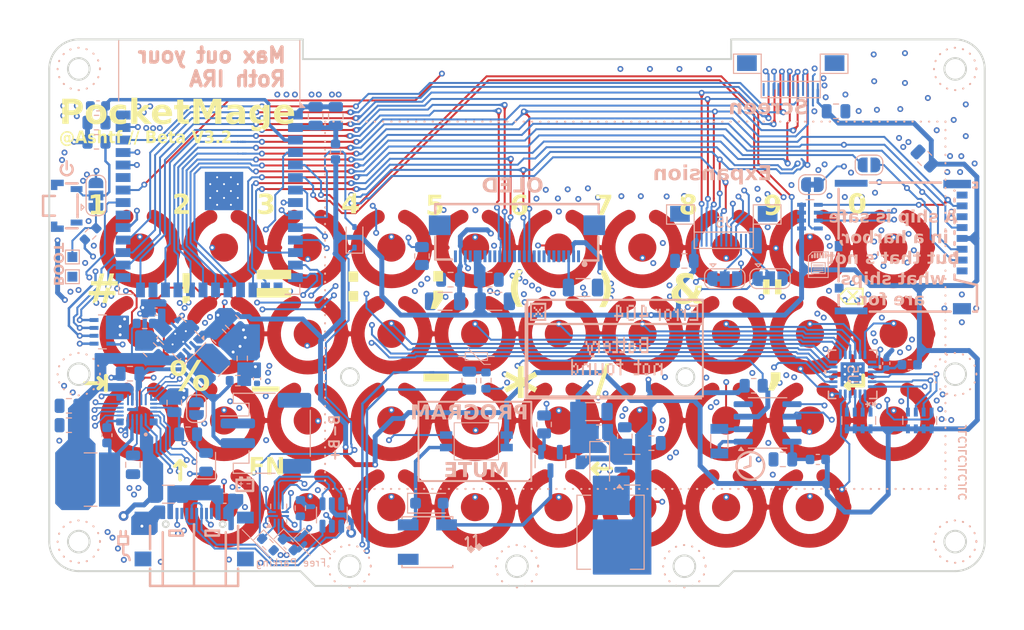
<source format=kicad_pcb>
(kicad_pcb (version 20241229) (generator "pcbnew") (generator_version "9.0")
  (layers (0 "F.Cu" signal) (4 "In1.Cu" signal) (6 "In2.Cu" signal) (2 "B.Cu" signal) (13 "F.Paste" user) (15 "B.Paste" user) (5 "F.SilkS" user "F.Silkscreen") (7 "B.SilkS" user "B.Silkscreen") (1 "F.Mask" user) (3 "B.Mask" user) (25 "Edge.Cuts" user))
  (net 0 "")
  (net 1 "EN")
  (net 2 "+3.3V")
  (net 3 "col1")
  (net 4 "col2")
  (net 5 "col3")
  (net 6 "col4")
  (net 7 "col5")
  (net 8 "col6")
  (net 9 "col8")
  (net 10 "USB_5V")
  (net 11 "row1")
  (net 12 "row2")
  (net 13 "row3")
  (net 14 "row4")
  (net 15 "BOOT")
  (net 16 "col7")
  (net 17 "Net-(U3-EN)")
  (net 18 "Net-(U9-PMID)")
  (net 20 "CHRG")
  (net 23 "USB_D+")
  (net 24 "Net-(J1-CC1)")
  (net 25 "USB_D-")
  (net 26 "Net-(J1-CC2)")
  (net 27 "SPI_SCK")
  (net 28 "RES")
  (net 29 "CS")
  (net 30 "SPI_MOSI")
  (net 31 "D{slash}C")
  (net 32 "BUSY")
  (net 33 "SPI_MISO")
  (net 34 "I2C_SDA")
  (net 35 "I2C_SCL")
  (net 36 "GND")
  (net 37 "INT")
  (net 40 "BAT_MEAS")
  (net 42 "PWR_BTN")
  (net 43 "RTC_INT")
  (net 44 "col9")
  (net 45 "col10")
  (net 48 "SD_CS")
  (net 49 "SD_D0")
  (net 50 "SD_CLK")
  (net 51 "Net-(J4-DAT3{slash}CD)")
  (net 52 "SD_CMD")
  (net 53 "BUZZER")
  (net 54 "OLED_D{slash}C")
  (net 55 "OLED_RES")
  (net 58 "OLED_CS")
  (net 59 "+12V")
  (net 60 "Net-(J3-Pin_3)")
  (net 61 "Net-(J3-Pin_24)")
  (net 65 "Net-(BZ1--)")
  (net 66 "Net-(RN4-R1.2)")
  (net 67 "BAT+")
  (net 68 "Net-(U7-FB)")
  (net 69 "Net-(JP2-C)")
  (net 70 "Net-(D2-A)")
  (net 71 "Net-(U9-SW)")
  (net 72 "Net-(U1-3V3)")
  (net 73 "Net-(U5-VCC)")
  (net 74 "Net-(U4-VDD)")
  (net 75 "Net-(J1-D+-PadA6)")
  (net 76 "Net-(J1-D--PadA7)")
  (net 77 "Net-(JP3-B)")
  (net 78 "EX_D")
  (net 79 "TX")
  (net 80 "Net-(J5-Pin_10)")
  (net 81 "RX")
  (net 82 "Net-(J5-Pin_11)")
  (net 83 "EX_E")
  (net 84 "Net-(Q1-B)")
  (net 85 "Net-(U9-BST)")
  (net 86 "V_SYS")
  (net 87 "Net-(U1-IO0)")
  (net 88 "Net-(RN1-R1.2)")
  (net 89 "Net-(RN2-R2.1)")
  (net 90 "Net-(RN2-R3.1)")
  (net 91 "Net-(RN2-R1.1)")
  (net 92 "Net-(RN2-R4.1)")
  (net 93 "EX_C")
  (net 94 "EX_B")
  (net 95 "EX_A")
  (net 96 "Net-(U4-OSCO)")
  (net 98 "Net-(U4-OSCI)")
  (net 99 "Net-(D1-A)")
  (net 100 "Net-(D1-K)")
  (net 101 "BZ_CUTOFF")
  (net 102 "Net-(D5-K)")
  (net 103 "USB_SW")
  (net 104 "Net-(U3-L2)")
  (net 105 "Net-(U3-L1)")
  (net 106 "Net-(U10-~{OE})")
  (net 107 "Net-(U9-NTC1)")
  (net 108 "Net-(U9-VRNTC)")
  (net 109 "BMS_INT")
  (net 110 "Net-(RN4-R1.1)")
  (net 111 "ESP_D+")
  (net 112 "ESP_D-")
  (net 113 "IC_D+")
  (net 114 "IC_D-")
  (net 115 "Net-(JP6-B)")
  (net 116 "Net-(C20-Pad2)")
  (footprint "snaptron_7mm_doublesided:contact_pad_SINGLE" (layer "F.Cu") (at 147.253 63.9)
    (property "Reference" "SW30" (hide yes))
    (property "Value" "~")
  )
  (footprint "snaptron_7mm_doublesided:contact_pad_SINGLE" (layer "F.Cu") (at 79.253 72.7)
    (property "Reference" "SW9" (hide yes))
    (property "Value" "~")
  )
  (footprint "snaptron_7mm_doublesided:contact_pad_SINGLE" (layer "F.Cu") (at 121.725071 55.142929)
    (property "Reference" "SW37" (hide yes))
    (property "Value" "~")
  )
  (footprint "snaptron_7mm_doublesided:contact_pad_SINGLE" (layer "F.Cu") (at 96.253 63.9)
    (property "Reference" "SW20" (hide yes))
    (property "Value" "~")
  )
  (footprint "snaptron_7mm_doublesided:contact_pad_SINGLE" (layer "F.Cu") (at 79.245071 55.142929)
    (property "Reference" "SW7" (hide yes))
    (property "Value" "~")
  )
  (footprint "CustomParts_FP:contactPad_cutoutR" (layer "F.Cu") (at 70.733 63.9)
    (property "Reference" "SW2" (hide yes))
    (property "Value" "~")
  )
  (footprint "snaptron_7mm_doublesided:contact_pad_SINGLE" (layer "F.Cu") (at 138.753 72.7)
    (property "Reference" "SW23" (hide yes))
    (property "Value" "~")
  )
  (footprint "snaptron_7mm_doublesided:contact_pad_SINGLE" (layer "F.Cu") (at 87.753 72.7)
    (property "Reference" "SW15" (hide yes))
    (property "Value" "~")
  )
  (footprint "snaptron_7mm_doublesided:contact_pad_SINGLE" (layer "F.Cu") (at 96.233 81.5)
    (property "Reference" "SW22" (hide yes))
    (property "Value" "~")
  )
  (footprint "snaptron_7mm_doublesided:contact_pad_SINGLE" (layer "F.Cu") (at 104.733 81.5)
    (property "Reference" "SW28" (hide yes))
    (property "Value" "~")
  )
  (footprint "snaptron_7mm_doublesided:contact_pad_SINGLE" (layer "F.Cu") (at 104.753 63.9)
    (property "Reference" "SW26" (hide yes))
    (property "Value" "~")
  )
  (footprint "CustomParts_FP:contactPad_cutoutL" (layer "F.Cu") (at 79.233 63.9)
    (property "Reference" "SW8" (hide yes))
    (property "Value" "~")
  )
  (footprint "snaptron_7mm_doublesided:contact_pad_SINGLE" (layer "F.Cu") (at 113.213 81.5)
    (property "Reference" "SW34" (hide yes))
    (property "Value" "~")
  )
  (footprint "snaptron_7mm_doublesided:contact_pad_SINGLE" (layer "F.Cu") (at 147.253 72.7)
    (property "Reference" "SW35" (hide yes))
    (property "Value" "~")
  )
  (footprint "snaptron_7mm_doublesided:contact_pad_SINGLE" (layer "F.Cu") (at 147.225071 55.142929)
    (property "Reference" "SW29" (hide yes))
    (property "Value" "~")
  )
  (footprint "snaptron_7mm_doublesided:contact_pad_SINGLE" (layer "F.Cu") (at 121.733 72.7)
    (property "Reference" "SW39" (hide yes))
    (property "Value" "~")
  )
  (footprint "snaptron_7mm_doublesided:contact_pad_SINGLE" (layer "F.Cu") (at 70.753 72.7)
    (property "Reference" "SW3" (hide yes))
    (property "Value" "~")
  )
  (footprint "snaptron_7mm_doublesided:contact_pad_SINGLE" (layer "F.Cu") (at 130.233 72.7)
    (property "Reference" "SW11" (hide yes))
    (property "Value" "~")
  )
  (footprint "snaptron_7mm_doublesided:contact_pad_SINGLE" (layer "F.Cu") (at 87.733 81.5)
    (property "Reference" "SW16" (hide yes))
    (property "Value" "~")
  )
  (footprint "snaptron_7mm_doublesided:contact_pad_SINGLE" (layer "F.Cu") (at 70.725071 55.142929)
    (property "Reference" "SW1" (hide yes))
    (property "Value" "~")
  )
  (footprint "snaptron_7mm_doublesided:contact_pad_SINGLE" (layer "F.Cu") (at 138.733 81.5)
    (property "Reference" "SW24" (hide yes))
    (property "Value" "~")
  )
  (footprint "snaptron_7mm_doublesided:contact_pad_SINGLE" (layer "F.Cu") (at 104.745071 55.142929)
    (property "Reference" "SW25" (hide yes))
    (property "Value" "~")
  )
  (footprint "snaptron_7mm_doublesided:contact_pad_SINGLE" (layer "F.Cu") (at 96.245071 55.142929)
    (property "Reference" "SW19" (hide yes))
    (property "Value" "~")
  )
  (footprint "snaptron_7mm_doublesided:contact_pad_SINGLE" (layer "F.Cu") (at 113.253 63.9)
    (property "Reference" "SW32" (hide yes))
    (property "Value" "~")
  )
  (footprint "snaptron_7mm_doublesided:contact_pad_SINGLE" (layer "F.Cu") (at 79.233 81.5)
    (property "Reference" "SW10" (hide yes))
    (property "Value" "~")
  )
  (footprint "snaptron_7mm_doublesided:contact_pad_SINGLE" (layer "F.Cu") (at 138.753 63.9)
    (property "Reference" "SW18" (hide yes))
    (property "Value" "~")
  )
  (footprint "snaptron_7mm_doublesided:contact_pad_SINGLE" (layer "F.Cu") (at 130.225071 55.142929)
    (property "Reference" "SW5" (hide yes))
    (property "Value" "~")
  )
  (footprint "snaptron_7mm_doublesided:contact_pad_SINGLE" (layer "F.Cu") (at 96.233 72.7)
    (property "Reference" "SW21" (hide yes))
    (property "Value" "~")
  )
  (footprint "snaptron_7mm_doublesided:contact_pad_SINGLE" (layer "F.Cu") (at 121.753 63.9)
    (property "Reference" "SW38" (hide yes))
    (property "Value" "~")
  )
  (footprint "snaptron_7mm_doublesided:contact_pad_SINGLE" (layer "F.Cu") (at 121.733 81.5)
    (property "Reference" "SW40" (hide yes))
    (property "Value" "~")
  )
  (footprint "snaptron_7mm_doublesided:contact_pad_SINGLE" (layer "F.Cu") (at 87.753 63.9)
    (property "Reference" "SW14" (hide yes))
    (property "Value" "~")
  )
  (footprint "snaptron_7mm_doublesided:contact_pad_SINGLE" (layer "F.Cu") (at 104.753 72.7)
    (property "Reference" "SW27" (hide yes))
    (property "Value" "~")
  )
  (footprint "snaptron_7mm_doublesided:contact_pad_SINGLE" (layer "F.Cu") (at 113.253 72.7)
    (property "Reference" "SW33" (hide yes))
    (property "Value" "~")
  )
  (footprint "snaptron_7mm_doublesided:contact_pad_SINGLE" (layer "F.Cu") (at 130.233 81.5)
    (property "Reference" "SW12" (hide yes))
    (property "Value" "~")
  )
  (footprint "snaptron_7mm_doublesided:contact_pad_SINGLE" (layer "F.Cu") (at 87.745071 55.142929)
    (property "Reference" "SW13" (hide yes))
    (property "Value" "~")
  )
  (footprint "snaptron_7mm_doublesided:contact_pad_SINGLE" (layer "F.Cu") (at 138.745071 55.142929)
    (property "Reference" "SW17" (hide yes))
    (property "Value" "~")
  )
  (footprint "snaptron_7mm_doublesided:contact_pad_SINGLE" (layer "F.Cu") (at 113.245071 55.142929)
    (property "Reference" "SW31" (hide yes))
    (property "Value" "~")
  )
  (footprint "snaptron_7mm_doublesided:contact_pad_SINGLE" (layer "F.Cu") (at 130.233 63.9)
    (property "Reference" "SW6" (hide yes))
    (property "Value" "~")
  )
  (footprint "Resistor_SMD:R_0603_1608Metric" (layer "B.Cu") (at 83.7 85.3 -45)
    (property "Reference" "R18" (hide yes))
    (property "Value" "10k")
  )
  (footprint "Resistor_SMD:R_0603_1608Metric" (layer "B.Cu") (at 105.85 68.65 -90)
    (property "Reference" "TH1" (hide yes))
    (property "Value" "NTC")
  )
  (footprint "Package_DFN_QFN:UQFN-10_1.4x1.8mm_P0.4mm" (layer "B.Cu") (at 84.8 82.2)
    (property "Reference" "U10" (hide yes))
    (property "Value" "TS3USB30ERSWR")
  )
  (footprint "Capacitor_SMD:C_0402_1005Metric" (layer "B.Cu") (at 82.6 68.45 -90)
    (property "Reference" "C19" (hide yes))
    (property "Value" "0.1uF")
  )
  (footprint "Capacitor_SMD:C_1206_3216Metric" (layer "B.Cu") (at 115.7 59.2)
    (property "Reference" "C14" (hide yes))
    (property "Value" "4.7uF")
  )
  (footprint "Capacitor_SMD:C_0805_2012Metric" (layer "B.Cu") (at 70 77.2 90)
    (property "Reference" "C23" (hide yes))
    (property "Value" "10uF")
  )
  (footprint "TCA8418:RTW24_2P45X2P45" (layer "B.Cu") (at 143.0874 68.0126 90)
    (property "Reference" "U5")
    (property "Value" "TCA8418RTWR")
  )
  (footprint "Inductor_SMD:L_0603_1608Metric" (layer "B.Cu") (at 139.55 76.66 180)
    (property "Reference" "FB3" (hide yes))
    (property "Value" "FerriteBead")
  )
  (footprint "Capacitor_SMD:C_0805_2012Metric" (layer "B.Cu") (at 74.2 70.9 90)
    (property "Reference" "C25" (hide yes))
    (property "Value" "4.7uF")
  )
  (footprint "Jumper:SolderJumper-2_P1.3mm_Open_RoundedPad1.0x1.5mm" (layer "B.Cu") (at 144.75 46.75)
    (property "Reference" "JP1" (hide yes))
    (property "Value" "SolderJumper_2_Open")
  )
  (footprint "Resistor_SMD:R_0603_1608Metric" (layer "B.Cu") (at 81.1 66.4 90)
    (property "Reference" "R7" (hide yes))
    (property "Value" "100K")
  )
  (footprint "Capacitor_SMD:C_0603_1608Metric" (layer "B.Cu") (at 67.36 74.2 90)
    (property "Reference" "C27" (hide yes))
    (property "Value" "22nF")
  )
  (footprint "Inductor_SMD:L_0603_1608Metric" (layer "B.Cu") (at 148.88 67.04)
    (property "Reference" "FB2" (hide yes))
    (property "Value" "FerriteBead")
  )
  (footprint "Resistor_SMD:R_0603_1608Metric" (layer "B.Cu") (at 87 81.6 90)
    (property "Reference" "R3" (hide yes))
    (property "Value" "4.7k")
  )
  (footprint "Capacitor_SMD:C_0805_2012Metric" (layer "B.Cu") (at 136 76.65)
    (property "Reference" "C9" (hide yes))
    (property "Value" "100nF")
  )
  (footprint "JLC:USB-TYPE-C-SMD_TYPE-C-16P-QTWT" (layer "B.Cu") (at 76.22 84.4509 180)
    (property "Reference" "J1" (hide yes))
    (property "Value" "USB_C_Receptacle_USB2.0_16P")
    (fp_circle (center 2.8899 1.221) (end 3.1899 1.221) (stroke (width 0.2)) (fill no) (layer "Edge.Cuts"))
    (fp_circle (center -2.8901 1.221) (end -2.5901 1.221) (stroke (width 0.2)) (fill no) (layer "Edge.Cuts"))
  )
  (footprint "Resistor_SMD:R_0805_2012Metric" (layer "B.Cu") (at 111.75 73.1 -90)
    (property "Reference" "R15" (hide yes))
    (property "Value" "470R")
  )
  (footprint "Capacitor_SMD:C_0805_2012Metric" (layer "B.Cu") (at 88.55 41.8 -90)
    (property "Reference" "C3" (hide yes))
    (property "Value" "22uF")
  )
  (footprint "Capacitor_SMD:C_0805_2012Metric" (layer "B.Cu") (at 102.25 58.4 180)
    (property "Reference" "C15" (hide yes))
    (property "Value" ".1uF")
  )
  (footprint "Capacitor_SMD:C_0805_2012Metric" (layer "B.Cu") (at 69.7 67.95)
    (property "Reference" "C26" (hide yes))
    (property "Value" "10uF")
  )
  (footprint "Resistor_SMD:R_0603_1608Metric" (layer "B.Cu") (at 65.7 53.75 -135)
    (property "Reference" "R8" (hide yes))
    (property "Value" "100R")
  )
  (footprint "Resistor_SMD:R_0603_1608Metric" (layer "B.Cu") (at 80.65 68.65)
    (property "Reference" "R6" (hide yes))
    (property "Value" "100K")
  )
  (footprint "Fuse:Fuse_1206_3216Metric" (layer "B.Cu") (at 73.6 80.19 180)
    (property "Reference" "F1" (hide yes))
    (property "Value" "SMD1206-500-6V")
  )
  (footprint "Package_TO_SOT_SMD:SOT-23-6" (layer "B.Cu") (at 90.2 82.3 90)
    (property "Reference" "U2" (hide yes))
    (property "Value" "USBLC6-2SC6")
  )
  (footprint "Diode_SMD:D_SOD-323" (layer "B.Cu") (at 92.5 54.1 90)
    (property "Reference" "D5" (hide yes))
    (property "Value" "D_Schottky")
  )
  (footprint "Crystal:Crystal_SMD_3215-2Pin_3.2x1.5mm" (layer "B.Cu") (at 129.55 74.8 -90)
    (property "Reference" "Y1" (hide yes))
    (property "Value" "Crystal_32.768kHz")
  )
  (footprint "Capacitor_SMD:C_1206_3216Metric" (layer "B.Cu") (at 116.675 71.8)
    (property "Reference" "C12" (hide yes))
    (property "Value" "4.7uF")
  )
  (footprint "RF_Module:ESP32-S3-WROOM-1" (layer "B.Cu") (at 77.75 46.94 180)
    (property "Reference" "U1" (hide yes))
    (property "Value" "ESP32-S3-WROOM-1")
  )
  (footprint "Capacitor_SMD:C_0805_2012Metric" (layer "B.Cu") (at 122.65 75 180)
    (property "Reference" "C10" (hide yes))
    (property "Value" "10uF")
  )
  (footprint "Resistor_SMD:R_0805_2012Metric" (layer "B.Cu") (at 66.3 42.45)
    (property "Reference" "R1" (hide yes))
    (property "Value" "10K")
  )
  (footprint "Inductor_SMD:L_Ferrocore_DLG-0504" (layer "B.Cu") (at 65.7 78.7 180)
    (property "Reference" "L2" (hide yes))
    (property "Value" "1uH")
  )
  (footprint "Capacitor_SMD:C_0402_1005Metric" (layer "B.Cu") (at 146.5 66.9 90)
    (property "Reference" "C8" (hide yes))
    (property "Value" "0.1uF")
  )
  (footprint "Capacitor_SMD:C_0402_1005Metric" (layer "B.Cu") (at 72.35 61.65 180)
    (property "Reference" "C7" (hide yes))
    (property "Value" "0.1uF")
  )
  (footprint "Capacitor_SMD:C_1206_3216Metric" (layer "B.Cu") (at 106.75 60.6)
    (property "Reference" "C16" (hide yes))
    (property "Value" "4.7uF")
  )
  (footprint "MP2722GRH-0000-Z:IC_MP2722GRH-0000-Z" (layer "B.Cu") (at 70.4 71.6 90)
    (property "Reference" "U9" (hide yes))
    (property "Value" "MP2722GRH-0000-Z")
  )
  (footprint "Inductor_SMD_Wurth:L_Wurth_WE-LQSH-3012" (layer "B.Cu") (at 77.5 67.05 45)
    (property "Reference" "L3" (hide yes))
    (property "Value" "2.2uH")
  )
  (footprint "Resistor_SMD:R_Array_Concave_4x0603" (layer "B.Cu") (at 138.75 52)
    (property "Reference" "RN3" (hide yes))
    (property "Value" "4x10k")
  )
  (footprint "LOGO" (layer "B.Cu") (at 119.029109 65.513045 180)
    (property "Reference" "G***" (hide yes))
    (property "Value" "LOGO" (hide yes))
  )
  (footprint "Resistor_SMD:R_Array_Concave_4x0603" (layer "B.Cu") (at 149.9 72.7 90)
    (property "Reference" "RN1" (hide yes))
    (property "Value" "4x10k")
  )
  (footprint "Capacitor_SMD:C_0805_2012Metric" (layer "B.Cu") (at 106.2 58.4)
    (property "Reference" "C17" (hide yes))
    (property "Value" ".1uF")
  )
  (footprint "Resistor_SMD:R_0805_2012Metric" (layer "B.Cu") (at 66.3 44.4)
    (property "Reference" "R14" (hide yes))
    (property "Value" "10K")
  )
  (footprint "Resistor_SMD:R_0805_2012Metric" (layer "B.Cu") (at 75.6 74.1 180)
    (property "Reference" "R16" (hide yes))
    (property "Value" "2k")
  )
  (footprint "Package_TO_SOT_SMD:SOT-23-5" (layer "B.Cu") (at 120.7 77.7)
    (property "Reference" "U7" (hide yes))
    (property "Value" "TPS61040DBV")
  )
  (footprint "Resistor_SMD:R_0805_2012Metric" (layer "B.Cu") (at 119.95 74.3 90)
    (property "Reference" "R13" (hide yes))
    (property "Value" "205k")
  )
  (footprint "Jumper:SolderJumper-2_P1.3mm_Open_RoundedPad1.0x1.5mm" (layer "B.Cu") (at 76.45 71.5 90)
    (property "Reference" "JP6" (hide yes))
    (property "Value" "SolderJumper_2_Open")
  )
  (footprint "Capacitor_SMD:C_1206_3216Metric" (layer "B.Cu") (at 101.7 60.6 180)
    (property "Reference" "C13" (hide yes))
    (property "Value" "4.7uF")
  )
  (footprint "Resistor_SMD:R_0805_2012Metric" (layer "B.Cu") (at 104.15 68.65 -90)
    (property "Reference" "R17" (hide yes))
    (property "Value" "10k")
  )
  (footprint "AFC01-S12FCA-00:AFC01-S12FCA-00" (layer "B.Cu") (at 130 54.4)
    (property "Reference" "J5")
    (property "Value" "Conn_01x12_Pin")
  )
  (footprint "Jumper:SolderJumper-3_P1.3mm_Bridged12_RoundedPad1.0x1.5mm" (layer "B.Cu") (at 130.1 58.3)
    (property "Reference" "JP4" (hide yes))
    (property "Value" "SolderJumper_3_Bridged12")
  )
  (footprint "Inductor_SMD:L_0603_1608Metric" (layer "B.Cu") (at 90.57 45.4 90)
    (property "Reference" "FB1" (hide yes))
    (property "Value" "FerriteBead")
  )
  (footprint "Capacitor_SMD:C_0805_2012Metric" (layer "B.Cu") (at 71.75 65.52 -45)
    (property "Reference" "C30" (hide yes))
    (property "Value" "10uF")
  )
  (footprint "Resistor_SMD:R_0805_2012Metric" (layer "B.Cu") (at 133.0375 69.175 180)
    (property "Reference" "R11" (hide yes))
    (property "Value" "2k")
  )
  (footprint "CustomParts_FP:BUZ-SMD_3P_L5.0-W5.0-P3.50-TL" (layer "B.Cu") (at 99.9 85.05)
    (property "Reference" "BZ1" (hide yes))
    (property "Value" "Buzzer")
  )
  (footprint "Capacitor_SMD:C_0603_1608Metric" (layer "B.Cu") (at 85.8 85.3 135)
    (property "Reference" "C6" (hide yes))
    (property "Value" "1uF")
  )
  (footprint "Capacitor_SMD:C_0805_2012Metric" (layer "B.Cu") (at 141.4 41.3 180)
    (property "Reference" "C21" (hide yes))
    (property "Value" "22uF")
  )
  (footprint "AFC01-S12FCA-00:AFC01-S12FCA-00" (layer "B.Cu") (at 136.8 39.091372)
    (property "Reference" "J2" (hide yes))
    (property "Value" "Conn_01x12_Pin")
  )
  (footprint "Resistor_SMD:R_0603_1608Metric" (layer "B.Cu") (at 71.2 62.84 180)
    (property "Reference" "R2" (hide yes))
    (property "Value" "100R")
  )
  (footprint "CustomParts_FP:2X_DIP_DHN-02-V-TR" (layer "B.Cu") (at 104.875 74.815 -90)
    (property "Reference" "SW4" (hide yes))
    (property "Value" "SW_DIP_x02" (hide yes))
  )
  (footprint "TestPoint:TestPoint_Pad_1.0x1.0mm" (layer "B.Cu") (at 63.85 56.1 -90)
    (property "Reference" "TP1" (hide yes))
    (property "Value" "TestPoint")
  )
  (footprint "CustomParts_FP:JST_PH_2P_P2.00mm" (layer "B.Cu") (at 83.5 74 -90)
    (property "Reference" "U6" (hide yes))
    (property "Value" "C2764211")
  )
  (footprint "JLC:FPC-SMD_AFC24-S26FIA [DUAL-SIDE]" (layer "B.Cu") (at 109 53.45 180)
    (property "Reference" "J3" (hide yes))
    (property "Value" "Conn_01x26_Pin")
  )
  (footprint "Capacitor_SMD:C_0805_2012Metric" (layer "B.Cu") (at 78.75 64.15 135)
    (property "Reference" "C31" (hide yes))
    (property "Value" "10uF")
  )
  (footprint "LED_SMD:LED_0805_2012Metric" (layer "B.Cu") (at 77.43 76.94 90)
    (property "Reference" "D1" (hide yes))
    (property "Value" "KT-0805Y")
  )
  (footprint "Capacitor_SMD:C_0805_2012Metric" (layer "B.Cu") (at 63.5 73.18)
    (property "Reference" "C29" (hide yes))
    (property "Value" "10uF")
  )
  (footprint "TestPoint:TestPoint_Pad_1.0x1.0mm" (layer "B.Cu") (at 63.85 58.1 -90)
    (property "Reference" "TP2" (hide yes))
    (property "Value" "TestPoint")
  )
  (footprint "Capacitor_SMD:C_0603_1608Metric" (layer "B.Cu") (at 115.5 76.35 90)
    (property "Reference" "C11" (hide yes))
    (property "Value" "4.7pF")
  )
  (footprint "Jumper:SolderJumper-2_P1.3mm_Bridged_RoundedPad1.0x1.5mm" (layer "B.Cu") (at 139 48.75 180)
    (property "Reference" "JP3" (hide yes))
    (property "Value" "SolderJumper_2_Bridged")
  )
  (footprint "JLC:SW-SMD_TS24CA" (layer "B.Cu") (at 63.3 50.9 -90)
    (property "Reference" "SW43" (hide yes))
    (property "Value" "EVQPUL02K")
  )
  (footprint "Resistor_SMD:R_0805_2012Metric" (layer "B.Cu") (at 99.35 56 -90)
    (property "Reference" "R20" (hide yes))
    (property "Value" "680k")
  )
  (footprint "Diode_SMD:D_SOD-123F" (layer "B.Cu") (at 100.1 81.1)
    (property "Reference" "D3" (hide yes))
    (property "Value" "SM4007")
  )
  (footprint "Package_SON:Texas_DRC0010J_ThermalVias" (layer "B.Cu") (at 74.7 64.302944 135)
    (property "Reference" "U3" (hide yes))
    (property "Value" "TPS63001")
  )
  (footprint "Capacitor_SMD:C_0603_1608Metric" (layer "B.Cu") (at 66.45 40.75)
    (property "Reference" "C1" (hide yes))
    (property "Value" "1uF")
  )
  (footprint "Capacitor_SMD:C_0805_2012Metric" (layer "B.Cu") (at 150.4 46.1 135)
    (property "Reference" "C24" (hide yes))
    (property "Value" "10uF")
  )
  (footprint "Capacitor_SMD:C_0805_2012Metric" (layer "B.Cu") (at 90.6 41.8 -90)
    (property "Reference" "C2" (hide yes))
    (property "Value" "100nF")
  )
  (footprint "Package_TO_SOT_SMD:SOT-23" (layer "B.Cu") (at 112.4 76.85 -90)
    (property "Reference" "Q1" (hide yes))
    (property "Value" "MMBT3904")
  )
  (footprint "Resistor_SMD:R_Array_Concave_4x0603" (layer "B.Cu") (at 143.7 72.7 -90)
    (property "Reference" "RN2" (hide yes))
    (property "Value" "4x10k")
  )
  (footprint "Capacitor_SMD:C_0603_1608Metric" (layer "B.Cu") (at 79.325 80.6 180)
    (property "Reference" "C20" (hide yes))
    (property "Value" "1uF")
  )
  (footprint "Package_SO:SOIC-8_3.9x4.9mm_P1.27mm" (layer "B.Cu") (at 134.45 72.95)
    (property "Reference" "U4" (hide yes))
    (property "Value" "PCF8563T")
  )
  (footprint "Capacitor_SMD:C_0805_2012Metric" (layer "B.Cu") (at 80.1 62.7 135)
    (property "Reference" "C32" (hide yes))
    (property "Value" "10uF")
  )
  (footprint "Resistor_SMD:R_0805_2012Metric" (layer "B.Cu") (at 117.3 73.9)
    (property "Reference" "R12" (hide yes))
    (property "Value" "1.8M")
  )
  (footprint "Jumper:SolderJumper-3_P1.3mm_Bridged12_RoundedPad1.0x1.5mm" (layer "B.Cu") (at 134.7 58.3)
    (property "Reference" "JP5" (hide yes))
    (property "Value" "SolderJumper_3_Bridged12")
  )
  (footprint "Jumper:SolderJumper-3_P1.3mm_Bridged12_RoundedPad1.0x1.5mm" (layer "B.Cu") (at 66.2425 49.85 90)
    (property "Reference" "JP2" (hide yes))
    (property "Value" "SolderJumper_3_Bridged12")
  )
  (footprint "Diode_SMD:D_SOD-123" (layer "B.Cu") (at 117.4 77.2 -90)
    (property "Reference" "D2" (hide yes))
    (property "Value" "MBR0530")
  )
  (footprint "Capacitor_SMD:C_0805_2012Metric" (layer "B.Cu") (at 63.5 71.21)
    (property "Reference" "C28" (hide yes))
    (property "Value" "10uF")
  )
  (footprint "Capacitor_SMD:C_0805_2012Metric" (layer "B.Cu") (at 126 56.5)
    (property "Reference" "C22" (hide yes))
    (property "Value" "22uF")
  )
  (footprint "Inductor_SMD:L_Chilisin_BMRx00060630" (layer "B.Cu") (at 118.5 84.05 90)
    (property "Reference" "L1" (hide yes))
    (property "Value" "10uH")
  )
  (footprint "Resistor_SMD:R_Array_Concave_4x0603" (layer "B.Cu") (at 66.9 63.7)
    (property "Reference" "RN4" (hide yes))
    (property "Value" "4x10k")
  )
  (footprint "JLC:TF-SMD_503398-1892" (layer "B.Cu") (at 147.93 55.0902 90)
    (property "Reference" "J4" (hide yes))
    (property "Value" "Micro_SD_Card")
  )
  (gr_poly (pts (xy 139.9025 79.1325) (xy 140.5725 79.8025) (xy 140.5725 78.3725) (xy 139.9025 79.0425)) (stroke (width 0.2)) (fill yes) (layer "B.Cu") (net 2))
  (gr_poly (pts (xy 105.2125 61.1425) (xy 104.5425 61.8125) (xy 105.9725 61.8125) (xy 105.3025 61.1425)) (stroke (width 0.2)) (fill yes) (layer "B.Cu") (net 2))
  (gr_poly (pts (xy 149.8925 59.7825) (xy 150.5625 59.1125) (xy 149.1325 59.1125) (xy 149.8025 59.7825)) (stroke (width 0.2)) (fill yes) (layer "B.Cu") (net 2))
  (gr_poly (pts (xy 105.27 55.52) (xy 104.72 55.52) (xy 104.72 58.87) (xy 104.85 59) (xy 105.7 59) (xy 105.7 57.2) (xy 105.27 56.77)) (stroke (width 0.2)) (fill yes) (layer "B.Cu") (net 2))
  (gr_poly (pts (xy 122.4675 69.9725) (xy 121.7975 70.6425) (xy 123.2275 70.6425) (xy 122.5575 69.9725)) (stroke (width 0.2)) (fill yes) (layer "B.Cu") (net 2))
  (gr_poly (pts (xy 76.625 63.3725) (xy 74.2225 65.775) (xy 73.55 65.775) (xy 72.85 65.075) (xy 72.35 65.075) (xy 71.905 65.52) (xy 70.31 65.52) (xy 70.31 63.748515) (xy 70.425 63.633515) (xy 71.08 63.633515) (xy 71.08 62.18) (xy 70.9 62) (xy 70.9 60.49) (xy 73.175 60.49) (xy 73.3 60.615) (xy 73.3 61.025) (xy 73.29 61.035) (xy 72.225 61.035) (xy 72.225 62) (xy 72.175 62.05) (xy 71.575 62.05) (xy 71.32 62.305) (xy 71.32 63.57) (xy 71.4 63.65) (xy 71.895 63.65) (xy 72.975 64.73) (xy 72.975 64.675) (xy 73.21 64.675) (xy 75.29 62.595) (xy 75.97 62.595) (xy 76.625 63.25)) (stroke (width 0.2)) (fill yes) (layer "B.Cu") (net 36))
  (gr_poly (pts (xy 65.45 81.7) (xy 66.1 80.957143) (xy 66.1 75.1) (xy 65.5 74.5) (xy 65.5 70.7) (xy 66.55 69.65) (xy 69.65 69.65) (xy 69.9 69.9) (xy 69.9 71.1) (xy 69.97 71.1) (xy 69.97 69.35) (xy 69.62 69) (xy 66.17 69) (xy 63.5 71.5) (xy 63.5 74.7) (xy 62.2 76) (xy 62.2 81.1) (xy 62.8 81.7)) (stroke (width 0.2)) (fill yes) (layer "B.Cu") (net 86))
  (gr_poly (pts (xy 71.25 67) (xy 71.1 66.85) (xy 67.5 66.85) (xy 67.2 67.15) (xy 67.2 69.1) (xy 66.2 69.1) (xy 66.21 69.1) (xy 66.21 65.95) (xy 70.65 65.95) (xy 71.25 65.95)) (stroke (width 0.2)) (fill yes) (layer "B.Cu") (net 86))
  (gr_poly (pts (xy 75.89 64.71) (xy 76.39 65.21) (xy 77.13 65.21) (xy 77.34 65) (xy 78.05 65) (xy 79.8 66.75) (xy 79.8 67) (xy 78.9 67.9) (xy 78.585732 67.9) (xy 76.375 65.741904) (xy 76.375 65.375) (xy 75.8 64.8)) (stroke (width 0.2)) (fill yes) (layer "B.Cu") (net 104))
  (gr_poly (pts (xy 72.4 72.6) (xy 71.8 72.6) (xy 71.8 73.1) (xy 72.4 73.1)) (stroke (width 0.2)) (fill yes) (layer "B.Cu") (net 26))
  (gr_poly (pts (xy 67.35 62.15) (xy 69.5 62.15) (xy 69.5 64.35) (xy 67.35 64.35)) (stroke (width 0.2)) (fill yes) (layer "B.Cu") (net 2))
  (gr_poly (pts (xy 73.2 62.8) (xy 73.2 61.45) (xy 72.65 61.45) (xy 72.65 62.75) (xy 72.7 62.8)) (stroke (width 0.2)) (fill yes) (layer "B.Cu") (net 17))
  (gr_poly (pts (xy 78.2225 70.8225) (xy 78.8925 70.1525) (xy 77.4625 70.1525) (xy 78.1325 70.8225)) (stroke (width 0.2)) (fill yes) (layer "B.Cu") (net 67))
  (gr_poly (pts (xy 82.8 63.025) (xy 81.225 63.025) (xy 80.925 62.725) (xy 80.8 62.725) (xy 78.775 64.75) (xy 78.775 65.025) (xy 80.25 66.5) (xy 82.525 66.5) (xy 82.8 66.225)) (stroke (width 0.2)) (fill yes) (layer "B.Cu") (net 36))
  (gr_poly (pts (xy 154.9325 54.2525) (xy 155.6025 54.9225) (xy 155.6025 53.4925) (xy 154.9325 54.1625)) (stroke (width 0.2)) (fill yes) (layer "B.Cu") (net 2))
  (gr_poly (pts (xy 150.65 65.545) (xy 149.98 64.875) (xy 149.98 66.305) (xy 150.65 65.635)) (stroke (width 0.2)) (fill yes) (layer "B.Cu") (net 2))
  (gr_poly (pts (xy 146.7375 74.1675) (xy 147.4075 73.4975) (xy 145.9775 73.4975) (xy 146.6475 74.1675)) (stroke (width 0.2)) (fill yes) (layer "B.Cu") (net 2))
  (gr_poly (pts (xy 114.5 75.9) (xy 114.5 70.9) (xy 115.95 70.9) (xy 115.95 75.9)) (stroke (width 0.2)) (fill yes) (layer "B.Cu") (net 59))
  (gr_poly (pts (xy 76.975 63.675) (xy 77.275 63.675) (xy 78.425 62.525) (xy 78.425 61.725) (xy 78.77 61.38) (xy 79.98 61.38) (xy 80.575 61.975) (xy 80.575 62.25) (xy 78.425 64.4) (xy 78.125 64.4) (xy 77.925 64.2) (xy 77.52 64.2) (xy 76.945 64.775) (xy 76.555 64.775) (xy 76.215 64.435)) (stroke (width 0.2)) (fill yes) (layer "B.Cu") (net 2))
  (gr_poly (pts (xy 125.3325 61.1925) (xy 124.6625 61.8625) (xy 126.0925 61.8625) (xy 125.4225 61.1925)) (stroke (width 0.2)) (fill yes) (layer "B.Cu") (net 2))
  (gr_poly (pts (xy 70.39 69.77) (xy 70.82 69.31) (xy 70.82 68.54) (xy 70.38 68.54) (xy 70.38 69.75)) (stroke (width 0.2)) (fill yes) (layer "B.Cu") (net 67))
  (gr_poly (pts (xy 121.1 74.2) (xy 121.1 82.45) (xy 120.7 82.85) (xy 116.8 82.85) (xy 116.8 88.25) (xy 122.55 88.25) (xy 122.55 74.2)) (stroke (width 0.2)) (fill yes) (layer "B.Cu") (net 2))
  (gr_poly (pts (xy 138.6825 57.3325) (xy 138.0125 56.6625) (xy 138.0125 58.0925) (xy 138.6825 57.4225)) (stroke (width 0.2)) (fill yes) (layer "B.Cu") (net 2))
  (gr_poly (pts (xy 118.55 76.35) (xy 115.05 76.35) (xy 115.05 77.55) (xy 115.75 77.55) (xy 116.25 77.05) (xy 116.55 76.75) (xy 118.55 76.75)) (stroke (width 0.2)) (fill yes) (layer "B.Cu") (net 68))
  (gr_poly (pts (xy 121.76 73.48) (xy 121.09 74.15) (xy 122.52 74.15) (xy 121.85 73.48)) (stroke (width 0.2)) (fill yes) (layer "B.Cu") (net 2))
  (gr_poly (pts (xy 75.11048 65.520126) (xy 75.60048 66.010126) (xy 75.60048 67.040126) (xy 75.52048 67.120126) (xy 75.52048 67.250126) (xy 77.36048 69.090126) (xy 77.74048 69.090126) (xy 78.31048 68.520126) (xy 78.31048 68.23707) (xy 76.04735 66.022806) (xy 75.78548 65.995126) (xy 75.21048 65.420126)) (stroke (width 0.2)) (fill yes) (layer "B.Cu") (net 105))
  (gr_poly (pts (xy 73.13 81.43) (xy 72.265 81.43) (xy 71.595 82.1) (xy 70.375 82.1) (xy 69.925 82.55) (xy 69.925 84.2) (xy 69.9 84.225) (xy 72.15 84.225) (xy 72.41 83.965) (xy 72.41 83.056251) (xy 72.51 82.75) (xy 72.46 82.8) (xy 73.165 82.095) (xy 73.165 81.465)) (stroke (width 0.2)) (fill yes) (layer "B.Cu") (net 36))
  (gr_poly (pts (xy 70.41 70.57) (xy 70.41 71.53) (xy 69.5 71.53) (xy 69.5 70.7) (xy 69.5 71.65) (xy 70.43 71.65) (xy 70.43 70.57)) (stroke (width 0.2)) (fill yes) (layer "B.Cu") (net 67))
  (gr_poly (pts (xy 73.905 63.405) (xy 73 62.5) (xy 72.15 62.5) (xy 72.1 62.55) (xy 72.1 63.19) (xy 73.11 64.2)) (stroke (width 0.2)) (fill yes) (layer "B.Cu") (net 17))
  (gr_poly (pts (xy 75.2 66.8) (xy 75 67) (xy 71.25 67) (xy 71.25 65.95) (xy 73.075 65.95) (xy 73.325 66.2) (xy 74.45 66.2) (xy 74.825 65.825) (xy 75.2 66.2)) (stroke (width 0.2)) (fill yes) (layer "B.Cu") (net 86))
  (gr_poly (pts (xy 75.525 69.53) (xy 73.76 69.53) (xy 72.77 70.52) (xy 72.77 71.005) (xy 72.77 71) (xy 74.825 71) (xy 75.525 70.3)) (stroke (width 0.2)) (fill yes) (layer "B.Cu") (net 36))
  (gr_poly (pts (xy 118.9 77.1) (xy 120.6 77.1) (xy 120.6 74.65) (xy 119.25 74.65) (xy 118.65 74.05) (xy 118.65 73.15) (xy 117.75 73.15) (xy 117.75 74.5) (xy 118.55 75.3) (xy 118.55 76.75) (xy 118.9 77.1)) (stroke (width 0.2)) (fill yes) (layer "B.Cu") (net 68))
  (gr_poly (pts (xy 70.89 73.46) (xy 71.010202 73.46) (xy 71.96 74.41949) (xy 71.96 76.11) (xy 72.97 77.12) (xy 72.97 80.68) (xy 72.72 80.93) (xy 71.81 80.93) (xy 71.63 80.75) (xy 71.63 79.28) (xy 71.09 78.74) (xy 71.09 75.8575) (xy 70.81 75.49) (xy 70.81 72.29) (xy 70.884861 72.29)) (stroke (width 0.2)) (fill yes) (layer "B.Cu") (net 10))
  (gr_poly (pts (xy 133.2 55.64) (xy 133.76 55.64) (xy 133.76 53.36) (xy 133.63 53.23) (xy 132.69 53.23) (xy 132.69 55.13)) (stroke (width 0.2)) (fill yes) (layer "B.Cu") (net 36))
  (gr_poly (pts (xy 68.91 70.11) (xy 68.41 70.11) (xy 68.41 70.5) (xy 68.93 70.5) (xy 68.93 70.13)) (stroke (width 0.2)) (fill yes) (layer "B.Cu") (net 100))
  (gr_poly (pts (xy 79.285071 81.642929) (xy 79.773 81.155) (xy 79.773 80.273) (xy 79.77 80.27) (xy 81.1 80.27) (xy 81.1 81.13) (xy 80.662071 81.567929) (xy 80.325 81.567929) (xy 80.15 81.742929) (xy 80.15 83.675) (xy 80.075 83.75) (xy 79.8 83.75) (xy 79.8 82.889929) (xy 79.285071 82.375)) (stroke (width 0.2)) (fill yes) (layer "B.Cu") (net 36))
  (gr_poly (pts (xy 107.2225 71.9225) (xy 107.8925 72.5925) (xy 107.8925 71.1625) (xy 107.2225 71.8325)) (stroke (width 0.2)) (fill yes) (layer "B.Cu") (net 2))
  (gr_poly (pts (xy 122.55 71.45) (xy 123.22 70.78) (xy 121.79 70.78) (xy 122.46 71.45)) (stroke (width 0.2)) (fill yes) (layer "B.Cu") (net 2))
  (gr_poly (pts (xy 91.3425 54.0525) (xy 90.6725 53.3825) (xy 90.6725 54.8125) (xy 91.3425 54.1425)) (stroke (width 0.2)) (fill yes) (layer "B.Cu") (net 2))
  (gr_poly (pts (xy 68.9 72.6) (xy 68.4 72.6) (xy 68.4 73.1) (xy 68.9 73.1)) (stroke (width 0.2)) (fill yes) (layer "B.Cu") (net 85))
  (gr_poly (pts (xy 120.35 78.4) (xy 120.35 82.2) (xy 116.8 82.2) (xy 116.8 78.4)) (stroke (width 0.2)) (fill yes) (layer "B.Cu") (net 70))
  (gr_poly (pts (xy 73.6 82.61) (xy 73.6 80.925) (xy 73.6 79.38) (xy 78.81 79.38) (xy 78.81 79.7) (xy 79.1 79.7) (xy 79.1 81.1) (xy 78.8 81.1) (xy 78.8 82.7) (xy 78.5 82.7) (xy 78.5 81.2) (xy 78 80.7) (xy 74.5 80.7) (xy 73.9 81.3) (xy 73.9 82.61)) (stroke (width 0.2)) (fill yes) (layer "B.Cu") (net 116))
  (gr_poly (pts (xy 72.9575 78.3275) (xy 72.6575 78.0275) (xy 72.6575 79.4575) (xy 72.9575 79.1575)) (stroke (width 0.2)) (fill yes) (layer "B.Cu") (net 10))
  (gr_poly (pts (xy 80.7 66.9) (xy 80.7 69.1) (xy 81.9 69.1) (xy 81.9 68.3) (xy 82.9 68.3) (xy 82.9 66.9)) (stroke (width 0.2)) (fill yes) (layer "B.Cu") (net 40))
  (gr_poly (pts (xy 115.05 75.9) (xy 118 75.9) (xy 118 75.4) (xy 117.2 74.6) (xy 117.2 73.15) (xy 115.05 73.15)) (stroke (width 0.2)) (fill yes) (layer "B.Cu") (net 59))
  (gr_line (start 144.163 69.15) (end 142.393 69.15) (stroke (width 0.4)) (layer "F.SilkS"))
  (gr_line (start 67.033 68.91) (end 66.503 69.44) (stroke (width 0.4)) (layer "F.SilkS"))
  (gr_line (start 74.8 78.7) (end 74.8 77.22) (stroke (width 0.4)) (layer "F.SilkS"))
  (gr_line (start 144.108 60.86) (end 142.538 60.86) (stroke (width 0.2)) (layer "F.SilkS"))
  (gr_line (start 142.463 60.875) (end 141.693 60.105) (stroke (width 0.2)) (layer "F.SilkS"))
  (gr_line (start 142.393 69.15) (end 142.763 68.78) (stroke (width 0.4)) (layer "F.SilkS"))
  (gr_line (start 144.163 68.12) (end 144.163 69.15) (stroke (width 0.4)) (layer "F.SilkS"))
  (gr_line (start 116.65 77.597) (end 117.18 78.127) (stroke (width 0.4)) (layer "F.SilkS"))
  (gr_line (start 142.468 59.3) (end 144.108 59.3) (stroke (width 0.2)) (layer "F.SilkS"))
  (gr_line (start 144.108 59.3) (end 144.108 60.86) (stroke (width 0.2)) (layer "F.SilkS"))
  (gr_line (start 67.253 68.17) (end 67.253 69.67) (stroke (width 0.4)) (layer "F.SilkS"))
  (gr_line (start 142.393 69.15) (end 142.733 69.49) (stroke (width 0.4)) (layer "F.SilkS"))
  (gr_line (start 118.54 77.59) (end 117.06 77.59) (stroke (width 0.4)) (layer "F.SilkS"))
  (gr_line (start 65.133 68.91) (end 67.033 68.91) (stroke (width 0.4)) (layer "F.SilkS"))
  (gr_line (start 116.65 77.597) (end 117.18 77.067) (stroke (width 0.4)) (layer "F.SilkS"))
  (gr_line (start 74.793 76.81) (end 75.323 77.34) (stroke (width 0.4)) (layer "F.SilkS"))
  (gr_line (start 142.618 60.53) (end 143.558 59.59) (stroke (width 0.2)) (layer "F.SilkS"))
  (gr_line (start 142.638 59.58) (end 143.558 60.5) (stroke (width 0.2)) (layer "F.SilkS"))
  (gr_line (start 67.033 68.91) (end 66.503 68.38) (stroke (width 0.4)) (layer "F.SilkS"))
  (gr_line (start 74.793 76.81) (end 74.263 77.34) (stroke (width 0.4)) (layer "F.SilkS"))
  (gr_line (start 141.673 60.075) (end 142.463 59.285) (stroke (width 0.2)) (layer "F.SilkS"))
  (gr_line (start 138.9 57.775) (end 138.9 56.675) (stroke (width 0.1)) (layer "B.SilkS"))
  (gr_line (start 132.7 77.3) (end 132.1 77.5) (stroke (width 0.25)) (layer "B.SilkS"))
  (gr_line (start 104.325 85.525) (end 104.075 85.775) (stroke (width 0.1)) (layer "B.SilkS"))
  (gr_rect (start 138.925 55.9) (end 139.025 56.175) (stroke (width 0.1)) (fill no) (layer "B.SilkS"))
  (gr_line (start 140.6 58.175) (end 140.6 55.575) (stroke (width 0.1)) (layer "B.SilkS"))
  (gr_line (start 104.325 85.925) (end 104.425 85.825) (stroke (width 0.1)) (layer "B.SilkS"))
  (gr_rect (start 139.475 55.725) (end 139.575 56.175) (stroke (width 0.1)) (fill no) (layer "B.SilkS"))
  (gr_rect (start 80.9 78.5) (end 81.075 78.725) (stroke (width 0.25)) (fill no) (layer "B.SilkS"))
  (gr_line (start 138.6 55.975) (end 138.6 58.175) (stroke (width 0.1)) (layer "B.SilkS"))
  (gr_line (start 104.85 84.3) (end 104.6 84.5) (stroke (width 0.1)) (layer "B.SilkS"))
  (gr_line (start 103.975 84.475) (end 103.725 84.725) (stroke (width 0.1)) (layer "B.SilkS"))
  (gr_circle (center 153.5 68) (end 155.65 68) (stroke (width 0.2) (type dot)) (fill no) (layer "B.SilkS"))
  (gr_line (start 81.1 83.79) (end 83.78 86.47) (stroke (width 0.1)) (layer "B.SilkS"))
  (gr_line (start 105.2 85.45) (end 105.15 85.4) (stroke (width 0.1)) (layer "B.SilkS"))
  (gr_line (start 105.5 85.55) (end 105.15 85.2) (stroke (width 0.1)) (layer "B.SilkS"))
  (gr_curve (pts (xy 69.0125 86.025) (xy 69 86.725) (xy 69.475 85.9) (xy 69.675 86.875)) (stroke (width 0.25)) (layer "B.SilkS"))
  (gr_line (start 140.1 57.125) (end 139.1 57.125) (stroke (width 0.1)) (layer "B.SilkS"))
  (gr_circle (center 64.5 37) (end 66.65 37) (stroke (width 0.2) (type dot)) (fill no) (layer "B.SilkS"))
  (gr_rect (start 140.3 55.725) (end 140.4 56.175) (stroke (width 0.1)) (fill no) (layer "B.SilkS"))
  (gr_line (start 103.975 85.775) (end 103.975 84.625) (stroke (width 0.1)) (layer "B.SilkS"))
  (gr_arc (start 63.702931 46.766883) (mid 63.275 47.8) (end 62.847069 46.766883) (stroke (width 0.25)) (layer "B.SilkS"))
  (gr_line (start 63.275 47.194814) (end 63.275 46.369814) (stroke (width 0.235)) (layer "B.SilkS"))
  (gr_line (start 104.575 85.775) (end 104.325 85.525) (stroke (width 0.1)) (layer "B.SilkS"))
  (gr_line (start 139 55.575) (end 138.6 55.975) (stroke (width 0.1)) (layer "B.SilkS"))
  (gr_line (start 85.31 83.73) (end 84.27 84.77) (stroke (width 0.1)) (layer "B.SilkS"))
  (gr_circle (center 64.5 68) (end 66.65 68) (stroke (width 0.2) (type dot)) (fill no) (layer "B.SilkS"))
  (gr_line (start 132.7 77.3) (end 132.7 76.4) (stroke (width 0.25)) (layer "B.SilkS"))
  (gr_line (start 140.3 56.675) (end 140.3 57.775) (stroke (width 0.1)) (layer "B.SilkS"))
  (gr_line (start 104.675 85.775) (end 104.325 85.425) (stroke (width 0.1)) (layer "B.SilkS"))
  (gr_rect (start 89.51 42.35) (end 152.51 79.65) (stroke (width 0.2) (type dot)) (fill no) (layer "B.SilkS"))
  (gr_line (start 104.85 84.35) (end 104.8 84.4) (stroke (width 0.1)) (layer "B.SilkS"))
  (gr_line (start 104.55 84.5) (end 104.6 84.6) (stroke (width 0.1)) (layer "B.SilkS"))
  (gr_line (start 104.9 84.35) (end 104.8 84.25) (stroke (width 0.1)) (layer "B.SilkS"))
  (gr_line (start 85.31 83.73) (end 87.99 86.41) (stroke (width 0.1)) (layer "B.SilkS"))
  (gr_line (start 105 85.55) (end 105.15 85.7) (stroke (width 0.1)) (layer "B.SilkS"))
  (gr_line (start 104.525 85.825) (end 104.375 85.675) (stroke (width 0.1)) (layer "B.SilkS"))
  (gr_line (start 104.325 85.425) (end 103.975 85.775) (stroke (width 0.1)) (layer "B.SilkS"))
  (gr_line (start 140.1 57.55) (end 139.1 57.55) (stroke (width 0.1)) (layer "B.SilkS"))
  (gr_line (start 105.25 85.6) (end 105.15 85.5) (stroke (width 0.1)) (layer "B.SilkS"))
  (gr_line (start 105.15 85.5) (end 105.1 85.55) (stroke (width 0.1)) (layer "B.SilkS"))
  (gr_line (start 104.8 84.4) (end 104.6 84.6) (stroke (width 0.1)) (layer "B.SilkS"))
  (gr_line (start 83.27 83.81) (end 85.95 86.49) (stroke (width 0.1)) (layer "B.SilkS"))
  (gr_rect (start 139.2 55.725) (end 139.3 56.175) (stroke (width 0.1)) (fill no) (layer "B.SilkS"))
  (gr_circle (center 153.5 85) (end 155.65 85) (stroke (width 0.2) (type dot)) (fill no) (layer "B.SilkS"))
  (gr_circle (center 132.7 77.3) (end 131.3 77.3) (stroke (width 0.25)) (fill no) (layer "B.SilkS"))
  (gr_line (start 69.275 84.4625) (end 69.275 83.9375) (stroke (width 0.25)) (layer "B.SilkS"))
  (gr_line (start 104.025 84.575) (end 103.975 84.625) (stroke (width 0.1)) (layer "B.SilkS"))
  (gr_line (start 138.6 58.175) (end 140.6 58.175) (stroke (width 0.1)) (layer "B.SilkS"))
  (gr_line (start 104.325 86.025) (end 104.525 85.825) (stroke (width 0.1)) (layer "B.SilkS"))
  (gr_line (start 105.5 85.55) (end 105.15 85.9) (stroke (width 0.1)) (layer "B.SilkS"))
  (gr_circle (center 109 87.5) (end 111.15 87.5) (stroke (width 0.2) (type dot)) (fill no) (layer "B.SilkS"))
  (gr_line (start 138.9 56.675) (end 140.3 56.675) (stroke (width 0.1)) (layer "B.SilkS"))
  (gr_line (start 105.15 85.7) (end 105.25 85.6) (stroke (width 0.1)) (layer "B.SilkS"))
  (gr_line (start 104.075 85.775) (end 104.325 86.025) (stroke (width 0.1)) (layer "B.SilkS"))
  (gr_line (start 105.4 85.55) (end 105.15 85.3) (stroke (width 0.1)) (layer "B.SilkS"))
  (gr_line (start 105.65 67) (end 106.3 67) (stroke (width 0.1)) (layer "B.SilkS"))
  (gr_line (start 87.39 83.64) (end 86.35 84.68) (stroke (width 0.1)) (layer "B.SilkS"))
  (gr_rect (start 103.75 65.8) (end 106 66.6) (stroke (width 0.1)) (fill no) (layer "B.SilkS"))
  (gr_circle (center 64.5 85) (end 66.65 85) (stroke (width 0.2) (type dot)) (fill no) (layer "B.SilkS"))
  (gr_line (start 140.1 56.925) (end 139.1 56.925) (stroke (width 0.1)) (layer "B.SilkS"))
  (gr_line (start 68.75 84.4625) (end 68.75 83.9375) (stroke (width 0.25)) (layer "B.SilkS"))
  (gr_rect (start 68.525 84.475) (end 69.5 85.275) (stroke (width 0.25)) (fill no) (layer "B.SilkS"))
  (gr_circle (center 153.5 37) (end 155.65 37) (stroke (width 0.2) (type dot)) (fill no) (layer "B.SilkS"))
  (gr_line (start 81.925 79.125) (end 81.575 79.125) (stroke (width 0.1)) (layer "B.SilkS"))
  (gr_rect (start 140.025 55.725) (end 140.125 56.175) (stroke (width 0.1)) (fill no) (layer "B.SilkS"))
  (gr_line (start 103.975 84.625) (end 104.025 84.525) (stroke (width 0.1)) (layer "B.SilkS"))
  (gr_circle (center 92 87.5) (end 94.15 87.5) (stroke (width 0.2) (type dot)) (fill no) (layer "B.SilkS"))
  (gr_line (start 104.8 85.55) (end 104.8 84.4) (stroke (width 0.1)) (layer "B.SilkS"))
  (gr_rect (start 99 70.8) (end 110.45 78.85) (stroke (width 0.2)) (fill no) (layer "B.SilkS"))
  (gr_line (start 104.025 84.525) (end 103.775 84.725) (stroke (width 0.1)) (layer "B.SilkS"))
  (gr_line (start 81.15 79.125) (end 80.8 79.125) (stroke (width 0.1)) (layer "B.SilkS"))
  (gr_rect (start 80.525 78.725) (end 82.2 79.85) (stroke (width 0.25)) (fill no) (layer "B.SilkS"))
  (gr_line (start 87.39 83.64) (end 90.07 86.32) (stroke (width 0.1)) (layer "B.SilkS"))
  (gr_line (start 140.1 57.325) (end 139.1 57.325) (stroke (width 0.1)) (layer "B.SilkS"))
  (gr_line (start 104.175 85.775) (end 104.325 85.925) (stroke (width 0.1)) (layer "B.SilkS"))
  (gr_line (start 104.075 84.575) (end 103.975 84.475) (stroke (width 0.1)) (layer "B.SilkS"))
  (gr_line (start 105.15 85.4) (end 105 85.55) (stroke (width 0.1)) (layer "B.SilkS"))
  (gr_curve (pts (xy 69.0125 85.275) (xy 69.025 85.65) (xy 69.025 85.325) (xy 69.0125 86.025)) (stroke (width 0.25)) (layer "B.SilkS"))
  (gr_line (start 140.3 57.775) (end 138.9 57.775) (stroke (width 0.1)) (layer "B.SilkS"))
  (gr_line (start 105.1 85.55) (end 105.15 85.6) (stroke (width 0.1)) (layer "B.SilkS"))
  (gr_line (start 105.15 85.2) (end 104.8 85.55) (stroke (width 0.1)) (layer "B.SilkS"))
  (gr_line (start 105.15 85.8) (end 105.35 85.6) (stroke (width 0.1)) (layer "B.SilkS"))
  (gr_rect (start 139.75 55.725) (end 139.85 56.175) (stroke (width 0.1)) (fill no) (layer "B.SilkS"))
  (gr_line (start 104.05 65.4) (end 105.65 67) (stroke (width 0.1)) (layer "B.SilkS"))
  (gr_line (start 104.8 85.55) (end 105.15 85.9) (stroke (width 0.1)) (layer "B.SilkS"))
  (gr_circle (center 126 87.5) (end 128.15 87.5) (stroke (width 0.2) (type dot)) (fill no) (layer "B.SilkS"))
  (gr_line (start 104.675 85.775) (end 104.325 86.125) (stroke (width 0.1)) (layer "B.SilkS"))
  (gr_line (start 105.35 85.6) (end 105.2 85.45) (stroke (width 0.1)) (layer "B.SilkS"))
  (gr_line (start 106.7 66.2) (end 106 66.2) (stroke (width 0.1)) (layer "B.SilkS"))
  (gr_line (start 104.275 85.775) (end 104.325 85.825) (stroke (width 0.1)) (layer "B.SilkS"))
  (gr_line (start 103.975 85.775) (end 104.325 86.125) (stroke (width 0.1)) (layer "B.SilkS"))
  (gr_line (start 104.9 85.55) (end 105.15 85.8) (stroke (width 0.1)) (layer "B.SilkS"))
  (gr_line (start 103.75 66.2) (end 103.05 66.2) (stroke (width 0.1)) (layer "B.SilkS"))
  (gr_line (start 104.8 84.25) (end 104.55 84.5) (stroke (width 0.1)) (layer "B.SilkS"))
  (gr_line (start 104.325 85.725) (end 104.275 85.775) (stroke (width 0.1)) (layer "B.SilkS"))
  (gr_line (start 103.725 84.725) (end 103.775 84.825) (stroke (width 0.1)) (layer "B.SilkS"))
  (gr_line (start 104.375 85.675) (end 104.325 85.625) (stroke (width 0.1)) (layer "B.SilkS"))
  (gr_line (start 83.27 83.81) (end 82.23 84.85) (stroke (width 0.1)) (layer "B.SilkS"))
  (gr_rect (start 81.675 78.5) (end 81.85 78.725) (stroke (width 0.25)) (fill no) (layer "B.SilkS"))
  (gr_line (start 80.975 78.95) (end 80.975 79.3) (stroke (width 0.1)) (layer "B.SilkS"))
  (gr_line (start 140.6 55.575) (end 139 55.575) (stroke (width 0.1)) (layer "B.SilkS"))
  (gr_line (start 104.8 84.4) (end 104.85 84.3) (stroke (width 0.1)) (layer "B.SilkS"))
  (gr_line (start 104.325 85.625) (end 104.175 85.775) (stroke (width 0.1)) (layer "B.SilkS"))
  (gr_line (start 105.15 85.3) (end 104.9 85.55) (stroke (width 0.1)) (layer "B.SilkS"))
  (gr_line (start 104.075 84.575) (end 104.075 85.725) (stroke (width 0.1)) (layer "B.SilkS"))
  (gr_line (start 103.975 84.625) (end 103.775 84.825) (stroke (width 0.1)) (layer "B.SilkS"))
  (gr_line (start 104.9 84.35) (end 104.9 85.5) (stroke (width 0.1)) (layer "B.SilkS"))
  (gr_line (start 104.425 85.825) (end 104.325 85.725) (stroke (width 0.1)) (layer "B.SilkS"))
  (gr_line (start 87 88) (end 64.5 88) (stroke (width 0.2)) (layer "Edge.Cuts"))
  (gr_line (start 153.5 88) (end 131 88) (stroke (width 0.2)) (layer "Edge.Cuts"))
  (gr_line (start 156.5 37) (end 156.5 85) (stroke (width 0.2)) (layer "Edge.Cuts"))
  (gr_circle (center 153.5 37) (end 154.6 37) (stroke (width 0.2)) (fill no) (layer "Edge.Cuts"))
  (gr_arc (start 156.5 85) (mid 155.62132 87.12132) (end 153.5 88) (stroke (width 0.2)) (layer "Edge.Cuts"))
  (gr_circle (center 64.5 68) (end 65.6 68) (stroke (width 0.2)) (fill no) (layer "Edge.Cuts"))
  (gr_arc (start 61.5 37) (mid 62.37868 34.87868) (end 64.5 34) (stroke (width 0.2)) (layer "Edge.Cuts"))
  (gr_line (start 130.75 36) (end 130.75 34) (stroke (width 0.2)) (layer "Edge.Cuts"))
  (gr_circle (center 126.105 68.278) (end 127.005 68.278) (stroke (width 0.2)) (fill no) (layer "Edge.Cuts"))
  (gr_line (start 87.25 34) (end 87.25 36) (stroke (width 0.2)) (layer "Edge.Cuts"))
  (gr_circle (center 109 87.5) (end 110.1 87.5) (stroke (width 0.2)) (fill no) (layer "Edge.Cuts"))
  (gr_circle (center 64.5 37) (end 65.6 37) (stroke (width 0.2)) (fill no) (layer "Edge.Cuts"))
  (gr_line (start 88.5 89.5) (end 87 88) (stroke (width 0.2)) (layer "Edge.Cuts"))
  (gr_circle (center 153.5 68) (end 154.6 68) (stroke (width 0.2)) (fill no) (layer "Edge.Cuts"))
  (gr_line (start 61.5 85) (end 61.5 37) (stroke (width 0.2)) (layer "Edge.Cuts"))
  (gr_arc (start 153.5 34) (mid 155.62132 34.87868) (end 156.5 37) (stroke (width 0.2)) (layer "Edge.Cuts"))
  (gr_circle (center 92.025 68.278) (end 92.925 68.278) (stroke (width 0.2)) (fill no) (layer "Edge.Cuts"))
  (gr_line (start 87.25 36) (end 130.75 36) (stroke (width 0.2)) (layer "Edge.Cuts"))
  (gr_circle (center 92 87.5) (end 93.1 87.5) (stroke (width 0.2)) (fill no) (layer "Edge.Cuts"))
  (gr_arc (start 64.5 88) (mid 62.37868 87.12132) (end 61.5 85) (stroke (width 0.2)) (layer "Edge.Cuts"))
  (gr_circle (center 64.5 85) (end 65.6 85) (stroke (width 0.2)) (fill no) (layer "Edge.Cuts"))
  (gr_line (start 129.5 89.5) (end 131 88) (stroke (width 0.2)) (layer "Edge.Cuts"))
  (gr_circle (center 153.5 85) (end 154.6 85) (stroke (width 0.2)) (fill no) (layer "Edge.Cuts"))
  (gr_line (start 88.5 89.5) (end 129.5 89.5) (stroke (width 0.2)) (layer "Edge.Cuts"))
  (gr_circle (center 126 87.5) (end 127.1 87.5) (stroke (width 0.2)) (fill no) (layer "Edge.Cuts"))
  (gr_line (start 130.75 34) (end 153.5 34) (stroke (width 0.2)) (layer "Edge.Cuts"))
  (gr_line (start 64.5 34) (end 87.25 34) (stroke (width 0.2)) (layer "Edge.Cuts"))
  (gr_text "5" (at 99.700778 52.16 0) (layer "F.SilkS") (effects (font (size 2 2) (thickness 0.3) (bold yes)) (justify left bottom)))
  (gr_text "_" (at 82.08 69.13 0) (layer "F.SilkS") (effects (font (size 4 4) (thickness 0.3) (bold yes)) (justify left bottom)))
  (gr_text "@Ashtf // Beta V3.2" (at 62.5 44.75 0) (layer "F.SilkS") (effects (font (size 1.25 1.15) (thickness 0.23) (bold yes)) (justify left bottom)))
  (gr_text "!" (at 74.45 61.31 0) (layer "F.SilkS") (effects (font (size 3 3) (thickness 0.3) (bold yes)) (justify left bottom)))
  (gr_text "PocketMage" (at 62.5 43 0) (layer "F.SilkS") (effects (font (size 2.5 2.5) (thickness 0.45) (bold yes)) (justify left bottom)))
  (gr_text "6" (at 108.275222 52.16 0) (layer "F.SilkS") (effects (font (size 2 2) (thickness 0.3) (bold yes)) (justify left bottom)))
  (gr_text "/" (at 116.9 70.48 0) (layer "F.SilkS") (effects (font (size 3 3) (thickness 0.3) (bold yes)) (justify left bottom)))
  (gr_text "FN" (at 81.74 78.49 0) (layer "F.SilkS") (effects (font (size 1.75 1.75) (thickness 0.2) (bold yes)) (justify left bottom)))
  (gr_text "," (at 134.203 69.55 0) (layer "F.SilkS") (effects (font (size 4 4) (thickness 0.3) (bold yes)) (justify left bottom)))
  (gr_text "0" (at 142.573 52.01 0) (layer "F.SilkS") (effects (font (size 2 2) (thickness 0.3) (bold yes)) (justify left bottom)))
  (gr_text "4" (at 91.126333 52.01 0) (layer "F.SilkS") (effects (font (size 2 2) (thickness 0.3) (bold yes)) (justify left bottom)))
  (gr_text "-" (at 99.05 70.63 0) (layer "F.SilkS") (effects (font (size 4 6) (thickness 0.3) (bold yes)) (justify left bottom)))
  (gr_text "&" (at 124.43 61.34 0) (layer "F.SilkS") (effects (font (size 3 3) (thickness 0.3) (bold yes)) (justify left bottom)))
  (gr_text "7" (at 116.849667 52.16 0) (layer "F.SilkS") (effects (font (size 2 2) (thickness 0.3) (bold yes)) (justify left bottom)))
  (gr_text "1" (at 65.403 52.11 0) (layer "F.SilkS") (effects (font (size 2 2) (thickness 0.3) (bold yes)) (justify left bottom)))
  (gr_text "{dblquote}" (at 133.47 63.13 0) (layer "F.SilkS") (effects (font (size 4 4) (thickness 0.3) (bold yes)) (justify left bottom)))
  (gr_text "9" (at 133.998556 52.16 0) (layer "F.SilkS") (effects (font (size 2 2) (thickness 0.3) (bold yes)) (justify left bottom)))
  (gr_text ":" (at 91.26 61.3 0) (layer "F.SilkS") (effects (font (size 4 4) (thickness 0.3) (bold yes)) (justify left bottom)))
  (gr_text ")" (at 117.02 61.15 0) (layer "F.SilkS") (effects (font (size 3 3) (thickness 0.75) (bold yes)) (justify left bottom)))
  (gr_text "8" (at 125.424111 52.11 0) (layer "F.SilkS") (effects (font (size 2 2) (thickness 0.3) (bold yes)) (justify left bottom)))
  (gr_text "%" (at 73.67 70.17 0) (layer "F.SilkS") (effects (font (size 3 3) (thickness 0.3) (bold yes)) (justify left bottom)))
  (gr_text "3" (at 82.551889 52.06 0) (layer "F.SilkS") (effects (font (size 2 2) (thickness 0.3) (bold yes)) (justify left bottom)))
  (gr_text "2" (at 73.977444 52.06 0) (layer "F.SilkS") (effects (font (size 2 2) (thickness 0.3) (bold yes)) (justify left bottom)))
  (gr_text "=" (at 81.975 62.45 0) (layer "F.SilkS") (effects (font (size 6 4) (thickness 0.3) (bold yes)) (justify left bottom)))
  (gr_text ";" (at 99.88 61.26 0) (layer "F.SilkS") (effects (font (size 4 4) (thickness 0.3) (bold yes)) (justify left bottom)))
  (gr_text "(" (at 108.01 61.12 0) (layer "F.SilkS") (effects (font (size 3 3) (thickness 0.3) (bold yes)) (justify left bottom)))
  (gr_text "#" (at 65.23 61.29 0) (layer "F.SilkS") (effects (font (size 3 3) (thickness 0.3) (bold yes)) (justify left bottom)))
  (gr_text "*" (at 107.55 73.22 0) (layer "F.SilkS") (effects (font (size 5 5) (thickness 0.3) (bold yes)) (justify left bottom)))
  (gr_text "Max out your\nRoth IRA" (at 85.725 38.9 0) (layer "B.SilkS") (effects (font (size 1.5 1.5) (thickness 0.375) (bold yes)) (justify left bottom mirror)))
  (gr_text "A ship is safe \nin a harbor, \nbut that's not \nwhat ships \nare for." (at 146.9 61.21 0) (layer "B.SilkS") (effects (font (size 1.25 1.25) (thickness 0.2) (bold yes)) (justify bottom mirror)))
  (gr_text "Expansion" (at 134.9 48.55 0) (layer "B.SilkS") (effects (font (size 1.5 1.5) (thickness 0.2) (bold yes)) (justify left bottom mirror)))
  (gr_text "JLCJLCJLCJLC" (at 154.7 73 90) (layer "B.SilkS") (effects (font (size 0.75 0.75)) (justify left bottom mirror)))
  (gr_text "Screen" (at 138.6 41.85 0) (layer "B.SilkS") (effects (font (size 1.5 1.5) (thickness 0.2) (bold yes)) (justify left bottom mirror)))
  (gr_text "BOOT" (at 61.8 59.05 270) (layer "B.SilkS") (effects (font (size 1 1) (thickness 0.2) (bold yes)) (justify left bottom mirror)))
  (gr_text "Free Parking" (at 89.7 87.59 0) (layer "B.SilkS") (effects (font (size 0.75 0.75) (thickness 0.1)) (justify left bottom mirror)))
  (gr_text "OLED" (at 111.7 49.8 0) (layer "B.SilkS") (effects (font (size 1.5 1.5) (thickness 0.2) (bold yes)) (justify left bottom mirror)))
  (gr_text "PROGRAM" (at 110.15 72.85 0) (layer "B.SilkS") (effects (font (size 1.5 1.5) (thickness 0.3) (bold yes)) (justify left bottom mirror)))
  (gr_text "MUTE" (at 104.9 78.7 0) (layer "B.SilkS") (effects (font (size 1.5 1.5) (thickness 0.3) (bold yes)) (justify bottom mirror)))
  (segment (start 80.290525 60.44) (end 79.720525 59.87) (width 0.2) (layer "F.Cu") (net 0))
  (segment (start 76.313 59.21) (end 73.653 59.21) (width 0.2) (layer "F.Cu") (net 0))
  (segment (start 80.46 60.44) (end 80.290525 60.44) (width 0.2) (layer "F.Cu") (net 0))
  (segment (start 78.38 60.44) (end 78.183 60.44) (width 0.2) (layer "F.Cu") (net 0))
  (segment (start 79.720525 59.87) (end 78.95 59.87) (width 0.2) (layer "F.Cu") (net 0))
  (segment (start 78.95 59.87) (end 78.38 60.44) (width 0.2) (layer "F.Cu") (net 0))
  (segment (start 73.653 59.21) (end 72.103 60.76) (width 0.2) (layer "F.Cu") (net 0))
  (segment (start 78.183 60.44) (end 77.863 60.76) (width 0.2) (layer "F.Cu") (net 0))
  (segment (start 80.605285 60.75476) (end 80.605285 60.585285) (width 0.2) (layer "F.Cu") (net 0))
  (segment (start 77.863 60.76) (end 76.313 59.21) (width 0.2) (layer "F.Cu") (net 0))
  (segment (start 80.605285 60.585285) (end 80.46 60.44) (width 0.2) (layer "F.Cu") (net 0))
  (segment (start 85.4 44.22) (end 83.776 42.596) (width 0.35) (layer "B.Cu") (net 1))
  (segment (start 67.225 42.4375) (end 67.2125 42.45) (width 0.35) (layer "B.Cu") (net 1))
  (segment (start 83.776 42.596) (end 83.776 40.519991) (width 0.35) (layer "B.Cu") (net 1))
  (segment (start 86.5 44.22) (end 85.4 44.22) (width 0.35) (layer "B.Cu") (net 1))
  (segment (start 67.7 40.124) (end 67.175 40.649) (width 0.35) (layer "B.Cu") (net 1))
  (segment (start 83.380009 40.124) (end 67.7 40.124) (width 0.35) (layer "B.Cu") (net 1))
  (segment (start 67.225 40.75) (end 67.225 42.4375) (width 0.35) (layer "B.Cu") (net 1))
  (segment (start 83.776 40.519991) (end 83.380009 40.124) (width 0.35) (layer "B.Cu") (net 1))
  (segment (start 92.533744 77.183744) (end 91.59 76.24) (width 0.5) (layer "F.Cu") (net 2))
  (segment (start 94.598094 77.183744) (end 92.533744 77.183744) (width 0.5) (layer "F.Cu") (net 2))
  (segment (start 91.59 75.41) (end 91.6 75.4) (width 0.5) (layer "F.Cu") (net 2))
  (segment (start 91.59 76.24) (end 91.59 75.41) (width 0.5) (layer "F.Cu") (net 2))
  (via (at 87.9 83.6) (size 0.6) (drill 0.3) (layers "F.Cu" "B.Cu") (net 2))
  (via (at 68.7 64) (size 0.6) (drill 0.3) (layers "F.Cu" "B.Cu") (net 2))
  (via (at 64.01 44.4) (size 0.6) (drill 0.3) (layers "F.Cu" "B.Cu") (net 2))
  (via (at 78.633 62) (size 0.6) (drill 0.3) (layers "F.Cu" "B.Cu") (net 2))
  (via (at 91.6 75.4) (size 0.6) (drill 0.3) (layers "F.Cu" "B.Cu") (net 2))
  (via (at 69.15 62.4) (size 0.6) (drill 0.3) (layers "F.Cu" "B.Cu") (net 2))
  (via (at 94.598094 77.183744) (size 0.6) (drill 0.3) (layers "F.Cu" "B.Cu") (net 2))
  (via (at 74.983 62.05542) (size 0.6) (drill 0.3) (layers "F.Cu" "B.Cu") (net 2))
  (via (at 122.63 61.99) (size 0.6) (drill 0.3) (layers "F.Cu" "B.Cu") (net 2))
  (via (at 122.35 68.55) (size 0.6) (drill 0.3) (layers "F.Cu" "B.Cu") (net 2))
  (via (at 62.35 54.41) (size 0.6) (drill 0.3) (layers "F.Cu" "B.Cu") (net 2))
  (via (at 63.09 60.46) (size 0.6) (drill 0.3) (layers "F.Cu" "B.Cu") (net 2))
  (via (at 68.7 63.15) (size 0.6) (drill 0.3) (layers "F.Cu" "B.Cu") (net 2))
  (segment (start 144.9 59) (end 149.9 59) (width 0.5) (layer "B.Cu") (net 2))
  (segment (start 137.9 57.4) (end 137.9 50.8) (width 0.5) (layer "B.Cu") (net 2))
  (segment (start 155.69 54.21) (end 155.7 54.2) (width 0.5) (layer "B.Cu") (net 2))
  (segment (start 107.95 71.9) (end 98 71.9) (width 0.5) (layer "B.Cu") (net 2))
  (segment (start 85.251992 84.751992) (end 84.8 84.3) (width 0.2) (layer "B.Cu") (net 2))
  (segment (start 140.5125 79.1) (end 140.5125 76.65) (width 0.5) (layer "B.Cu") (net 2))
  (segment (start 137.9 60.3) (end 137.9 57.4) (width 0.5) (layer "B.Cu") (net 2))
  (segment (start 105.25 58.4) (end 105.25 61.85) (width 0.5) (layer "B.Cu") (net 2))
  (segment (start 149.8625 59.0375) (end 149.9 59) (width 0.5) (layer "B.Cu") (net 2))
  (segment (start 122.2625 73.1875) (end 121.7 73.75) (width 0.5) (layer "B.Cu") (net 2))
  (segment (start 93.2 54.1) (end 95.275 56.175) (width 0.5) (layer "B.Cu") (net 2))
  (segment (start 90.6 54.1) (end 93.2 54.1) (width 0.5) (layer "B.Cu") (net 2))
  (segment (start 74.432532 62.605888) (end 74.983 62.05542) (width 0.25) (layer "B.Cu") (net 2))
  (segment (start 87.25 62.4) (end 89.25 64.4) (width 0.5) (layer "B.Cu") (net 2))
  (segment (start 74.494112 62.605888) (end 74.417157 62.605888) (width 0.2) (layer "B.Cu") (net 2))
  (segment (start 80.85 62.15) (end 81.8 62.15) (width 0.5) (layer "B.Cu") (net 2))
  (segment (start 149.3 42.5) (end 141.65 42.5) (width 0.5) (layer "B.Cu") (net 2))
  (segment (start 146.7 73.55) (end 142.5 73.55) (width 0.5) (layer "B.Cu") (net 2))
  (segment (start 85.251992 84.751992) (end 86.848008 84.751992) (width 0.5) (layer "B.Cu") (net 2))
  (segment (start 125.975 70.675) (end 126.9625 70.675) (width 0.5) (layer "B.Cu") (net 2))
  (segment (start 131.425 69.875) (end 132.125 69.175) (width 0.5) (layer "B.Cu") (net 2))
  (segment (start 155.7 47.9582) (end 154.4118 46.67) (width 0.5) (layer "B.Cu") (net 2))
  (segment (start 74.89421 62.14421) (end 74.878835 62.14421) (width 0.5) (layer "B.Cu") (net 2))
  (segment (start 91.65 75.35) (end 91.6 75.4) (width 0.5) (layer "B.Cu") (net 2))
  (segment (start 154.75 73.55) (end 146.7 73.55) (width 0.5) (layer "B.Cu") (net 2))
  (segment (start 90.6 55.69) (end 90.6 54.1) (width 0.5) (layer "B.Cu") (net 2))
  (segment (start 125.4 59.1) (end 126.95 57.55) (width 0.5) (layer "B.Cu") (net 2))
  (segment (start 151.173502 46.67) (end 151.071751 46.771751) (width 0.5) (layer "B.Cu") (net 2))
  (segment (start 89.25 64.4) (end 91.351 62.299) (width 0.5) (layer "B.Cu") (net 2))
  (segment (start 151.071751 46.771751) (end 151.071751 44.271751) (width 0.5) (layer "B.Cu") (net 2))
  (segment (start 81.8 62.15) (end 82.05 62.4) (width 0.5) (layer "B.Cu") (net 2))
  (segment (start 91.351 56.551) (end 90.561768 55.761768) (width 0.5) (layer "B.Cu") (net 2))
  (segment (start 126.95 57.55) (end 126.95 56.5) (width 0.5) (layer "B.Cu") (net 2))
  (segment (start 65.3875 44.4) (end 65.3875 42.45) (width 0.5) (layer "B.Cu") (net 2))
  (segment (start 149.8625 67) (end 149.8625 65.6) (width 0.5) (layer "B.Cu") (net 2))
  (segment (start 122.505 72.945) (end 122.4 73.05) (width 0.5) (layer "B.Cu") (net 2))
  (segment (start 151.071751 44.271751) (end 149.3 42.5) (width 0.5) (layer "B.Cu") (net 2))
  (segment (start 122.505 69.795) (end 122.505 72.945) (width 0.5) (layer "B.Cu") (net 2))
  (segment (start 155.7 54.2) (end 155.7 47.9582) (width 0.5) (layer "B.Cu") (net 2))
  (segment (start 125.975 70.675) (end 125.525 70.675) (width 0.5) (layer "B.Cu") (net 2))
  (segment (start 82.05 62.4) (end 87.25 62.4) (width 0.5) (layer "B.Cu") (net 2))
  (segment (start 90.6 54.1) (end 90.6 46.4625) (width 0.5) (layer "B.Cu") (net 2))
  (segment (start 89.05 64.6) (end 89.25 64.4) (width 0.5) (layer "B.Cu") (net 2))
  (segment (start 91.6 73.075) (end 89.05 70.525) (width 0.5) (layer "B.Cu") (net 2))
  (segment (start 125.4 62) (end 136.2 62) (width 0.5) (layer "B.Cu") (net 2))
  (segment (start 155.749 72.651) (end 154.8 73.6) (width 0.5) (layer "B.Cu") (net 2))
  (segment (start 154.8 73.6) (end 154.75 73.55) (width 0.5) (layer "B.Cu") (net 2))
  (segment (start 79.428249 62.028249) (end 79.506498 61.95) (width 0.5) (layer "B.Cu") (net 2))
  (segment (start 121.7 73.75) (end 121.7 75) (width 0.5) (layer "B.Cu") (net 2))
  (segment (start 95.275 60.075) (end 97.2 62) (width 0.5) (layer "B.Cu") (net 2))
  (segment (start 110.89 67.81) (end 110.86 67.84) (width 0.5) (layer "B.Cu") (net 2))
  (segment (start 122.505 72.945) (end 122.2625 73.1875) (width 0.5) (layer "B.Cu") (net 2))
  (segment (start 149.8625 65.6) (end 154.9 65.6) (width 0.5) (layer "B.Cu") (net 2))
  (segment (start 98 71.9) (end 97.4 72.5) (width 0.5) (layer "B.Cu") (net 2))
  (segment (start 143.3 57.4) (end 144.9 59) (width 0.5) (layer "B.Cu") (net 2))
  (segment (start 97.2 62) (end 125.4 62) (width 0.5) (layer "B.Cu") (net 2))
  (segment (start 91.6 75.4) (end 91.6 73.075) (width 0.5) (layer "B.Cu") (net 2))
  (segment (start 140.5125 79.1) (end 129.4 79.1) (width 0.5) (layer "B.Cu") (net 2))
  (segment (start 127.7625 69.875) (end 131.425 69.875) (width 0.5) (layer "B.Cu") (net 2))
  (segment (start 90.528232 55.761768) (end 90.6 55.69) (width 0.5) (layer "B.Cu") (net 2))
  (segment (start 127.6 77.3) (end 127.6 71.3125) (width 0.5) (layer "B.Cu") (net 2))
  (segment (start 137.9 57.4) (end 143.3 57.4) (width 0.5) (layer "B.Cu") (net 2))
  (segment (start 126.9625 70.675) (end 127.7625 69.875) (width 0.5) (layer "B.Cu") (net 2))
  (segment (start 79.506498 61.95) (end 80.65 61.95) (width 0.5) (layer "B.Cu") (net 2))
  (segment (start 110.86 67.84) (end 117.75 67.84) (width 0.5) (layer "B.Cu") (net 2))
  (segment (start 74.983 62.05542) (end 74.89421 62.14421) (width 0.5) (layer "B.Cu") (net 2))
  (segment (start 107.95 71.9) (end 107.95 70.75) (width 0.5) (layer "B.Cu") (net 2))
  (segment (start 107.95 70.75) (end 110.86 67.84) (width 0.5) (layer "B.Cu") (net 2))
  (segment (start 62.35 59.72) (end 62.35 54.41) (width 0.5) (layer "B.Cu") (net 2))
  (segment (start 87.9 83.7) (end 87.9 83.6) (width 0.5) (layer "B.Cu") (net 2))
  (segment (start 91.351 61.625) (end 91.351 56.551) (width 0.5) (layer "B.Cu") (net 2))
  (segment (start 122.4 74.225) (end 122.375 74.25) (width 0.5) (layer "B.Cu") (net 2))
  (segment (start 90.561768 55.761768) (end 90.528232 55.761768) (width 0.5) (layer "B.Cu") (net 2))
  (segment (start 149.8625 67) (end 149.8625 59.0375) (width 0.5) (layer "B.Cu") (net 2))
  (segment (start 155.749 66.449) (end 155.749 72.651) (width 0.5) (layer "B.Cu") (net 2))
  (segment (start 105.25 61.85) (end 105.3 61.9) (width 0.5) (layer "B.Cu") (net 2))
  (segment (start 80.65 61.95) (end 80.85 62.15) (width 0.5) (layer "B.Cu") (net 2))
  (segment (start 127.6 71.3125) (end 126.9625 70.675) (width 0.5) (layer "B.Cu") (net 2))
  (segment (start 126.95 56.5) (end 126.95 54.649) (width 0.5) (layer "B.Cu") (net 2))
  (segment (start 74.417157 62.605888) (end 74.432532 62.605888) (width 0.25) (layer "B.Cu") (net 2))
  (segment (start 141.65 42.5) (end 140.45 41.3) (width 0.5) (layer "B.Cu") (net 2))
  (segment (start 154.2 54.21) (end 155.69 54.21) (width 0.5) (layer "B.Cu") (net 2))
  (segment (start 154.9 65.6) (end 155.749 66.449) (width 0.5) (layer "B.Cu") (net 2))
  (segment (start 64.01 44.4) (end 65.3875 44.4) (width 0.5) (layer "B.Cu") (net 2))
  (segment (start 63.09 60.46) (end 62.35 59.72) (width 0.5) (layer "B.Cu") (net 2))
  (segment (start 149.9 59) (end 155.2 59) (width 0.5) (layer "B.Cu") (net 2))
  (segment (start 91.351 62.299) (end 91.351 61.625) (width 0.5) (layer "B.Cu") (net 2))
  (segment (start 139.55 39.091372) (end 139.55 40.4) (width 0.25) (layer "B.Cu") (net 2))
  (segment (start 155.2 59) (end 155.7 58.5) (width 0.5) (layer "B.Cu") (net 2))
  (segment (start 146.7 80.2) (end 144.9 82) (width 0.5) (layer "B.Cu") (net 2))
  (segment (start 146.7 73.55) (end 146.7 80.2) (width 0.5) (layer "B.Cu") (net 2))
  (segment (start 129.4 79.1) (end 127.6 77.3) (width 0.5) (layer "B.Cu") (net 2))
  (segment (start 74.878835 62.14421) (end 74.470898 62.552147) (width 0.5) (layer "B.Cu") (net 2))
  (segment (start 140.5125 80.2125) (end 140.5125 79.1) (width 0.5) (layer "B.Cu") (net 2))
  (segment (start 89.05 70.525) (end 89.05 64.6) (width 0.5) (layer "B.Cu") (net 2))
  (segment (start 139.55 40.4) (end 140.45 41.3) (width 0.25) (layer "B.Cu") (net 2))
  (segment (start 136.2 62) (end 137.9 60.3) (width 0.5) (layer "B.Cu") (net 2))
  (segment (start 96.4 72.5) (end 94.598094 74.301906) (width 0.5) (layer "B.Cu") (net 2))
  (segment (start 125.4 62) (end 125.4 59.1) (width 0.5) (layer "B.Cu") (net 2))
  (segment (start 122.4 73.05) (end 122.4 74.225) (width 0.5) (layer "B.Cu") (net 2))
  (segment (start 125.525 70.675) (end 120.585 70.675) (width 0.5) (layer "B.Cu") (net 2))
  (segment (start 84.8 84.3) (end 84.8 83.0625) (width 0.2) (layer "B.Cu") (net 2))
  (segment (start 120.585 70.675) (end 117.75 67.84) (width 0.5) (layer "B.Cu") (net 2))
  (segment (start 122.35 69.64) (end 122.505 69.795) (width 0.5) (layer "B.Cu") (net 2))
  (segment (start 95.275 56.175) (end 95.275 60.075) (width 0.5) (layer "B.Cu") (net 2))
  (segment (start 122.35 68.55) (end 122.35 69.64) (width 0.5) (layer "B.Cu") (net 2))
  (segment (start 97.4 72.5) (end 96.4 72.5) (width 0.5) (layer "B.Cu") (net 2))
  (segment (start 86.848008 84.751992) (end 87.9 83.7) (width 0.5) (layer "B.Cu") (net 2))
  (segment (start 142.3 82) (end 140.5125 80.2125) (width 0.5) (layer "B.Cu") (net 2))
  (segment (start 107.95 75.45) (end 107.95 71.9) (width 0.5) (layer "B.Cu") (net 2))
  (segment (start 126.95 54.649) (end 127.199 54.4) (width 0.5) (layer "B.Cu") (net 2))
  (segment (start 155.7 58.5) (end 155.7 54.2) (width 0.5) (layer "B.Cu") (net 2))
  (segment (start 94.598094 74.301906) (end 94.598094 77.183744) (width 0.5) (layer "B.Cu") (net 2))
  (segment (start 144.9 82) (end 142.3 82) (width 0.5) (layer "B.Cu") (net 2))
  (segment (start 154.4118 46.67) (end 151.173502 46.67) (width 0.5) (layer "B.Cu") (net 2))
  (segment (start 70.375 61.225) (end 70.375 60.145) (width 0.2) (layer "F.Cu") (net 3))
  (segment (start 70.7 68.862417) (end 70.7 71.6) (width 0.2) (layer "F.Cu") (net 3))
  (segment (start 70.725071 55.142929) (end 70.725071 54.075071) (width 0.2) (layer "F.Cu") (net 3))
  (segment (start 69.9 63.067) (end 69.9 61.7) (width 0.2) (layer "F.Cu") (net 3))
  (segment (start 70.375 60.145) (end 69.775961 59.545961) (width 0.2) (layer "F.Cu") (net 3))
  (segment (start 70.733 63.9) (end 69.9 63.067) (width 0.2) (layer "F.Cu") (net 3))
  (segment (start 70.7 71.6) (end 70.753 71.653) (width 0.2) (layer "F.Cu") (net 3))
  (segment (start 71.212417 68.35) (end 70.7 68.862417) (width 0.2) (layer "F.Cu") (net 3))
  (segment (start 72.1 68.35) (end 71.212417 68.35) (width 0.2) (layer "F.Cu") (net 3))
  (segment (start 69.9 61.7) (end 70.375 61.225) (width 0.2) (layer "F.Cu") (net 3))
  (segment (start 70.725071 54.075071) (end 70.7 54.05) (width 0.2) (layer "F.Cu") (net 3))
  (segment (start 69.775961 59.545961) (end 69.286158 59.545961) (width 0.2) (layer "F.Cu") (net 3))
  (segment (start 70.753 71.653) (end 70.753 72.7) (width 0.2) (layer "F.Cu") (net 3))
  (via (at 83.15 61.42) (size 0.6) (drill 0.3) (layers "F.Cu" "B.Cu") (net 3))
  (via (at 70.7 54.05) (size 0.6) (drill 0.3) (layers "F.Cu" "B.Cu") (net 3))
  (via (at 90.4125 59.9875) (size 0.6) (drill 0.3) (layers "F.Cu" "B.Cu") (net 3))
  (via (at 72.1 68.35) (size 0.6) (drill 0.3) (layers "F.Cu" "B.Cu") (net 3))
  (via (at 94.234034 64.814463) (size 0.6) (drill 0.3) (layers "F.Cu" "B.Cu") (net 3))
  (via (at 69.286158 59.545961) (size 0.6) (drill 0.3) (layers "F.Cu" "B.Cu") (net 3))
  (segment (start 94.545363 64.814463) (end 96.0329 66.302) (width 0.2) (layer "B.Cu") (net 3))
  (segment (start 138.408 66.308) (end 140.362663 68.262663) (width 0.2) (layer "B.Cu") (net 3))
  (segment (start 140.362663 68.262663) (end 141.1124 68.262663) (width 0.2) (layer "B.Cu") (net 3))
  (segment (start 96.0329 66.302) (end 98.6651 66.302) (width 0.2) (layer "B.Cu") (net 3))
  (segment (start 94.234034 64.814463) (end 94.545363 64.814463) (width 0.2) (layer "B.Cu") (net 3))
  (segment (start 137.205357 66.175) (end 137.338357 66.308) (width 0.2) (layer "B.Cu") (net 3))
  (segment (start 89.000001 61.399999) (end 83.170001 61.399999) (width 0.2) (layer "B.Cu") (net 3))
  (segment (start 98.7921 66.175) (end 137.205357 66.175) (width 0.2) (layer "B.Cu") (net 3))
  (segment (start 90.4125 59.9875) (end 89.000001 61.399999) (width 0.2) (layer "B.Cu") (net 3))
  (segment (start 137.338357 66.308) (end 138.408 66.308) (width 0.2) (layer "B.Cu") (net 3))
  (segment (start 98.6651 66.302) (end 98.7921 66.175) (width 0.2) (layer "B.Cu") (net 3))
  (segment (start 83.170001 61.399999) (end 83.15 61.42) (width 0.2) (layer "B.Cu") (net 3))
  (segment (start 79.321023 60.703463) (end 79.33 60.71244) (width 0.2) (layer "F.Cu") (net 4))
  (segment (start 78.05 55.142929) (end 79.245071 55.142929) (width 0.2) (layer "F.Cu") (net 4))
  (segment (start 79.25 78.9) (end 79.25 79.25) (width 0.2) (layer "F.Cu") (net 4))
  (segment (start 79.33 60.77) (end 79.233 60.867) (width 0.2) (layer "F.Cu") (net 4))
  (segment (start 79.233 79.267) (end 79.233 81.5) (width 0.2) (layer "F.Cu") (net 4))
  (segment (start 79.33 60.71244) (end 79.33 60.77) (width 0.2) (layer "F.Cu") (net 4))
  (segment (start 79.25 79.25) (end 79.233 79.267) (width 0.2) (layer "F.Cu") (net 4))
  (segment (start 79.233 60.867) (end 79.233 63.9) (width 0.2) (layer "F.Cu") (net 4))
  (via (at 90.575 59.05) (size 0.6) (drill 0.3) (layers "F.Cu" "B.Cu") (net 4))
  (via (at 79.321023 60.703463) (size 0.6) (drill 0.3) (layers "F.Cu" "B.Cu") (net 4))
  (via (at 78.05 55.142929) (size 0.6) (drill 0.3) (layers "F.Cu" "B.Cu") (net 4))
  (via (at 82.606878 60.727142) (size 0.6) (drill 0.3) (layers "F.Cu" "B.Cu") (net 4))
  (via (at 79.25 71.65) (size 0.6) (drill 0.3) (layers "F.Cu" "B.Cu") (net 4))
  (via (at 94.27 63) (size 0.6) (drill 0.3) (layers "F.Cu" "B.Cu") (net 4))
  (via (at 79.25 78.9) (size 0.6) (drill 0.3) (layers "F.Cu" "B.Cu") (net 4))
  (segment (start 137.348457 65.751) (end 137.504457 65.907) (width 0.2) (layer "B.Cu") (net 4))
  (segment (start 96.199 65.901) (end 98.499 65.901) (width 0.2) (layer "B.Cu") (net 4))
  (segment (start 138.607 65.907) (end 140.3864 67.6864) (width 0.2) (layer "B.Cu") (net 4))
  (segment (start 98.649 65.751) (end 137.348457 65.751) (width 0.2) (layer "B.Cu") (net 4))
  (segment (start 82.606878 60.727142) (end 88.822915 60.727142) (width 0.2) (layer "B.Cu") (net 4))
  (segment (start 140.3864 67.703411) (end 140.403411 67.703411) (width 0.2) (layer "B.Cu") (net 4))
  (segment (start 98.499 65.901) (end 98.649 65.751) (width 0.2) (layer "B.Cu") (net 4))
  (segment (start 94.27 63) (end 94.27 63.972) (width 0.2) (layer "B.Cu") (net 4))
  (segment (start 88.822915 60.727142) (end 90.500057 59.05) (width 0.2) (layer "B.Cu") (net 4))
  (segment (start 140.3864 67.6864) (end 140.3864 67.703411) (width 0.2) (layer "B.Cu") (net 4))
  (segment (start 82.60805 60.727142) (end 82.680908 60.8) (width 0.2) (layer "B.Cu") (net 4))
  (segment (start 140.403411 67.703411) (end 140.462537 67.762537) (width 0.2) (layer "B.Cu") (net 4))
  (segment (start 82.606878 60.727142) (end 82.60805 60.727142) (width 0.2) (layer "B.Cu") (net 4))
  (segment (start 94.27 63.972) (end 96.199 65.901) (width 0.2) (layer "B.Cu") (net 4))
  (segment (start 140.462537 67.762537) (end 141.1124 67.762537) (width 0.2) (layer "B.Cu") (net 4))
  (segment (start 90.500057 59.05) (end 90.575 59.05) (width 0.2) (layer "B.Cu") (net 4))
  (segment (start 137.504457 65.907) (end 138.607 65.907) (width 0.2) (layer "B.Cu") (net 4))
  (segment (start 87.76 55.157858) (end 87.745071 55.142929) (width 0.2) (layer "F.Cu") (net 5))
  (segment (start 87.733 80.667) (end 87.733 81.5) (width 0.2) (layer "F.Cu") (net 5))
  (segment (start 88 80.4) (end 87.733 80.667) (width 0.2) (layer "F.Cu") (net 5))
  (segment (start 87.76 56.31) (end 87.76 55.157858) (width 0.2) (layer "F.Cu") (net 5))
  (via (at 87.7 65.1) (size 0.6) (drill 0.3) (layers "F.Cu" "B.Cu") (net 5))
  (via (at 93.71 59.83) (size 0.6) (drill 0.3) (layers "F.Cu" "B.Cu") (net 5))
  (via (at 88 80.4) (size 0.6) (drill 0.3) (layers "F.Cu" "B.Cu") (net 5))
  (via (at 87.76 56.31) (size 0.6) (drill 0.3) (layers "F.Cu" "B.Cu") (net 5))
  (via (at 88.8 72.75) (size 0.6) (drill 0.3) (layers "F.Cu" "B.Cu") (net 5))
  (segment (start 140.503285 67.203285) (end 140.562411 67.262411) (width 0.2) (layer "B.Cu") (net 5))
  (segment (start 140.3864 67.1193) (end 140.470385 67.203285) (width 0.2) (layer "B.Cu") (net 5))
  (segment (start 93.71 59.83) (end 93.71 61.26) (width 0.2) (layer "B.Cu") (net 5))
  (segment (start 93.71 61.26) (end 97.95 65.5) (width 0.2) (layer "B.Cu") (net 5))
  (segment (start 140.470385 67.203285) (end 140.503285 67.203285) (width 0.2) (layer "B.Cu") (net 5))
  (segment (start 97.95 65.5) (end 98.3329 65.5) (width 0.2) (layer "B.Cu") (net 5))
  (segment (start 137.514557 65.35) (end 137.670557 65.506) (width 0.2) (layer "B.Cu") (net 5))
  (segment (start 138.806 65.506) (end 140.3864 67.0864) (width 0.2) (layer "B.Cu") (net 5))
  (segment (start 98.3329 65.5) (end 98.4829 65.35) (width 0.2) (layer "B.Cu") (net 5))
  (segment (start 137.670557 65.506) (end 138.806 65.506) (width 0.2) (layer "B.Cu") (net 5))
  (segment (start 140.3864 67.0864) (end 140.3864 67.1193) (width 0.2) (layer "B.Cu") (net 5))
  (segment (start 98.4829 65.35) (end 137.514557 65.35) (width 0.2) (layer "B.Cu") (net 5))
  (segment (start 140.562411 67.262411) (end 141.1124 67.262411) (width 0.2) (layer "B.Cu") (net 5))
  (segment (start 96.245071 55.142929) (end 96.245071 54.054929) (width 0.2) (layer "F.Cu") (net 6))
  (segment (start 96.245071 54.054929) (end 96.25 54.05) (width 0.2) (layer "F.Cu") (net 6))
  (via (at 96.25 62.85) (size 0.6) (drill 0.3) (layers "F.Cu" "B.Cu") (net 6))
  (via (at 96.25 80.45) (size 0.6) (drill 0.3) (layers "F.Cu" "B.Cu") (net 6))
  (via (at 96.25 54.05) (size 0.6) (drill 0.3) (layers "F.Cu" "B.Cu") (net 6))
  (via (at 96.25 71.65) (size 0.6) (drill 0.3) (layers "F.Cu" "B.Cu") (net 6))
  (segment (start 137.836657 65.105) (end 139.135 65.105) (width 0.2) (layer "B.Cu") (net 6))
  (segment (start 96.25 62.85) (end 98.325 64.925) (width 0.2) (layer "B.Cu") (net 6))
  (segment (start 139.135 65.105) (end 140.792285 66.762285) (width 0.2) (layer "B.Cu") (net 6))
  (segment (start 140.792285 66.762285) (end 141.1124 66.762285) (width 0.2) (layer "B.Cu") (net 6))
  (segment (start 137.656657 64.925) (end 137.836657 65.105) (width 0.2) (layer "B.Cu") (net 6))
  (segment (start 98.325 64.925) (end 137.656657 64.925) (width 0.2) (layer "B.Cu") (net 6))
  (segment (start 104.745071 54.104929) (end 104.75 54.1) (width 0.2) (layer "F.Cu") (net 7))
  (segment (start 104.745071 55.142929) (end 104.745071 54.104929) (width 0.2) (layer "F.Cu") (net 7))
  (via (at 104.8 73.7) (size 0.6) (drill 0.3) (layers "F.Cu" "B.Cu") (net 7))
  (via (at 104.75 62.9) (size 0.6) (drill 0.3) (layers "F.Cu" "B.Cu") (net 7))
  (via (at 104.75 80.5) (size 0.6) (drill 0.3) (layers "F.Cu" "B.Cu") (net 7))
  (via (at 104.75 54.1) (size 0.6) (drill 0.3) (layers "F.Cu" "B.Cu") (net 7))
  (segment (start 104.75 62.9) (end 106.35 64.5) (width 0.2) (layer "B.Cu") (net 7))
  (segment (start 138.002757 64.704) (end 141.004215 64.704) (width 0.2) (layer "B.Cu") (net 7))
  (segment (start 141.004215 64.704) (end 141.8374 65.537185) (width 0.2) (layer "B.Cu") (net 7))
  (segment (start 141.8374 65.537185) (end 141.8374 66.0376) (width 0.2) (layer "B.Cu") (net 7))
  (segment (start 106.35 64.5) (end 137.798757 64.5) (width 0.2) (layer "B.Cu") (net 7))
  (segment (start 137.798757 64.5) (end 138.002757 64.704) (width 0.2) (layer "B.Cu") (net 7))
  (segment (start 112.892287 54.924198) (end 112.892287 54.790145) (width 0.2) (layer "F.Cu") (net 8))
  (segment (start 112.892287 54.790145) (end 113.245071 55.142929) (width 0.2) (layer "F.Cu") (net 8))
  (segment (start 111.14 54.924198) (end 112.892287 54.924198) (width 0.2) (layer "F.Cu") (net 8))
  (via (at 113.25 62.9) (size 0.6) (drill 0.3) (layers "F.Cu" "B.Cu") (net 8))
  (via (at 111.14 54.924198) (size 0.6) (drill 0.3) (layers "F.Cu" "B.Cu") (net 8))
  (via (at 113.25 80.5) (size 0.6) (drill 0.3) (layers "F.Cu" "B.Cu") (net 8))
  (via (at 113.25 71.7) (size 0.6) (drill 0.3) (layers "F.Cu" "B.Cu") (net 8))
  (segment (start 137.940857 64.075) (end 138.168857 64.303) (width 0.2) (layer "B.Cu") (net 8))
  (segment (start 114.425 64.075) (end 137.940857 64.075) (width 0.2) (layer "B.Cu") (net 8))
  (segment (start 141.170315 64.303) (end 142.337399 65.470084) (width 0.2) (layer "B.Cu") (net 8))
  (segment (start 138.168857 64.303) (end 141.170315 64.303) (width 0.2) (layer "B.Cu") (net 8))
  (segment (start 142.337399 65.470084) (end 142.337399 66.0376) (width 0.2) (layer "B.Cu") (net 8))
  (segment (start 113.25 62.9) (end 114.425 64.075) (width 0.2) (layer "B.Cu") (net 8))
  (segment (start 130.233 68.817) (end 130.233 72.7) (width 0.2) (layer "F.Cu") (net 9))
  (segment (start 130.225071 56.175071) (end 130.25 56.2) (width 0.2) (layer "F.Cu") (net 9))
  (segment (start 130.25 68.8) (end 130.233 68.817) (width 0.2) (layer "F.Cu") (net 9))
  (segment (start 130.225071 55.142929) (end 130.225071 56.175071) (width 0.2) (layer "F.Cu") (net 9))
  (via (at 130.25 68.8) (size 0.6) (drill 0.3) (layers "F.Cu" "B.Cu") (net 9))
  (via (at 130.25 62.9) (size 0.6) (drill 0.3) (layers "F.Cu" "B.Cu") (net 9))
  (via (at 130.25 56.2) (size 0.6) (drill 0.3) (layers "F.Cu" "B.Cu") (net 9))
  (via (at 130.25 80.5) (size 0.6) (drill 0.3) (layers "F.Cu" "B.Cu") (net 9))
  (segment (start 130.25 62.9) (end 130.55 63.2) (width 0.2) (layer "B.Cu") (net 9))
  (segment (start 143.3374 64.8374) (end 143.3374 66.0376) (width 0.2) (layer "B.Cu") (net 9))
  (segment (start 138.501057 63.501) (end 142.001 63.501) (width 0.2) (layer "B.Cu") (net 9))
  (segment (start 130.55 63.2) (end 138.200057 63.2) (width 0.2) (layer "B.Cu") (net 9))
  (segment (start 138.200057 63.2) (end 138.501057 63.501) (width 0.2) (layer "B.Cu") (net 9))
  (segment (start 142.001 63.501) (end 143.3374 64.8374) (width 0.2) (layer "B.Cu") (net 9))
  (via (at 69.05 82.4) (size 1) (drill 0.5) (layers "F.Cu" "B.Cu") (net 10))
  (via (at 92.164904 84.108394) (size 1) (drill 0.5) (layers "F.Cu" "B.Cu") (net 10))
  (segment (start 92.164904 84.108394) (end 92.177286 84.096012) (width 0.5) (layer "B.Cu") (net 10))
  (segment (start 71.13 81.27) (end 72.2 80.2) (width 0.5) (layer "B.Cu") (net 10))
  (segment (start 92.177286 84.096012) (end 92.177286 82.948186) (width 0.5) (layer "B.Cu") (net 10))
  (segment (start 92.177286 82.948186) (end 91.5291 82.3) (width 0.5) (layer "B.Cu") (net 10))
  (segment (start 90.2 81.824999) (end 90.2 81.1625) (width 0.5) (layer "B.Cu") (net 10))
  (segment (start 72.2 80.2) (end 72.2 80.6) (width 0.5) (layer "B.Cu") (net 10))
  (segment (start 90.675001 82.3) (end 90.2 81.824999) (width 0.5) (layer "B.Cu") (net 10))
  (segment (start 69.05 82.4) (end 70.18 81.27) (width 0.5) (layer "B.Cu") (net 10))
  (segment (start 91.5291 82.3) (end 90.675001 82.3) (width 0.5) (layer "B.Cu") (net 10))
  (segment (start 70.18 81.27) (end 71.13 81.27) (width 0.5) (layer "B.Cu") (net 10))
  (segment (start 99.905071 55.142929) (end 101.905071 55.142929) (width 0.5) (layer "F.Cu") (net 11))
  (segment (start 133.885071 55.142929) (end 135.405071 55.142929) (width 0.5) (layer "F.Cu") (net 11))
  (segment (start 116.905071 55.142929) (end 118.405071 55.142929) (width 0.5) (layer "F.Cu") (net 11))
  (segment (start 108.405071 55.142929) (end 109.905071 55.142929) (width 0.5) (layer "F.Cu") (net 11))
  (segment (start 125.385071 55.142929) (end 126.905071 55.142929) (width 0.5) (layer "F.Cu") (net 11))
  (segment (start 74.385071 55.142929) (end 75.905071 55.142929) (width 0.5) (layer "F.Cu") (net 11))
  (segment (start 142.405071 55.142929) (end 143.905071 55.142929) (width 0.5) (layer "F.Cu") (net 11))
  (segment (start 82.905071 55.142929) (end 84.905071 55.142929) (width 0.5) (layer "F.Cu") (net 11))
  (segment (start 91.405071 55.142929) (end 92.905071 55.142929) (width 0.5) (layer "F.Cu") (net 11))
  (via (at 135.3 55.2) (size 0.6) (drill 0.3) (layers "F.Cu" "B.Cu") (net 11))
  (via (at 135.1 67.3) (size 0.6) (drill 0.3) (layers "F.Cu" "B.Cu") (net 11))
  (segment (start 138.354 66.854) (end 135.546 66.854) (width 0.2) (layer "B.Cu") (net 11))
  (segment (start 135.546 66.854) (end 135.1 67.3) (width 0.2) (layer "B.Cu") (net 11))
  (segment (start 141.1124 68.762789) (end 140.262789 68.762789) (width 0.2) (layer "B.Cu") (net 11))
  (segment (start 140.262789 68.762789) (end 138.354 66.854) (width 0.2) (layer "B.Cu") (net 11))
  (segment (start 73.073 66.41) (end 76.893 66.41) (width 0.2) (layer "F.Cu") (net 12))
  (segment (start 73.747693 62.272693) (end 73.14 62.880386) (width 0.2) (layer "F.Cu") (net 12))
  (segment (start 73.14 66.343) (end 73.073 66.41) (width 0.2) (layer "F.Cu") (net 12))
  (segment (start 125.233 63.9) (end 126.733 63.9) (width 0.5) (layer "F.Cu") (net 12))
  (segment (start 116.733 63.9) (end 118.233 63.9) (width 0.5) (layer "F.Cu") (net 12))
  (segment (start 133.713 63.9) (end 135.733 63.9) (width 0.5) (layer "F.Cu") (net 12))
  (segment (start 108.233 63.9) (end 109.733 63.9) (width 0.5) (layer "F.Cu") (net 12))
  (segment (start 91.233 63.9) (end 92.733 63.9) (width 0.5) (layer "F.Cu") (net 12))
  (segment (start 82.713 63.9) (end 84.233 63.9) (width 0.5) (layer "F.Cu") (net 12))
  (segment (start 142.233 63.9) (end 143.733 63.9) (width 0.5) (layer "F.Cu") (net 12))
  (segment (start 99.733 63.9) (end 101.733 63.9) (width 0.5) (layer "F.Cu") (net 12))
  (segment (start 73.14 62.880386) (end 73.14 66.343) (width 0.2) (layer "F.Cu") (net 12))
  (via (at 137.8 67.454) (size 0.6) (drill 0.3) (layers "F.Cu" "B.Cu") (net 12))
  (segment (start 137.8 67.454) (end 137.8 67.6) (width 0.2) (layer "B.Cu") (net 12))
  (segment (start 139.462915 69.262915) (end 141.1124 69.262915) (width 0.2) (layer "B.Cu") (net 12))
  (segment (start 137.8 67.6) (end 139.462915 69.262915) (width 0.2) (layer "B.Cu") (net 12))
  (segment (start 74.233 72.7) (end 75.733 72.7) (width 0.5) (layer "F.Cu") (net 13))
  (segment (start 99.713 72.7) (end 101.233 72.7) (width 0.5) (layer "F.Cu") (net 13))
  (segment (start 125.213 72.7) (end 126.733 72.7) (width 0.5) (layer "F.Cu") (net 13))
  (segment (start 91.233 72.7) (end 92.733 72.7) (width 0.5) (layer "F.Cu") (net 13))
  (segment (start 116.733 72.7) (end 118.233 72.7) (width 0.5) (layer "F.Cu") (net 13))
  (segment (start 142.233 72.7) (end 143.733 72.7) (width 0.5) (layer "F.Cu") (net 13))
  (segment (start 108.233 72.7) (end 110.233 72.7) (width 0.5) (layer "F.Cu") (net 13))
  (segment (start 82.733 72.7) (end 84.733 72.7) (width 0.5) (layer "F.Cu") (net 13))
  (segment (start 133.713 72.7) (end 135.233 72.7) (width 0.5) (layer "F.Cu") (net 13))
  (via (at 141 70.1) (size 0.6) (drill 0.3) (layers "F.Cu" "B.Cu") (net 13))
  (segment (start 141.1124 69.9876) (end 141 70.1) (width 0.2) (layer "B.Cu") (net 13))
  (segment (start 141.8374 69.9876) (end 141.1124 69.9876) (width 0.2) (layer "B.Cu") (net 13))
  (segment (start 82.713 81.5) (end 84.233 81.5) (width 0.5) (layer "F.Cu") (net 14))
  (segment (start 116.693 81.5) (end 118.233 81.5) (width 0.5) (layer "F.Cu") (net 14))
  (segment (start 99.713 81.5) (end 101.233 81.5) (width 0.5) (layer "F.Cu") (net 14))
  (segment (start 108.213 81.5) (end 109.733 81.5) (width 0.5) (layer "F.Cu") (net 14))
  (segment (start 125.213 81.5) (end 126.733 81.5) (width 0.5) (layer "F.Cu") (net 14))
  (segment (start 91.213 81.5) (end 92.733 81.5) (width 0.5) (layer "F.Cu") (net 14))
  (segment (start 133.713 81.5) (end 135.233 81.5) (width 0.5) (layer "F.Cu") (net 14))
  (via (at 142 79.7) (size 0.6) (drill 0.3) (layers "F.Cu" "B.Cu") (net 14))
  (segment (start 142.337399 69.9876) (end 142.337399 70.562601) (width 0.2) (layer "B.Cu") (net 14))
  (segment (start 142.75 75.1) (end 142.75 78.9) (width 0.2) (layer "B.Cu") (net 14))
  (segment (start 142 79.65) (end 142 79.7) (width 0.2) (layer "B.Cu") (net 14))
  (segment (start 141.9 74.25) (end 142.75 75.1) (width 0.2) (layer "B.Cu") (net 14))
  (segment (start 142.75 78.9) (end 142 79.65) (width 0.2) (layer "B.Cu") (net 14))
  (segment (start 142.337399 70.562601) (end 141.9 71) (width 0.2) (layer "B.Cu") (net 14))
  (segment (start 141.9 71) (end 141.9 74.25) (width 0.2) (layer "B.Cu") (net 14))
  (segment (start 65.133363 53.166637) (end 63.85 54.45) (width 0.2) (layer "B.Cu") (net 15))
  (segment (start 63.85 54.45) (end 63.85 56.1) (width 0.2) (layer "B.Cu") (net 15))
  (segment (start 66.2425 53.474212) (end 66.334144 53.565856) (width 0.2) (layer "B.Cu") (net 15))
  (segment (start 66.2425 51.15) (end 66.2425 53.474212) (width 0.2) (layer "B.Cu") (net 15))
  (segment (start 66.283363 53.166637) (end 65.133363 53.166637) (width 0.2) (layer "B.Cu") (net 15))
  (segment (start 121.75 56.18) (end 121.75 55.167858) (width 0.2) (layer "F.Cu") (net 16))
  (segment (start 121.75 55.167858) (end 121.725071 55.142929) (width 0.2) (layer "F.Cu") (net 16))
  (segment (start 123.75 80.95) (end 122.283 80.95) (width 0.25) (layer "F.Cu") (net 16))
  (segment (start 122.283 80.95) (end 121.733 81.5) (width 0.25) (layer "F.Cu") (net 16))
  (via (at 121.75 56.18) (size 0.6) (drill 0.3) (layers "F.Cu" "B.Cu") (net 16))
  (via (at 121.75 62.9) (size 0.6) (drill 0.3) (layers "F.Cu" "B.Cu") (net 16))
  (via (at 121.45 71.65) (size 0.6) (drill 0.3) (layers "F.Cu" "B.Cu") (net 16))
  (via (at 123.75 80.95) (size 0.6) (drill 0.3) (layers "F.Cu" "B.Cu") (net 16))
  (segment (start 138.082957 63.65) (end 138.334957 63.902) (width 0.2) (layer "B.Cu") (net 16))
  (segment (start 121.75 62.9) (end 122.5 63.65) (width 0.2) (layer "B.Cu") (net 16))
  (segment (start 141.652 63.902) (end 142.8374 65.0874) (width 0.2) (layer "B.Cu") (net 16))
  (segment (start 138.334957 63.902) (end 141.652 63.902) (width 0.2) (layer "B.Cu") (net 16))
  (segment (start 142.8374 65.0874) (end 142.8374 66.0376) (width 0.2) (layer "B.Cu") (net 16))
  (segment (start 122.5 63.65) (end 138.082957 63.65) (width 0.2) (layer "B.Cu") (net 16))
  (segment (start 70 75.46) (end 70 76.25) (width 0.18) (layer "B.Cu") (net 18))
  (segment (start 70.4 72.6) (end 70.4 75.06) (width 0.18) (layer "B.Cu") (net 18))
  (segment (start 70.4 75.06) (end 70 75.46) (width 0.18) (layer "B.Cu") (net 18))
  (segment (start 91.15 80.14) (end 91.15 81.1625) (width 0.2) (layer "B.Cu") (net 23))
  (segment (start 84.4 78.9) (end 84.89 78.41) (width 0.2) (layer "B.Cu") (net 23))
  (segment (start 84.89 78.41) (end 89.81 78.41) (width 0.2) (layer "B.Cu") (net 23))
  (segment (start 90.5 79.49) (end 91.15 80.14) (width 0.2) (layer "B.Cu") (net 23))
  (segment (start 90.5 79.1) (end 90.5 79.49) (width 0.2) (layer "B.Cu") (net 23))
  (segment (start 89.81 78.41) (end 90.5 79.1) (width 0.2) (layer "B.Cu") (net 23))
  (segment (start 84.4 81.3375) (end 84.4 78.9) (width 0.2) (layer "B.Cu") (net 23))
  (via (at 73.77 77.82) (size 0.6) (drill 0.3) (layers "F.Cu" "B.Cu") (net 24))
  (via (at 77.914286 83.281319) (size 0.6) (drill 0.3) (layers "F.Cu" "B.Cu") (net 24))
  (segment (start 71.3 73.1671) (end 71.3 72.6) (width 0.2) (layer "B.Cu") (net 24))
  (segment (start 73.77 77.82) (end 73.77 77.289347) (width 0.2) (layer "B.Cu") (net 24))
  (segment (start 72.399 75.918347) (end 72.399 74.4339) (width 0.2) (layer "B.Cu") (net 24))
  (segment (start 72.409 74.4239) (end 72.409 74.2761) (width 0.2) (layer "B.Cu") (net 24))
  (segment (start 72.409 74.2761) (end 71.3 73.1671) (width 0.2) (layer "B.Cu") (net 24))
  (segment (start 72.399 74.4339) (end 72.409 74.4239) (width 0.2) (layer "B.Cu") (net 24))
  (segment (start 73.77 77.289347) (end 72.399 75.918347) (width 0.2) (layer "B.Cu") (net 24))
  (segment (start 77.4701 82.837133) (end 77.914286 83.281319) (width 0.18) (layer "B.Cu") (net 24))
  (segment (start 77.4701 82.1428) (end 77.4701 82.837133) (width 0.18) (layer "B.Cu") (net 24))
  (segment (start 88.62 78.85) (end 89.49 78.85) (width 0.2) (layer "B.Cu") (net 25))
  (segment (start 85.98 79.24) (end 86.63 79.24) (width 0.2) (layer "B.Cu") (net 25))
  (segment (start 86.63 79.24) (end 87.13 79.74) (width 0.2) (layer "B.Cu") (net 25))
  (segment (start 89.88 79.64) (end 89.8 79.64) (width 0.2) (layer "B.Cu") (net 25))
  (segment (start 87.13 79.74) (end 87.73 79.74) (width 0.2) (layer "B.Cu") (net 25))
  (segment (start 85.2 80.02) (end 85.98 79.24) (width 0.2) (layer "B.Cu") (net 25))
  (segment (start 89.8 79.64) (end 89.25 80.19) (width 0.2) (layer "B.Cu") (net 25))
  (segment (start 89.9 79.62) (end 89.88 79.64) (width 0.2) (layer "B.Cu") (net 25))
  (segment (start 85.2 81.3375) (end 85.2 80.02) (width 0.2) (layer "B.Cu") (net 25))
  (segment (start 87.73 79.74) (end 88.62 78.85) (width 0.2) (layer "B.Cu") (net 25))
  (segment (start 89.25 80.19) (end 89.25 81.1625) (width 0.2) (layer "B.Cu") (net 25))
  (segment (start 89.49 78.85) (end 89.9 79.26) (width 0.2) (layer "B.Cu") (net 25))
  (segment (start 89.25 80.85) (end 89.25 81.4625) (width 0.2) (layer "B.Cu") (net 25))
  (segment (start 89.9 79.26) (end 89.9 79.62) (width 0.2) (layer "B.Cu") (net 25))
  (via (at 74.65 77.86) (size 0.6) (drill 0.3) (layers "F.Cu" "B.Cu") (net 26))
  (via (at 74.5 83.3) (size 0.6) (drill 0.3) (layers "F.Cu" "B.Cu") (net 26))
  (segment (start 72.8 75.752247) (end 72.8 74.6) (width 0.2) (layer "B.Cu") (net 26))
  (segment (start 74.65 77.86) (end 74.65 77.602247) (width 0.2) (layer "B.Cu") (net 26))
  (segment (start 72.8 74.6) (end 72.8 73.55) (width 0.18) (layer "B.Cu") (net 26))
  (segment (start 74.65 77.602247) (end 72.8 75.752247) (width 0.2) (layer "B.Cu") (net 26))
  (segment (start 74.4701 83.2701) (end 74.5 83.3) (width 0.18) (layer "B.Cu") (net 26))
  (segment (start 72.8 73.55) (end 71.85 72.6) (width 0.18) (layer "B.Cu") (net 26))
  (segment (start 74.4701 82.1428) (end 74.4701 83.2701) (width 0.18) (layer "B.Cu") (net 26))
  (segment (start 109.648 49.200527) (end 109.648 52.1) (width 0.2) (layer "F.Cu") (net 27))
  (segment (start 109.65 47.25) (end 109.65 49.198527) (width 0.2) (layer "F.Cu") (net 27))
  (segment (start 138.5 37.478956) (end 138.5 46.75) (width 0.2) (layer "F.Cu") (net 27))
  (segment (start 109.65 49.198527) (end 109.648 49.200527) (width 0.2) (layer "F.Cu") (net 27))
  (segment (start 129.590002 46.2) (end 129.590002 49.638529) (width 0.2) (layer "F.Cu") (net 27))
  (segment (start 138.299718 37.278674) (end 138.5 37.478956) (width 0.2) (layer "F.Cu") (net 27))
  (via (at 109.648 52.1) (size 0.6) (drill 0.3) (layers "F.Cu" "B.Cu") (net 27))
  (via (at 129.590002 46.2) (size 0.6) (drill 0.3) (layers "F.Cu" "B.Cu") (net 27))
  (via (at 85.3 50.57) (size 0.6) (drill 0.3) (layers "F.Cu" "B.Cu") (net 27))
  (via (at 138.5 46.75) (size 0.6) (drill 0.3) (layers "F.Cu" "B.Cu") (net 27))
  (via (at 92.169851 49.8) (size 0.6) (drill 0.3) (layers "F.Cu" "B.Cu") (net 27))
  (via (at 138.299718 37.278674) (size 0.6) (drill 0.3) (layers "F.Cu" "B.Cu") (net 27))
  (via (at 109.65 47.25) (size 0.6) (drill 0.3) (layers "F.Cu" "B.Cu") (net 27))
  (via (at 129.590002 49.638529) (size 0.6) (drill 0.3) (layers "F.Cu" "B.Cu") (net 27))
  (segment (start 93.725 49.75) (end 93.35 49.75) (width 0.2) (layer "B.Cu") (net 27))
  (segment (start 130.551 47.176) (end 135.3319 47.176) (width 0.2) (layer "B.Cu") (net 27))
  (segment (start 128.8 45.425) (end 130.551 47.176) (width 0.2) (layer "B.Cu") (net 27))
  (segment (start 109.65 47.25) (end 110.55 47.25) (width 0.2) (layer "B.Cu") (net 27))
  (segment (start 135.7579 47.602) (end 137.0651 47.602) (width 0.2) (layer "B.Cu") (net 27))
  (segment (start 137.748943 47.201) (end 138.101 46.848943) (width 0.2) (layer "B.Cu") (net 27))
  (segment (start 129.25 51.35) (end 129.25 54.4) (width 0.2) (layer "B.Cu") (net 27))
  (segment (start 138.101 46.848943) (end 138.101 46.351057) (width 0.2) (layer "B.Cu") (net 27))
  (segment (start 138.25 37.399943) (end 138.05 37.599943) (width 0.2) (layer "B.Cu") (net 27))
  (segment (start 92.362141 49.99229) (end 92.169851 49.8) (width 0.2) (layer "B.Cu") (net 27))
  (segment (start 137.4661 47.201) (end 137.748943 47.201) (width 0.2) (layer "B.Cu") (net 27))
  (segment (start 111.125 46.675) (end 112.375 45.425) (width 0.2) (layer "B.Cu") (net 27))
  (segment (start 85.3 50.57) (end 86.5 50.57) (width 0.2) (layer "B.Cu") (net 27))
  (segment (start 138.299718 37.278674) (end 138.25 37.328392) (width 0.2) (layer "B.Cu") (net 27))
  (segment (start 137.900943 46.151) (end 137.901 46.151) (width 0.2) (layer "B.Cu") (net 27))
  (segment (start 137.0651 47.602) (end 137.4661 47.201) (width 0.2) (layer "B.Cu") (net 27))
  (segment (start 129.590002 49.638529) (end 129.601 49.649527) (width 0.2) (layer "B.Cu") (net 27))
  (segment (start 93.10771 49.99229) (end 92.362141 49.99229) (width 0.2) (layer "B.Cu") (net 27))
  (segment (start 135.3319 47.176) (end 135.7579 47.602) (width 0.2) (layer "B.Cu") (net 27))
  (segment (start 93.35 49.75) (end 93.10771 49.99229) (width 0.2) (layer "B.Cu") (net 27))
  (segment (start 109.65 47.25) (end 96.225 47.25) (width 0.2) (layer "B.Cu") (net 27))
  (segment (start 138.25 37.328392) (end 138.25 37.399943) (width 0.2) (layer "B.Cu") (net 27))
  (segment (start 129.601 50.999) (end 129.25 51.35) (width 0.2) (layer "B.Cu") (net 27))
  (segment (start 110.55 47.25) (end 111.125 46.675) (width 0.2) (layer "B.Cu") (net 27))
  (segment (start 96.225 47.25) (end 93.725 49.75) (width 0.2) (layer "B.Cu") (net 27))
  (segment (start 137.901 46.151) (end 138.5 46.75) (width 0.2) (layer "B.Cu") (net 27))
  (segment (start 109.7479 52.1999) (end 109.648 52.1) (width 0.2) (layer "B.Cu") (net 27))
  (segment (start 138.101 46.351057) (end 137.900943 46.151) (width 0.2) (layer "B.Cu") (net 27))
  (segment (start 129.601 49.649527) (end 129.601 50.999) (width 0.2) (layer "B.Cu") (net 27))
  (segment (start 112.375 45.425) (end 128.8 45.425) (width 0.2) (layer "B.Cu") (net 27))
  (segment (start 138.05 37.599943) (end 138.05 39.091372) (width 0.2) (layer "B.Cu") (net 27))
  (segment (start 138.5 46.75) (end 138.375 46.875) (width 0.2) (layer "B.Cu") (net 27))
  (segment (start 109.7479 56.0242) (end 109.7479 52.1999) (width 0.2) (layer "B.Cu") (net 27))
  (segment (start 136.701769 42.247231) (end 136.701769 37.246785) (width 0.2) (layer "F.Cu") (net 28))
  (segment (start 136.449 42.5) (end 136.701769 42.247231) (width 0.2) (layer "F.Cu") (net 28))
  (segment (start 136.5 46.6) (end 136.449 46.549) (width 0.2) (layer "F.Cu") (net 28))
  (segment (start 83.1 48) (end 92.7 48) (width 0.2) (layer "F.Cu") (net 28))
  (segment (start 136.449 46.549) (end 136.449 42.5) (width 0.2) (layer "F.Cu") (net 28))
  (via (at 92.7 48) (size 0.6) (drill 0.3) (layers "F.Cu" "B.Cu") (net 28))
  (via (at 136.5 46.6) (size 0.6) (drill 0.3) (layers "F.Cu" "B.Cu") (net 28))
  (via (at 83.1 48) (size 0.6) (drill 0.3) (layers "F.Cu" "B.Cu") (net 28))
  (via (at 136.701769 37.246785) (size 0.6) (drill 0.3) (layers "F.Cu" "B.Cu") (net 28))
  (segment (start 129.675 44.375) (end 131.451 46.151) (width 0.2) (layer "B.Cu") (net 28))
  (segment (start 83.1 48) (end 83.096 48.004) (width 0.2) (layer "B.Cu") (net 28))
  (segment (start 110.575 45.525) (end 111.725 44.375) (width 0.2) (layer "B.Cu") (net 28))
  (segment (start 83.096 48.004) (end 82.104 48.004) (width 0.2) (layer "B.Cu") (net 28))
  (segment (start 92.899 47.801) (end 93.749 47.801) (width 0.2) (layer "B.Cu") (net 28))
  (segment (start 92.7 48) (end 92.899 47.801) (width 0.2) (layer "B.Cu") (net 28))
  (segment (start 82.195 57.895) (end 82.195 59.44) (width 0.2) (layer "B.Cu") (net 28))
  (segment (start 131.451 46.151) (end 136.051 46.151) (width 0.2) (layer "B.Cu") (net 28))
  (segment (start 136.701769 37.246785) (end 136.55 37.398554) (width 0.2) (layer "B.Cu") (net 28))
  (segment (start 81.7 57.4) (end 82.195 57.895) (width 0.2) (layer "B.Cu") (net 28))
  (segment (start 111.725 44.375) (end 129.675 44.375) (width 0.2) (layer "B.Cu") (net 28))
  (segment (start 136.051 46.151) (end 136.5 46.6) (width 0.2) (layer "B.Cu") (net 28))
  (segment (start 82.104 48.004) (end 81.7 48.408) (width 0.2) (layer "B.Cu") (net 28))
  (segment (start 93.749 47.801) (end 96.025 45.525) (width 0.2) (layer "B.Cu") (net 28))
  (segment (start 136.55 37.398554) (end 136.55 39.091372) (width 0.2) (layer "B.Cu") (net 28))
  (segment (start 81.7 48.408) (end 81.7 57.4) (width 0.2) (layer "B.Cu") (net 28))
  (segment (start 96.025 45.525) (end 110.575 45.525) (width 0.2) (layer "B.Cu") (net 28))
  (segment (start 83.1 40.8) (end 92.64661 40.8) (width 0.2) (layer "F.Cu") (net 29))
  (via (at 92.64661 40.8) (size 0.6) (drill 0.3) (layers "F.Cu" "B.Cu") (net 29))
  (via (at 83.1 40.8) (size 0.6) (drill 0.3) (layers "F.Cu" "B.Cu") (net 29))
  (segment (start 131.675 38.425) (end 133.85 40.6) (width 0.2) (layer "B.Cu") (net 29))
  (segment (start 82.28537 40.799) (end 82.783256 40.799) (width 0.2) (layer "B.Cu") (net 29))
  (segment (start 92.64661 40.8) (end 93.91561 39.531) (width 0.2) (layer "B.Cu") (net 29))
  (segment (start 75.95 40.8) (end 82.28437 40.8) (width 0.2) (layer "B.Cu") (net 29))
  (segment (start 82.28437 40.8) (end 82.28537 40.799) (width 0.2) (layer "B.Cu") (net 29))
  (segment (start 100.150108 38.425) (end 131.675 38.425) (width 0.2) (layer "B.Cu") (net 29))
  (segment (start 137.125 40.6) (end 137.55 40.175) (width 0.2) (layer "B.Cu") (net 29))
  (segment (start 137.55 40.175) (end 137.55 39.091372) (width 0.2) (layer "B.Cu") (net 29))
  (segment (start 82.783256 40.799) (end 82.784256 40.8) (width 0.2) (layer "B.Cu") (net 29))
  (segment (start 93.91561 39.531) (end 99.044108 39.531) (width 0.2) (layer "B.Cu") (net 29))
  (segment (start 82.784256 40.8) (end 83.1 40.8) (width 0.2) (layer "B.Cu") (net 29))
  (segment (start 75.751 40.999) (end 75.95 40.8) (width 0.2) (layer "B.Cu") (net 29))
  (segment (start 75.6839 40.999) (end 75.751 40.999) (width 0.2) (layer "B.Cu") (net 29))
  (segment (start 72.4629 44.22) (end 75.6839 40.999) (width 0.2) (layer "B.Cu") (net 29))
  (segment (start 99.044108 39.531) (end 100.150108 38.425) (width 0.2) (layer "B.Cu") (net 29))
  (segment (start 133.85 40.6) (end 137.125 40.6) (width 0.2) (layer "B.Cu") (net 29))
  (segment (start 69 44.22) (end 72.4629 44.22) (width 0.2) (layer "B.Cu") (net 29))
  (segment (start 110.25 51.2) (end 110.25 41.875) (width 0.2) (layer "F.Cu") (net 30))
  (segment (start 128.990002 50.140002) (end 128.990406 50.140406) (width 0.2) (layer "F.Cu") (net 30))
  (segment (start 129.1 41.325) (end 128.990002 41.434998) (width 0.2) (layer "F.Cu") (net 30))
  (segment (start 128.990406 50.140406) (end 128.990406 50.761065) (width 0.2) (layer "F.Cu") (net 30))
  (segment (start 92.1 45) (end 82.501 45) (width 0.2) (layer "F.Cu") (net 30))
  (segment (start 82.501 45) (end 82.5 45.001) (width 0.2) (layer "F.Cu") (net 30))
  (segment (start 110.25 41.875) (end 109.7 41.325) (width 0.2) (layer "F.Cu") (net 30))
  (segment (start 128.990002 41.434998) (end 128.990002 50.140002) (width 0.2) (layer "F.Cu") (net 30))
  (via (at 128.990406 50.761065) (size 0.6) (drill 0.3) (layers "F.Cu" "B.Cu") (net 30))
  (via (at 129.1 41.325) (size 0.6) (drill 0.3) (layers "F.Cu" "B.Cu") (net 30))
  (via (at 92.1 45) (size 0.6) (drill 0.3) (layers "F.Cu" "B.Cu") (net 30))
  (via (at 110.25 51.2) (size 0.6) (drill 0.3) (layers "F.Cu" "B.Cu") (net 30))
  (via (at 109.7 41.325) (size 0.6) (drill 0.3) (layers "F.Cu" "B.Cu") (net 30))
  (via (at 82.5 45.001) (size 0.6) (drill 0.3) (layers "F.Cu" "B.Cu") (net 30))
  (segment (start 110.248 51.252) (end 110.248 56.0242) (width 0.2) (layer "B.Cu") (net 30))
  (segment (start 82.5 45.001) (end 76.599 45.001) (width 0.2) (layer "B.Cu") (net 30))
  (segment (start 76.401 45.199) (end 76.3839 45.199) (width 0.2) (layer "B.Cu") (net 30))
  (segment (start 93.125 45) (end 92.1 45) (width 0.2) (layer "B.Cu") (net 30))
  (segment (start 109.7 41.325) (end 109.7 41.45) (width 0.2) (layer "B.Cu") (net 30))
  (segment (start 137.298943 43.851) (end 138.55 42.599943) (width 0.2) (layer "B.Cu") (net 30))
  (segment (start 131.025 41.325) (end 133.551 43.851) (width 0.2) (layer "B.Cu") (net 30))
  (segment (start 108.525 42.625) (end 95.5 42.625) (width 0.2) (layer "B.Cu") (net 30))
  (segment (start 128.75 51.001471) (end 128.75 54.4) (width 0.2) (layer "B.Cu") (net 30))
  (segment (start 133.551 43.851) (end 137.298943 43.851) (width 0.2) (layer "B.Cu") (net 30))
  (segment (start 129.1 41.325) (end 109.7 41.325) (width 0.2) (layer "B.Cu") (net 30))
  (segment (start 110.25 51.25) (end 110.248 51.252) (width 0.2) (layer "B.Cu") (net 30))
  (segment (start 74.6 55.297) (end 75.845 56.542) (width 0.2) (layer "B.Cu") (net 30))
  (segment (start 76.599 45.001) (end 76.401 45.199) (width 0.2) (layer "B.Cu") (net 30))
  (segment (start 74.6 47) (end 74.6 55.297) (width 0.2) (layer "B.Cu") (net 30))
  (segment (start 128.990406 50.761065) (end 128.75 51.001471) (width 0.2) (layer "B.Cu") (net 30))
  (segment (start 129.1 41.325) (end 131.025 41.325) (width 0.2) (layer "B.Cu") (net 30))
  (segment (start 109.7 41.45) (end 108.525 42.625) (width 0.2) (layer "B.Cu") (net 30))
  (segment (start 95.5 42.625) (end 93.125 45) (width 0.2) (layer "B.Cu") (net 30))
  (segment (start 76.3839 45.199) (end 74.699 46.8839) (width 0.2) (layer "B.Cu") (net 30))
  (segment (start 110.25 51.2) (end 110.25 51.25) (width 0.2) (layer "B.Cu") (net 30))
  (segment (start 138.55 42.599943) (end 138.55 39.091372) (width 0.2) (layer "B.Cu") (net 30))
  (segment (start 74.699 46.8839) (end 74.699 46.901) (width 0.2) (layer "B.Cu") (net 30))
  (segment (start 74.699 46.901) (end 74.6 47) (width 0.2) (layer "B.Cu") (net 30))
  (segment (start 75.845 56.542) (end 75.845 59.44) (width 0.2) (layer "B.Cu") (net 30))
  (segment (start 137.5 42.8) (end 137.05 43.25) (width 0.2) (layer "F.Cu") (net 31))
  (segment (start 83.1 44.4) (end 92.7 44.4) (width 0.2) (layer "F.Cu") (net 31))
  (segment (start 137.5 37.3) (end 137.5 42.8) (width 0.2) (layer "F.Cu") (net 31))
  (via (at 137.05 43.25) (size 0.6) (drill 0.3) (layers "F.Cu" "B.Cu") (net 31))
  (via (at 92.7 44.4) (size 0.6) (drill 0.3) (layers "F.Cu" "B.Cu") (net 31))
  (via (at 137.5 37.3) (size 0.6) (drill 0.3) (layers "F.Cu" "B.Cu") (net 31))
  (via (at 83.1 44.4) (size 0.6) (drill 0.3) (layers "F.Cu" "B.Cu") (net 31))
  (segment (start 137.05 37.75) (end 137.05 39.091372) (width 0.2) (layer "B.Cu") (net 31))
  (segment (start 133.815579 43.215579) (end 137.015579 43.215579) (width 0.2) (layer "B.Cu") (net 31))
  (segment (start 74.25 55.548) (end 74.25 55.5141) (width 0.2) (layer "B.Cu") (net 31))
  (segment (start 74.25 55.5141) (end 74.199 55.4631) (width 0.2) (layer "B.Cu") (net 31))
  (segment (start 81.148943 44.401) (end 81.149943 44.4) (width 0.2) (layer "B.Cu") (net 31))
  (segment (start 109.325 40.725) (end 131.325 40.725) (width 0.2) (layer "B.Cu") (net 31))
  (segment (start 95.374 42.126) (end 107.924 42.126) (width 0.2) (layer "B.Cu") (net 31))
  (segment (start 83.030374 44.401) (end 80.9 44.401) (width 0.2) (layer "B.Cu") (net 31))
  (segment (start 74.199 55.4631) (end 74.199 46.8339) (width 0.2) (layer "B.Cu") (net 31))
  (segment (start 74.575 59.44) (end 74.575 55.873) (width 0.2) (layer "B.Cu") (net 31))
  (segment (start 137.5 37.3) (end 137.05 37.75) (width 0.2) (layer "B.Cu") (net 31))
  (segment (start 74.575 55.873) (end 74.25 55.548) (width 0.2) (layer "B.Cu") (net 31))
  (segment (start 83.031374 44.4) (end 83.030374 44.401) (width 0.2) (layer "B.Cu") (net 31))
  (segment (start 107.924 42.126) (end 109.325 40.725) (width 0.2) (layer "B.Cu") (net 31))
  (segment (start 81.149943 44.4) (end 81.431374 44.4) (width 0.2) (layer "B.Cu") (net 31))
  (segment (start 74.25 46.75) (end 76.6 44.4) (width 0.2) (layer "B.Cu") (net 31))
  (segment (start 80.651057 44.401) (end 80.9 44.401) (width 0.2) (layer "B.Cu") (net 31))
  (segment (start 92.7 44.4) (end 93.1 44.4) (width 0.2) (layer "B.Cu") (net 31))
  (segment (start 80.650057 44.4) (end 80.651057 44.401) (width 0.2) (layer "B.Cu") (net 31))
  (segment (start 93.1 44.4) (end 95.374 42.126) (width 0.2) (layer "B.Cu") (net 31))
  (segment (start 83.1 44.4) (end 83.031374 44.4) (width 0.2) (layer "B.Cu") (net 31))
  (segment (start 74.25 46.7829) (end 74.25 46.75) (width 0.2) (layer "B.Cu") (net 31))
  (segment (start 76.6 44.4) (end 80.650057 44.4) (width 0.2) (layer "B.Cu") (net 31))
  (segment (start 80.9 44.401) (end 81.148943 44.401) (width 0.2) (layer "B.Cu") (net 31))
  (segment (start 131.325 40.725) (end 133.815579 43.215579) (width 0.2) (layer "B.Cu") (net 31))
  (segment (start 74.199 46.8339) (end 74.25 46.7829) (width 0.2) (layer "B.Cu") (net 31))
  (segment (start 137.015579 43.215579) (end 137.05 43.25) (width 0.2) (layer "B.Cu") (net 31))
  (segment (start 135.75 41.1) (end 136.05 41.4) (width 0.2) (layer "F.Cu") (net 32))
  (segment (start 135.75 37.414933) (end 135.75 41.1) (width 0.2) (layer "F.Cu") (net 32))
  (segment (start 92.1 41.4) (end 82.534313 41.4) (width 0.2) (layer "F.Cu") (net 32))
  (segment (start 135.901931 37.263002) (end 135.75 37.414933) (width 0.2) (layer "F.Cu") (net 32))
  (via (at 92.1 41.4) (size 0.6) (drill 0.3) (layers "F.Cu" "B.Cu") (net 32))
  (via (at 135.901931 37.263002) (size 0.6) (drill 0.3) (layers "F.Cu" "B.Cu") (net 32))
  (via (at 82.534313 41.4) (size 0.6) (drill 0.3) (layers "F.Cu" "B.Cu") (net 32))
  (via (at 136.05 41.4) (size 0.6) (drill 0.3) (layers "F.Cu" "B.Cu") (net 32))
  (segment (start 100.316208 38.826) (end 131.5089 38.826) (width 0.2) (layer "B.Cu") (net 32))
  (segment (start 71.75 45.5) (end 75.85 41.4) (width 0.2) (layer "B.Cu") (net 32))
  (segment (start 71.75 52.150057) (end 71.75 45.5) (width 0.2) (layer "B.Cu") (net 32))
  (segment (start 75.85 41.4) (end 82.534313 41.4) (width 0.2) (layer "B.Cu") (net 32))
  (segment (start 94.368 39.932) (end 99.210208 39.932) (width 0.2) (layer "B.Cu") (net 32))
  (segment (start 69 54.38) (end 69.520057 54.38) (width 0.2) (layer "B.Cu") (net 32))
  (segment (start 136.05 37.411071) (end 135.901931 37.263002) (width 0.2) (layer "B.Cu") (net 32))
  (segment (start 69.520057 54.38) (end 71.75 52.150057) (width 0.2) (layer "B.Cu") (net 32))
  (segment (start 136.05 39.091372) (end 136.05 37.411071) (width 0.2) (layer "B.Cu") (net 32))
  (segment (start 134.0829 41.4) (end 135.9 41.4) (width 0.2) (layer "B.Cu") (net 32))
  (segment (start 99.210208 39.932) (end 100.316208 38.826) (width 0.2) (layer "B.Cu") (net 32))
  (segment (start 92.9 41.4) (end 94.368 39.932) (width 0.2) (layer "B.Cu") (net 32))
  (segment (start 131.5089 38.826) (end 134.0829 41.4) (width 0.2) (layer "B.Cu") (net 32))
  (segment (start 92.1 41.4) (end 92.9 41.4) (width 0.2) (layer "B.Cu") (net 32))
  (segment (start 130.202 51.24653) (end 130.024204 51.424326) (width 0.2) (layer "F.Cu") (net 33))
  (segment (start 130.190002 48.5) (end 130.202 48.511998) (width 0.2) (layer "F.Cu") (net 33))
  (segment (start 130.202 48.511998) (end 130.202 51.24653) (width 0.2) (layer "F.Cu") (net 33))
  (via (at 130.024204 51.424326) (size 0.6) (drill 0.3) (layers "F.Cu" "B.Cu") (net 33))
  (via (at 130.190002 48.5) (size 0.6) (drill 0.3) (layers "F.Cu" "B.Cu") (net 33))
  (via (at 92.176875 50.641505) (size 0.6) (drill 0.3) (layers "F.Cu" "B.Cu") (net 33))
  (via (at 85.096994 51.343815) (size 0.6) (drill 0.3) (layers "F.Cu" "B.Cu") (net 33))
  (segment (start 85.096994 51.343815) (end 85.593179 51.84) (width 0.2) (layer "B.Cu") (net 33))
  (segment (start 110.75 47.875) (end 112.65 45.975) (width 0.2) (layer "B.Cu") (net 33))
  (segment (start 96.275 47.875) (end 110.75 47.875) (width 0.2) (layer "B.Cu") (net 33))
  (segment (start 93.158495 50.641505) (end 93.649 50.151) (width 0.2) (layer "B.Cu") (net 33))
  (segment (start 112.65 45.975) (end 127.665002 45.975) (width 0.2) (layer "B.Cu") (net 33))
  (segment (start 85.593179 51.84) (end 86.5 51.84) (width 0.2) (layer "B.Cu") (net 33))
  (segment (start 129.75 51.69853) (end 129.75 54.4) (width 0.2) (layer "B.Cu") (net 33))
  (segment (start 93.649 50.151) (end 93.999 50.151) (width 0.2) (layer "B.Cu") (net 33))
  (segment (start 130.024204 51.424326) (end 129.75 51.69853) (width 0.2) (layer "B.Cu") (net 33))
  (segment (start 92.176875 50.641505) (end 93.158495 50.641505) (width 0.2) (layer "B.Cu") (net 33))
  (segment (start 93.999 50.151) (end 96.275 47.875) (width 0.2) (layer "B.Cu") (net 33))
  (segment (start 127.665002 45.975) (end 130.190002 48.5) (width 0.2) (layer "B.Cu") (net 33))
  (segment (start 134.55 37.54) (end 134.55 42) (width 0.2) (layer "F.Cu") (net 34))
  (segment (start 83.1 42) (end 92.65 42) (width 0.2) (layer "F.Cu") (net 34))
  (segment (start 127.75 39.426) (end 127.75 50.699) (width 0.2) (layer "F.Cu") (net 34))
  (segment (start 134.25 37.24) (end 134.55 37.54) (width 0.2) (layer "F.Cu") (net 34))
  (segment (start 127.75 50.699) (end 127.749 50.7) (width 0.2) (layer "F.Cu") (net 34))
  (via (at 74 68.2) (size 0.6) (drill 0.3) (layers "F.Cu" "B.Cu") (net 34))
  (via (at 83.1 42) (size 0.6) (drill 0.3) (layers "F.Cu" "B.Cu") (net 34))
  (via (at 64.6 63.3) (size 0.6) (drill 0.3) (layers "F.Cu" "B.Cu") (net 34))
  (via (at 127.749 50.7) (size 0.6) (drill 0.3) (layers "F.Cu" "B.Cu") (net 34))
  (via (at 140.225 71.175) (size 0.6) (drill 0.3) (layers "F.Cu" "B.Cu") (net 34))
  (via (at 134.25 37.24) (size 0.6) (drill 0.3) (layers "F.Cu" "B.Cu") (net 34))
  (via (at 92.65 42) (size 0.6) (drill 0.3) (layers "F.Cu" "B.Cu") (net 34))
  (via (at 151.599997 68) (size 0.6) (drill 0.3) (layers "F.Cu" "B.Cu") (net 34))
  (via (at 127.75 39.426) (size 0.6) (drill 0.3) (layers "F.Cu" "B.Cu") (net 34))
  (via (at 134.55 42) (size 0.6) (drill 0.3) (layers "F.Cu" "B.Cu") (net 34))
  (segment (start 66.8 58.8) (end 64.351057 61.248943) (width 0.2) (layer "B.Cu") (net 34))
  (segment (start 63.999 62.215702) (end 63.999 62.748943) (width 0.2) (layer "B.Cu") (net 34))
  (segment (start 64.174 62.040702) (end 63.999 62.215702) (width 0.2) (layer "B.Cu") (net 34))
  (segment (start 146.737337 68.262663) (end 145.0624 68.262663) (width 0.2) (layer "B.Cu") (net 34))
  (segment (start 150.3 70.9671) (end 151.599997 69.667103) (width 0.2) (layer "B.Cu") (net 34))
  (segment (start 64.6 63.3) (end 64.6 63.126) (width 0.25) (layer "B.Cu") (net 34))
  (segment (start 131.5158 39.4) (end 100.309308 39.4) (width 0.2) (layer "B.Cu") (net 34))
  (segment (start 64.209355 62.040702) (end 64.174 62.040702) (width 0.2) (layer "B.Cu") (net 34))
  (segment (start 64.351057 61.248943) (end 64.351057 61.899) (width 0.2) (layer "B.Cu") (net 34))
  (segment (start 69 55.65) (end 68.468 55.65) (width 0.2) (layer "B.Cu") (net 34))
  (segment (start 127.75 50.701) (end 127.749 50.7) (width 0.2) (layer "B.Cu") (net 34))
  (segment (start 72.185778 69.371583) (end 71.308417 69.371583) (width 0.15) (layer "B.Cu") (net 34))
  (segment (start 72.25 45.75) (end 72.25 53.35) (width 0.2) (layer "B.Cu") (net 34))
  (segment (start 151.599997 69.667103) (end 151.599997 68) (width 0.2) (layer "B.Cu") (net 34))
  (segment (start 147 68) (end 146.737337 68.262663) (width 0.2) (layer "B.Cu") (net 34))
  (segment (start 140.225 71.175) (end 140.095 71.045) (width 0.2) (layer "B.Cu") (net 34))
  (segment (start 66.8 57.318) (end 66.8 58.8) (width 0.2) (layer "B.Cu") (net 34))
  (segment (start 134.55 39.091372) (end 134.55 37.54) (width 0.2) (layer "B.Cu") (net 34))
  (segment (start 64.351057 61.899) (end 64.209355 62.040702) (width 0.2) (layer "B.Cu") (net 34))
  (segment (start 69.95 55.65) (end 69 55.65) (width 0.2) (layer "B.Cu") (net 34))
  (segment (start 74 68.2) (end 73.95 68.25) (width 0.15) (layer "B.Cu") (net 34))
  (segment (start 134.351 41.801) (end 133.9168 41.801) (width 0.2) (layer "B.Cu") (net 34))
  (segment (start 70.85 69.83) (end 70.85 70.6) (width 0.15) (layer "B.Cu") (net 34))
  (segment (start 99.376308 40.333) (end 94.6341 40.333) (width 0.2) (layer "B.Cu") (net 34))
  (segment (start 93.1661 41.801) (end 92.849 41.801) (width 0.2) (layer "B.Cu") (net 34))
  (segment (start 72.25 53.35) (end 69.95 55.65) (width 0.2) (layer "B.Cu") (net 34))
  (segment (start 92.849 41.801) (end 92.65 42) (width 0.2) (layer "B.Cu") (net 34))
  (segment (start 151.599997 68) (end 151.574934 68.025063) (width 0.2) (layer "B.Cu") (net 34))
  (segment (start 64.6 63.3) (end 66.4 63.3) (width 0.15) (layer "B.Cu") (net 34))
  (segment (start 71.308417 69.371583) (end 70.85 69.83) (width 0.15) (layer "B.Cu") (net 34))
  (segment (start 134.55 37.54) (end 134.25 37.24) (width 0.2) (layer "B.Cu") (net 34))
  (segment (start 76 42) (end 72.25 45.75) (width 0.2) (layer "B.Cu") (net 34))
  (segment (start 68.468 55.65) (end 66.8 57.318) (width 0.2) (layer "B.Cu") (net 34))
  (segment (start 127.75 54.4) (end 127.75 50.701) (width 0.2) (layer "B.Cu") (net 34))
  (segment (start 151.599997 68) (end 147 68) (width 0.2) (layer "B.Cu") (net 34))
  (segment (start 83.1 42) (end 76 42) (width 0.2) (layer "B.Cu") (net 34))
  (segment (start 140.095 71.045) (end 136.925 71.045) (width 0.2) (layer "B.Cu") (net 34))
  (segment (start 150.3 71.85) (end 150.3 70.9671) (width 0.2) (layer "B.Cu") (net 34))
  (segment (start 133.9168 41.801) (end 131.5158 39.4) (width 0.2) (layer "B.Cu") (net 34))
  (segment (start 100.309308 39.4) (end 99.376308 40.333) (width 0.2) (layer "B.Cu") (net 34))
  (segment (start 73.95 68.25) (end 73.307361 68.25) (width 0.15) (layer "B.Cu") (net 34))
  (segment (start 134.55 42) (end 134.351 41.801) (width 0.2) (layer "B.Cu") (net 34))
  (segment (start 64.550057 63.3) (end 64.6 63.3) (width 0.2) (layer "B.Cu") (net 34))
  (segment (start 94.6341 40.333) (end 93.1661 41.801) (width 0.2) (layer "B.Cu") (net 34))
  (segment (start 63.999 62.748943) (end 64.550057 63.3) (width 0.2) (layer "B.Cu") (net 34))
  (segment (start 64.6 63.3) (end 66.05 63.3) (width 0.25) (layer "B.Cu") (net 34))
  (segment (start 73.307361 68.25) (end 72.185778 69.371583) (width 0.15) (layer "B.Cu") (net 34))
  (segment (start 128.35 40.05) (end 128.390002 40.090002) (width 0.2) (layer "F.Cu") (net 35))
  (segment (start 128.390002 40.090002) (end 128.390002 50.192898) (width 0.2) (layer "F.Cu") (net 35))
  (segment (start 135.151 42.525728) (end 135.062149 42.614579) (width 0.2) (layer "F.Cu") (net 35))
  (segment (start 135.101934 37.259808) (end 135.151 37.308874) (width 0.2) (layer "F.Cu") (net 35))
  (segment (start 135.151 37.308874) (end 135.151 42.525728) (width 0.2) (layer "F.Cu") (net 35))
  (segment (start 82.5 42.6) (end 92.1 42.6) (width 0.2) (layer "F.Cu") (net 35))
  (via (at 82.5 42.6) (size 0.6) (drill 0.3) (layers "F.Cu" "B.Cu") (net 35))
  (via (at 67.5 59.1) (size 0.6) (drill 0.3) (layers "F.Cu" "B.Cu") (net 35))
  (via (at 150.985419 68.625063) (size 0.6) (drill 0.3) (layers "F.Cu" "B.Cu") (net 35))
  (via (at 135.101934 37.259808) (size 0.6) (drill 0.3) (layers "F.Cu" "B.Cu") (net 35))
  (via (at 140.967766 72.624167) (size 0.6) (drill 0.3) (layers "F.Cu" "B.Cu") (net 35))
  (via (at 74.753865 68.467749) (size 0.6) (drill 0.3) (layers "F.Cu" "B.Cu") (net 35))
  (via (at 128.390002 50.192898) (size 0.6) (drill 0.3) (layers "F.Cu" "B.Cu") (net 35))
  (via (at 92.1 42.6) (size 0.6) (drill 0.3) (layers "F.Cu" "B.Cu") (net 35))
  (via (at 64.6 64.1) (size 0.6) (drill 0.3) (layers "F.Cu" "B.Cu") (net 35))
  (via (at 128.35 40.05) (size 0.6) (drill 0.3) (layers "F.Cu" "B.Cu") (net 35))
  (via (at 135.062149 42.614579) (size 0.6) (drill 0.3) (layers "F.Cu" "B.Cu") (net 35))
  (via (at 66.2 57.557702) (size 0.6) (drill 0.3) (layers "F.Cu" "B.Cu") (net 35))
  (segment (start 82.5 42.6) (end 76.15 42.6) (width 0.2) (layer "B.Cu") (net 35))
  (segment (start 72.75 46) (end 72.75 53.75) (width 0.2) (layer "B.Cu") (net 35))
  (segment (start 135.101934 37.259808) (end 135.15 37.307874) (width 0.2) (layer "B.Cu") (net 35))
  (segment (start 140.1 71.9) (end 137.34 71.9) (width 0.2) (layer "B.Cu") (net 35))
  (segment (start 74.446614 68.775) (end 74.753865 68.467749) (width 0.15) (layer "B.Cu") (net 35))
  (segment (start 99.617 40.734) (end 100.301 40.05) (width 0.2) (layer "B.Cu") (net 35))
  (segment (start 150.985419 68.625063) (end 149.225063 68.625063) (width 0.2) (layer "B.Cu") (net 35))
  (segment (start 64.6 64.1) (end 66.4 64.1) (width 0.15) (layer "B.Cu") (net 35))
  (segment (start 64.6 64.1) (end 66.05 64.1) (width 0.25) (layer "B.Cu") (net 35))
  (segment (start 137.34 71.9) (end 136.925 72.315) (width 0.2) (layer "B.Cu") (net 35))
  (segment (start 66.2 57.557702) (end 66.2 58.61) (width 0.25) (layer "B.Cu") (net 35))
  (segment (start 128.25 51.15) (end 128.25 54.4) (width 0.2) (layer "B.Cu") (net 35))
  (segment (start 149.225063 68.625063) (end 149.087337 68.762789) (width 0.2) (layer "B.Cu") (net 35))
  (segment (start 67.5 59.1) (end 67.5 57.47) (width 0.2) (layer "B.Cu") (net 35))
  (segment (start 72.34 69.724) (end 73.289 68.775) (width 0.15) (layer "B.Cu") (net 35))
  (segment (start 150.985419 68.625063) (end 150.885545 68.525189) (width 0.2) (layer "B.Cu") (net 35))
  (segment (start 69.58 56.92) (end 69 56.92) (width 0.2) (layer "B.Cu") (net 35))
  (segment (start 149.087337 68.762789) (end 145.0624 68.762789) (width 0.2) (layer "B.Cu") (net 35))
  (segment (start 128.349 50.2339) (end 128.349 51.051) (width 0.2) (layer "B.Cu") (net 35))
  (segment (start 72.75 53.75) (end 69.58 56.92) (width 0.2) (layer "B.Cu") (net 35))
  (segment (start 71.665002 69.724) (end 72.34 69.724) (width 0.15) (layer "B.Cu") (net 35))
  (segment (start 68.05 56.92) (end 69 56.92) (width 0.2) (layer "B.Cu") (net 35))
  (segment (start 94.866 40.734) (end 99.617 40.734) (width 0.2) (layer "B.Cu") (net 35))
  (segment (start 140.824167 72.624167) (end 140.1 71.9) (width 0.2) (layer "B.Cu") (net 35))
  (segment (start 67.5 57.47) (end 68.05 56.92) (width 0.2) (layer "B.Cu") (net 35))
  (segment (start 71.3 70.089002) (end 71.665002 69.724) (width 0.15) (layer "B.Cu") (net 35))
  (segment (start 128.390002 50.192898) (end 128.349 50.2339) (width 0.2) (layer "B.Cu") (net 35))
  (segment (start 135.04757 42.6) (end 135.062149 42.614579) (width 0.2) (layer "B.Cu") (net 35))
  (segment (start 133.925 42.6) (end 135.04757 42.6) (width 0.2) (layer "B.Cu") (net 35))
  (segment (start 64.514702 64.1) (end 64.6 64.1) (width 0.25) (layer "B.Cu") (net 35))
  (segment (start 63.5 63.085298) (end 64.514702 64.1) (width 0.25) (layer "B.Cu") (net 35))
  (segment (start 100.301 40.05) (end 131.375 40.05) (width 0.2) (layer "B.Cu") (net 35))
  (segment (start 151.001 69.699) (end 151.001 68.640644) (width 0.2) (layer "B.Cu") (net 35))
  (segment (start 63.5 61.31) (end 63.5 63.085298) (width 0.25) (layer "B.Cu") (net 35))
  (segment (start 73.289 68.775) (end 74.446614 68.775) (width 0.15) (layer "B.Cu") (net 35))
  (segment (start 131.375 40.05) (end 133.925 42.6) (width 0.2) (layer "B.Cu") (net 35))
  (segment (start 92.1 42.6) (end 93 42.6) (width 0.2) (layer "B.Cu") (net 35))
  (segment (start 149.5 71.85) (end 149.5 71.2) (width 0.2) (layer "B.Cu") (net 35))
  (segment (start 76.15 42.6) (end 72.75 46) (width 0.2) (layer "B.Cu") (net 35))
  (segment (start 149.5 71.2) (end 151.001 69.699) (width 0.2) (layer "B.Cu") (net 35))
  (segment (start 151.001 68.640644) (end 150.985419 68.625063) (width 0.2) (layer "B.Cu") (net 35))
  (segment (start 140.967766 72.624167) (end 140.824167 72.624167) (width 0.2) (layer "B.Cu") (net 35))
  (segment (start 135.15 38.991372) (end 135.05 39.091372) (width 0.2) (layer "B.Cu") (net 35))
  (segment (start 128.349 51.051) (end 128.25 51.15) (width 0.2) (layer "B.Cu") (net 35))
  (segment (start 71.3 70.6) (end 71.3 70.089002) (width 0.15) (layer "B.Cu") (net 35))
  (segment (start 93 42.6) (end 94.866 40.734) (width 0.2) (layer "B.Cu") (net 35))
  (segment (start 135.15 37.307874) (end 135.15 38.991372) (width 0.2) (layer "B.Cu") (net 35))
  (segment (start 66.2 58.61) (end 63.5 61.31) (width 0.25) (layer "B.Cu") (net 35))
  (segment (start 143.8748 67.2252) (end 143.8748 68.8) (width 0.5) (layer "F.Cu") (net 36))
  (segment (start 143.0874 69.8426) (end 143 69.93) (width 0.5) (layer "F.Cu") (net 36))
  (segment (start 143.0874 66.2874) (end 143.02 66.22) (width 0.5) (layer "F.Cu") (net 36))
  (segment (start 142.3 67.2252) (end 142.3 68.8) (width 0.5) (layer "F.Cu") (net 36))
  (segment (start 143.0874 68.0126) (end 141.3374 68.0126) (width 0.5) (layer "F.Cu") (net 36))
  (segment (start 143.0874 67.2252) (end 143.0874 66.2874) (width 0.5) (layer "F.Cu") (net 36))
  (segment (start 143.8748 67.2252) (end 143.0874 67.2252) (width 0.5) (layer "F.Cu") (net 36))
  (segment (start 141.3374 68.0126) (end 140.97 68.38) (width 0.5) (layer "F.Cu") (net 36))
  (segment (start 143.0874 68.0126) (end 144.8326 68.0126) (width 0.5) (layer "F.Cu") (net 36))
  (segment (start 143.8748 68.8) (end 143.0874 68.8) (width 0.5) (layer "F.Cu") (net 36))
  (segment (start 143.0874 67.2252) (end 142.3 67.2252) (width 0.5) (layer "F.Cu") (net 36))
  (segment (start 143.0874 68.8) (end 143.0874 69.8426) (width 0.5) (layer "F.Cu") (net 36))
  (segment (start 143.0874 68.8) (end 143.0874 67.2252) (width 0.5) (layer "F.Cu") (net 36))
  (segment (start 143.0874 68.8) (end 142.3 68.8) (width 0.5) (layer "F.Cu") (net 36))
  (segment (start 144.8326 68.0126) (end 145.1 68.28) (width 0.5) (layer "F.Cu") (net 36))
  (via (at 134.525 74.975) (size 0.6) (drill 0.3) (layers "F.Cu" "B.Cu") (net 36))
  (via (at 139.2 41.3) (size 0.6) (drill 0.3) (layers "F.Cu" "B.Cu") (net 36))
  (via (at 146.05 62.25) (size 0.6) (drill 0.3) (layers "F.Cu" "B.Cu") (net 36))
  (via (at 126.34 61.19) (size 0.6) (drill 0.3) (layers "F.Cu" "B.Cu") (net 36))
  (via (at 134.44 49.7) (size 0.6) (drill 0.3) (layers "F.Cu" "B.Cu") (net 36))
  (via (at 145.35 64.7) (size 0.6) (drill 0.3) (layers "F.Cu" "B.Cu") (net 36))
  (via (at 90.21 39.599) (size 0.6) (drill 0.3) (layers "F.Cu" "B.Cu") (net 36))
  (via (at 80.875 65.175) (size 0.6) (drill 0.3) (layers "F.Cu" "B.Cu") (net 36))
  (via (at 148.4 35.4) (size 0.6) (drill 0.3) (layers "F.Cu" "B.Cu") (net 36))
  (via (at 140.56 54.1) (size 0.6) (drill 0.3) (layers "F.Cu" "B.Cu") (net 36))
  (via (at 140.33 65.45) (size 0.6) (drill 0.3) (layers "F.Cu" "B.Cu") (net 36))
  (via (at 109.85 58.625) (size 0.6) (drill 0.3) (layers "F.Cu" "B.Cu") (net 36))
  (via (at 63.01 69.18) (size 0.6) (drill 0.3) (layers "F.Cu" "B.Cu") (net 36))
  (via (at 117.989886 69.966705) (size 0.6) (drill 0.3) (layers "F.Cu" "B.Cu") (net 36))
  (via (at 70.55 40.799) (size 0.6) (drill 0.3) (layers "F.Cu" "B.Cu") (net 36))
  (via (at 81.375 81.5) (size 0.6) (drill 0.3) (layers "F.Cu" "B.Cu") (net 36))
  (via (at 153.11 52.13) (size 0.6) (drill 0.3) (layers "F.Cu" "B.Cu") (net 36))
  (via (at 145.36 49.57) (size 0.6) (drill 0.3) (layers "F.Cu" "B.Cu") (net 36))
  (via (at 145.275 38.25) (size 0.6) (drill 0.3) (layers "F.Cu" "B.Cu") (net 36))
  (via (at 155.475 46.6) (size 0.6) (drill 0.3) (layers "F.Cu" "B.Cu") (net 36))
  (via (at 154.12 45.86) (size 0.6) (drill 0.3) (layers "F.Cu" "B.Cu") (net 36))
  (via (at 71.1 41.425) (size 0.6) (drill 0.3) (layers "F.Cu" "B.Cu") (net 36))
  (via (at 67.425 84.025) (size 0.6) (drill 0.3) (layers "F.Cu" "B.Cu") (net 36))
  (via (at 115.7 59.2) (size 0.6) (drill 0.3) (layers "F.Cu" "B.Cu") (net 36))
  (via (at 64.3 41.8) (size 0.6) (drill 0.3) (layers "F.Cu" "B.Cu") (net 36))
  (via (at 148.75 44.425) (size 0.6) (drill 0.3) (layers "F.Cu" "B.Cu") (net 36))
  (via (at 115.225 50.2) (size 0.6) (drill 0.3) (layers "F.Cu" "B.Cu") (net 36))
  (via (at 148.025 70.75) (size 0.6) (drill 0.3) (layers "F.Cu" "B.Cu") (net 36))
  (via (at 124.55 76.45) (size 0.6) (drill 0.3) (layers "F.Cu" "B.Cu") (net 36))
  (via (at 140.24 46.69) (size 0.6) (drill 0.3) (layers "F.Cu" "B.Cu") (net 36))
  (via (at 147.9 65.775) (size 0.6) (drill 0.3) (layers "F.Cu" "B.Cu") (net 36))
  (via (at 123.81 54.68) (size 0.6) (drill 0.3) (layers "F.Cu" "B.Cu") (net 36))
  (via (at 146 53.39) (size 0.6) (drill 0.3) (layers "F.Cu" "B.Cu") (net 36))
  (via (at 125.15 75.95) (size 0.6) (drill 0.3) (layers "F.Cu" "B.Cu") (net 36))
  (via (at 83.53 74.7) (size 0.6) (drill 0.3) (layers "F.Cu" "B.Cu") (net 36))
  (via (at 63.89 69.85) (size 0.6) (drill 0.3) (layers "F.Cu" "B.Cu") (net 36))
  (via (at 82.975 87.15) (size 0.6) (drill 0.3) (layers "F.Cu" "B.Cu") (net 36))
  (via (at 107.75 68) (size 0.6) (drill 0.3) (layers "F.Cu" "B.Cu") (net 36))
  (via (at 140.125 37.95) (size 0.6) (drill 0.3) (layers "F.Cu" "B.Cu") (net 36))
  (via (at 111.175 59.4) (size 0.6) (drill 0.3) (layers "F.Cu" "B.Cu") (net 36))
  (via (at 148.775 65.325) (size 0.6) (drill 0.3) (layers "F.Cu" "B.Cu") (net 36))
  (via (at 122.5 37) (size 0.6) (drill 0.3) (layers "F.Cu" "B.Cu") (net 36))
  (via (at 62.525 74.75) (size 0.6) (drill 0.3) (layers "F.Cu" "B.Cu") (net 36))
  (via (at 98.631271 59.561381) (size 0.6) (drill 0.3) (layers "F.Cu" "B.Cu") (net 36))
  (via (at 143.06 58.75) (size 0.6) (drill 0.3) (layers "F.Cu" "B.Cu") (net 36))
  (via (at 133.42 49.17) (size 0.6) (drill 0.3) (layers "F.Cu" "B.Cu") (net 36))
  (via (at 71.35 43) (size 0.6) (drill 0.3) (layers "F.Cu" "B.Cu") (net 36))
  (via (at 148.4 38.425) (size 0.6) (drill 0.3) (layers "F.Cu" "B.Cu") (net 36))
  (via (at 89.623658 82.304927) (size 0.6) (drill 0.3) (layers "F.Cu" "B.Cu") (net 36))
  (via (at 139.5 61.85) (size 0.6) (drill 0.3) (layers "F.Cu" "B.Cu") (net 36))
  (via (at 83.725 67.85) (size 0.6) (drill 0.3) (layers "F.Cu" "B.Cu") (net 36))
  (via (at 72.537108 64.585638) (size 0.6) (drill 0.3) (layers "F.Cu" "B.Cu") (net 36))
  (via (at 142.92 47.53) (size 0.6) (drill 0.3) (layers "F.Cu" "B.Cu") (net 36))
  (via (at 70.56 79.55) (size 0.6) (drill 0.3) (layers "F.Cu" "B.Cu") (net 36))
  (via (at 136.35 68.1) (size 0.6) (drill 0.3) (layers "F.Cu" "B.Cu") (net 36))
  (via (at 113.15 50.15) (size 0.6) (drill 0.3) (layers "F.Cu" "B.Cu") (net 36))
  (via (at 72.825 87.05) (size 0.6) (drill 0.3) (layers "F.Cu" "B.Cu") (net 36))
  (via (at 71.752473 40.799) (size 0.6) (drill 0.3) (layers "F.Cu" "B.Cu") (net 36))
  (via (at 147.925 41.075) (size 0.6) (drill 0.3) (layers "F.Cu" "B.Cu") (net 36))
  (via (at 64.3 40.75) (size 0.6) (drill 0.3) (layers "F.Cu" "B.Cu") (net 36))
  (via (at 128.225 68.35) (size 0.6) (drill 0.3) (layers "F.Cu" "B.Cu") (net 36))
  (via (at 118.45 77.8) (size 0.6) (drill 0.3) (layers "F.Cu" "B.Cu") (net 36))
  (via (at 65.498303 52.45) (size 0.6) (drill 0.3) (layers "F.Cu" "B.Cu") (net 36))
  (via (at 129.25 70.85) (size 0.6) (drill 0.3) (layers "F.Cu" "B.Cu") (net 36))
  (via (at 145.2 63.85) (size 0.6) (drill 0.3) (layers "F.Cu" "B.Cu") (net 36))
  (via (at 145.78 48.48) (size 0.6) (drill 0.3) (layers "F.Cu" "B.Cu") (net 36))
  (via (at 81.4 64.275) (size 0.6) (drill 0.3) (layers "F.Cu" "B.Cu") (net 36))
  (via (at 101.75 60.15) (size 0.6) (drill 0.3) (layers "F.Cu" "B.Cu") (net 36))
  (via (at 144.675 59.9) (size 0.6) (drill 0.3) (layers "F.Cu" "B.Cu") (net 36))
  (via (at 109.25 57.625) (size 0.6) (drill 0.3) (layers "F.Cu" "B.Cu") (net 36))
  (via (at 62.925 41.75) (size 0.6) (drill 0.3) (layers "F.Cu" "B.Cu") (net 36))
  (via (at 118.5 60.275) (size 0.6) (drill 0.3) (layers "F.Cu" "B.Cu") (net 36))
  (via (at 123.8 72.7) (size 0.6) (drill 0.3) (layers "F.Cu" "B.Cu") (net 36))
  (via (at 155.63 61.31) (size 0.6) (drill 0.3) (layers "F.Cu" "B.Cu") (net 36))
  (via (at 65.325 47.725) (size 0.6) (drill 0.3) (layers "F.Cu" "B.Cu") (net 36))
  (via (at 145.27 54.53) (size 0.6) (drill 0.3) (layers "F.Cu" "B.Cu") (net 36))
  (via (at 145.75 71.25) (size 0.6) (drill 0.3) (layers "F.Cu" "B.Cu") (net 36))
  (via (at 143.7 41.275) (size 0.6) (drill 0.3) (layers "F.Cu" "B.Cu") (net 36))
  (via (at 125.975 49.9) (size 0.6) (drill 0.3) (layers "F.Cu" "B.Cu") (net 36))
  (via (at 140.15 62.25) (size 0.6) (drill 0.3) (layers "F.Cu" "B.Cu") (net 36))
  (via (at 66.025 54.95) (size 0.6) (drill 0.3) (layers "F.Cu" "B.Cu") (net 36))
  (via (at 154.175 62.725) (size 0.6) (drill 0.3) (layers "F.Cu" "B.Cu") (net 36))
  (via (at 145.31 56.05) (size 0.6) (drill 0.3) (layers "F.Cu" "B.Cu") (net 36))
  (via (at 75.251509 61.263267) (size 0.6) (drill 0.3) (layers "F.Cu" "B.Cu") (net 36))
  (via (at 69.224 74.2) (size 0.6) (drill 0.3) (layers "F.Cu" "B.Cu") (net 36))
  (via (at 108.975 51.375) (size 0.6) (drill 0.3) (layers "F.Cu" "B.Cu") (net 36))
  (via (at 149.11 64.48) (size 0.6) (drill 0.3) (layers "F.Cu" "B.Cu") (net 36))
  (via (at 134.975 78.2) (size 0.6) (drill 0.3) (layers "F.Cu" "B.Cu") (net 36))
  (via (at 146.22 57.01) (size 0.6) (drill 0.3) (layers "F.Cu" "B.Cu") (net 36))
  (via (at 101.55 51.325) (size 0.6) (drill 0.3) (layers "F.Cu" "B.Cu") (net 36))
  (via (at 153.12 51.5) (size 0.6) (drill 0.3) (layers "F.Cu" "B.Cu") (net 36))
  (via (at 139.605463 47.268053) (size 0.6) (drill 0.3) (layers "F.Cu" "B.Cu") (net 36))
  (via (at 124.49 58.98) (size 0.6) (drill 0.3) (layers "F.Cu" "B.Cu") (net 36))
  (via (at 82.275 77.975) (size 0.6) (drill 0.3) (layers "F.Cu" "B.Cu") (net 36))
  (via (at 75.15 70.375) (size 0.6) (drill 0.3) (layers "F.Cu" "B.Cu") (net 36))
  (via (at 152.98 45.85) (size 0.6) (drill 0.3) (layers "F.Cu" "B.Cu") (net 36))
  (via (at 80.175 65.75) (size 0.6) (drill 0.3) (layers "F.Cu" "B.Cu") (net 36))
  (via (at 133.55 76.65) (size 0.6) (drill 0.3) (layers "F.Cu" "B.Cu") (net 36))
  (via (at 150.725 39.95) (size 0.6) (drill 0.3) (layers "F.Cu" "B.Cu") (net 36))
  (via (at 145.55 41.15) (size 0.6) (drill 0.3) (layers "F.Cu" "B.Cu") (net 36))
  (via (at 137.15 68.31) (size 0.6) (drill 0.3) (layers "F.Cu" "B.Cu") (net 36))
  (via (at 67.025 60.975) (size 0.6) (drill 0.3) (layers "F.Cu" "B.Cu") (net 36))
  (via (at 148.77 53.75) (size 0.6) (drill 0.3) (layers "F.Cu" "B.Cu") (net 36))
  (via (at 62.925 40.75) (size 0.6) (drill 0.3) (layers "F.Cu" "B.Cu") (net 36))
  (via (at 108.55 58) (size 0.6) (drill 0.3) (layers "F.Cu" "B.Cu") (net 36))
  (via (at 124.025 68.3) (size 0.6) (drill 0.3) (layers "F.Cu" "B.Cu") (net 36))
  (via (at 67.925 84.6) (size 0.6) (drill 0.3) (layers "F.Cu" "B.Cu") (net 36))
  (via (at 136.01 60.12) (size 0.6) (drill 0.3) (layers "F.Cu" "B.Cu") (net 36))
  (via (at 116.2 49.125) (size 0.6) (drill 0.3) (layers "F.Cu" "B.Cu") (net 36))
  (via (at 68.774628 73.699999) (size 0.6) (drill 0.3) (layers "F.Cu" "B.Cu") (net 36))
  (via (at 110.525 59) (size 0.6) (drill 0.3) (layers "F.Cu" "B.Cu") (net 36))
  (via (at 99.9 58.3) (size 0.6) (drill 0.3) (layers "F.Cu" "B.Cu") (net 36))
  (via (at 118.625 59.5) (size 0.6) (drill 0.3) (layers "F.Cu" "B.Cu") (net 36))
  (via (at 79.875 70.75) (size 0.6) (drill 0.3) (layers "F.Cu" "B.Cu") (net 36))
  (via (at 117.3 77.8) (size 0.6) (drill 0.3) (layers "F.Cu" "B.Cu") (net 36))
  (via (at 75.175 83.875) (size 0.6) (drill 0.3) (layers "F.Cu" "B.Cu") (net 36))
  (via (at 128.5 37) (size 0.6) (drill 0.3) (layers "F.Cu" "B.Cu") (net 36))
  (via (at 152.4 61.325) (size 0.6) (drill 0.3) (layers "F.Cu" "B.Cu") (net 36))
  (via (at 88.775 79.775) (size 0.6) (drill 0.3) (layers "F.Cu" "B.Cu") (net 36))
  (via (at 90.89 39.599) (size 0.6) (drill 0.3) (layers "F.Cu" "B.Cu") (net 36))
  (via (at 148.64 56.66) (size 0.6) (drill 0.3) (layers "F.Cu" "B.Cu") (net 36))
  (via (at 69.075 86.85) (size 0.6) (drill 0.3) (layers "F.Cu" "B.Cu") (net 36))
  (via (at 112.65 59.8) (size 0.6) (drill 0.3) (layers "F.Cu" "B.Cu") (net 36))
  (via (at 142.35 39.6) (size 0.6) (drill 0.3) (layers "F.Cu" "B.Cu") (net 36))
  (via (at 123.65 73.55) (size 0.6) (drill 0.3) (layers "F.Cu" "B.Cu") (net 36))
  (via (at 117.85 77.35) (size 0.6) (drill 0.3) (layers "F.Cu" "B.Cu") (net 36))
  (via (at 74.575 84.175) (size 0.6) (drill 0.3) (layers "F.Cu" "B.Cu") (net 36))
  (via (at 154 47.475) (size 0.6) (drill 0.3) (layers "F.Cu" "B.Cu") (net 36))
  (via (at 77.25 73) (size 0.6) (drill 0.3) (layers "F.Cu" "B.Cu") (net 36))
  (via (at 65.15 56.7) (size 0.6) (drill 0.3) (layers "F.Cu" "B.Cu") (net 36))
  (via (at 125.5 37) (size 0.6) (drill 0.3) (layers "F.Cu" "B.Cu") (net 36))
  (via (at 85.59 39.599) (size 0.6) (drill 0.3) (layers "F.Cu" "B.Cu") (net 36))
  (via (at 124.53 60.11) (size 0.6) (drill 0.3) (layers "F.Cu" "B.Cu") (net 36))
  (via (at 145.225 35.525) (size 0.6) (drill 0.3) (layers "F.Cu" "B.Cu") (net 36))
  (via (at 70.725 61.85) (size 0.6) (drill 0.3) (layers "F.Cu" "B.Cu") (net 36))
  (via (at 86.45 39.599) (size 0.6) (drill 0.3) (layers "F.Cu" "B.Cu") (net 36))
  (via (at 113.25 51.475) (size 0.6) (drill 0.3) (layers "F.Cu" "B.Cu") (net 36))
  (via (at 74.756621 60.768379) (size 0.6) (drill 0.3) (layers "F.Cu" "B.Cu") (net 36))
  (via (at 62.8 46.25) (size 0.6) (drill 0.3) (layers "F.Cu" "B.Cu") (net 36))
  (via (at 110.975 50.175) (size 0.6) (drill 0.3) (layers "F.Cu" "B.Cu") (net 36))
  (via (at 114.15 49.225) (size 0.6) (drill 0.3) (layers "F.Cu" "B.Cu") (net 36))
  (via (at 143.558 60.5) (size 0.6) (drill 0.3) (layers "F.Cu" "B.Cu") (net 36))
  (via (at 133.5 50.26) (size 0.6) (drill 0.3) (layers "F.Cu" "B.Cu") (net 36))
  (via (at 70.995029 61.24209) (size 0.6) (drill 0.3) (layers "F.Cu" "B.Cu") (net 36))
  (via (at 140.73 49.88) (size 0.6) (drill 0.3) (layers "F.Cu" "B.Cu") (net 36))
  (via (at 75.185001 69.660508) (size 0.6) (drill 0.3) (layers "F.Cu" "B.Cu") (net 36))
  (via (at 64.476117 59.449999) (size 0.6) (drill 0.3) (layers "F.Cu" "B.Cu") (net 36))
  (via (at 151.625 70.675) (size 0.6) (drill 0.3) (layers "F.Cu" "B.Cu") (net 36))
  (via (at 68.475 85.7) (size 0.6) (drill 0.3) (layers "F.Cu" "B.Cu") (net 36))
  (via (at 108 68.85) (size 0.6) (drill 0.3) (layers "F.Cu" "B.Cu") (net 36))
  (via (at 75.65 60.725) (size 0.6) (drill 0.3) (layers "F.Cu" "B.Cu") (net 36))
  (via (at 154.175 59.9) (size 0.6) (drill 0.3) (layers "F.Cu" "B.Cu") (net 36))
  (via (at 154.575 40.6) (size 0.6) (drill 0.3) (layers "F.Cu" "B.Cu") (net 36))
  (via (at 153.1 72.65) (size 0.6) (drill 0.3) (layers "F.Cu" "B.Cu") (net 36))
  (via (at 109.25 58.275) (size 0.6) (drill 0.3) (layers "F.Cu" "B.Cu") (net 36))
  (via (at 83.85 67.15) (size 0.6) (drill 0.3) (layers "F.Cu" "B.Cu") (net 36))
  (via (at 107 59.725) (size 0.6) (drill 0.3) (layers "F.Cu" "B.Cu") (net 36))
  (via (at 70.91 83.43) (size 0.6) (drill 0.3) (layers "F.Cu" "B.Cu") (net 36))
  (via (at 140.68 59.53) (size 0.6) (drill 0.3) (layers "F.Cu" "B.Cu") (net 36))
  (via (at 118.55 58.8) (size 0.6) (drill 0.3) (layers "F.Cu" "B.Cu") (net 36))
  (via (at 152.7 47.475) (size 0.6) (drill 0.3) (layers "F.Cu" "B.Cu") (net 36))
  (via (at 83.49 70.23) (size 0.6) (drill 0.3) (layers "F.Cu" "B.Cu") (net 36))
  (via (at 134.46 53.07) (size 0.6) (drill 0.3) (layers "F.Cu" "B.Cu") (net 36))
  (via (at 66.281765 60.756765) (size 0.6) (drill 0.3) (layers "F.Cu" "B.Cu") (net 36))
  (via (at 81.225 63.5) (size 0.6) (drill 0.3) (layers "F.Cu" "B.Cu") (net 36))
  (via (at 147.8 44.01) (size 0.6) (drill 0.3) (layers "F.Cu" "B.Cu") (net 36))
  (via (at 77.825 62.188163) (size 0.6) (drill 0.3) (layers "F.Cu" "B.Cu") (net 36))
  (via (at 149.3 55.42) (size 0.6) (drill 0.3) (layers "F.Cu" "B.Cu") (net 36))
  (via (at 142.3 60.475) (size 0.6) (drill 0.3) (layers "F.Cu" "B.Cu") (net 36))
  (via (at 154.575 43.825) (size 0.6) (drill 0.3) (layers "F.Cu" "B.Cu") (net 36))
  (via (at 124.2 49.95) (size 0.6) (drill 0.3) (layers "F.Cu" "B.Cu") (net 36))
  (via (at 136.87 48.79) (size 0.6) (drill 0.3) (layers "F.Cu" "B.Cu") (net 36))
  (via (at 87.42 79.14) (size 0.6) (drill 0.3) (layers "F.Cu" "B.Cu") (net 36))
  (via (at 151.625 43.225) (size 0.6) (drill 0.3) (layers "F.Cu" "B.Cu") (net 36))
  (via (at 111.925 49.275) (size 0.6) (drill 0.3) (layers "F.Cu" "B.Cu") (net 36))
  (via (at 63.65 59.625) (size 0.6) (drill 0.3) (layers "F.Cu" "B.Cu") (net 36))
  (via (at 67.8 68.35) (size 0.6) (drill 0.3) (layers "F.Cu" "B.Cu") (net 36))
  (via (at 70.11 80.22) (size 0.6) (drill 0.3) (layers "F.Cu" "B.Cu") (net 36))
  (via (at 79.75 86.825) (size 0.6) (drill 0.3) (layers "F.Cu" "B.Cu") (net 36))
  (via (at 152.225 70.05) (size 0.6) (drill 0.3) (layers "F.Cu" "B.Cu") (net 36))
  (via (at 84.66 39.599) (size 0.6) (drill 0.3) (layers "F.Cu" "B.Cu") (net 36))
  (via (at 135.675 68.875) (size 0.6) (drill 0.3) (layers "F.Cu" "B.Cu") (net 36))
  (via (at 84.99 86.37) (size 0.6) (drill 0.3) (layers "F.Cu" "B.Cu") (net 36))
  (via (at 115.875 59.875) (size 0.6) (drill 0.3) (layers "F.Cu" "B.Cu") (net 36))
  (via (at 152.13 72.56) (size 0.6) (drill 0.3) (layers "F.Cu" "B.Cu") (net 36))
  (via (at 88.87 39.599) (size 0.6) (drill 0.3) (layers "F.Cu" "B.Cu") (net 36))
  (via (at 106.675 54.95) (size 0.6) (drill 0.3) (layers "F.Cu" "B.Cu") (net 36))
  (via (at 109.78 60.69) (size 0.6) (drill 0.3) (layers "F.Cu" "B.Cu") (net 36))
  (via (at 140.76 54.97) (size 0.6) (drill 0.3) (layers "F.Cu" "B.Cu") (net 36))
  (via (at 99.275 58.875) (size 0.6) (drill 0.3) (layers "F.Cu" "B.Cu") (net 36))
  (via (at 119.7 72.25) (size 0.6) (drill 0.3) (layers "F.Cu" "B.Cu") (net 36))
  (via (at 153.35 42.175) (size 0.6) (drill 0.3) (layers "F.Cu" "B.Cu") (net 36))
  (via (at 151.975 71.55) (size 0.6) (drill 0.3) (layers "F.Cu" "B.Cu") (net 36))
  (via (at 77.318472 62.782951) (size 0.6) (drill 0.3) (layers "F.Cu" "B.Cu") (net 36))
  (via (at 140.225 38.675) (size 0.6) (drill 0.3) (layers "F.Cu" "B.Cu") (net 36))
  (via (at 144.01 50.01) (size 0.6) (drill 0.3) (layers "F.Cu" "B.Cu") (net 36))
  (via (at 88.14 39.599) (size 0.6) (drill 0.3) (layers "F.Cu" "B.Cu") (net 36))
  (via (at 122.84 56.72) (size 0.6) (drill 0.3) (layers "F.Cu" "B.Cu") (net 36))
  (via (at 72.05 43.025) (size 0.6) (drill 0.3) (layers "F.Cu" "B.Cu") (net 36))
  (via (at 119.5 37) (size 0.6) (drill 0.3) (layers "F.Cu" "B.Cu") (net 36))
  (via (at 104.775 51.35) (size 0.6) (drill 0.3) (layers "F.Cu" "B.Cu") (net 36))
  (via (at 132.9 67.875) (size 0.6) (drill 0.3) (layers "F.Cu" "B.Cu") (net 36))
  (via (at 72.725 43) (size 0.6) (drill 0.3) (layers "F.Cu" "B.Cu") (net 36))
  (via (at 85.6 86.37) (size 0.6) (drill 0.3) (layers "F.Cu" "B.Cu") (net 36))
  (via (at 133.82 60.15) (size 0.6) (drill 0.3) (layers "F.Cu" "B.Cu") (net 36))
  (via (at 64.94 48.36) (size 0.6) (drill 0.3) (layers "F.Cu" "B.Cu") (net 36))
  (via (at 120 71.55) (size 0.6) (drill 0.3) (layers "F.Cu" "B.Cu") (net 36))
  (via (at 109.7 59.875) (size 0.6) (drill 0.3) (layers "F.Cu" "B.Cu") (net 36))
  (via (at 117.250104 70.352864) (size 0.6) (drill 0.3) (layers "F.Cu" "B.Cu") (net 36))
  (via (at 117.225 50.05) (size 0.6) (drill 0.3) (layers "F.Cu" "B.Cu") (net 36))
  (via (at 80.8 71.425) (size 0.6) (drill 0.3) (layers "F.Cu" "B.Cu") (net 36))
  (via (at 121.575 49.925) (size 0.6) (drill 0.3) (layers "F.Cu" "B.Cu") (net 36))
  (via (at 139.225 36.95) (size 0.6) (drill 0.3) (layers "F.Cu" "B.Cu") (net 36))
  (via (at 63.05 45.49) (size 0.6) (drill 0.3) (layers "F.Cu" "B.Cu") (net 36))
  (via (at 128.682881 71.339321) (size 0.6) (drill 0.3) (layers "F.Cu" "B.Cu") (net 36))
  (via (at 142.29 50.01) (size 0.6) (drill 0.3) (layers "F.Cu" "B.Cu") (net 36))
  (via (at 80.109301 79.459437) (size 0.6) (drill 0.3) (layers "F.Cu" "B.Cu") (net 36))
  (via (at 119.6 49.925) (size 0.6) (drill 0.3) (layers "F.Cu" "B.Cu") (net 36))
  (via (at 69.65 79.57) (size 0.6) (drill 0.3) (layers "F.Cu" "B.Cu") (net 36))
  (via (at 148.225 44.925) (size 0.6) (drill 0.3) (layers "F.Cu" "B.Cu") (net 36))
  (via (at 106.275 59.55) (size 0.6) (drill 0.3) (layers "F.Cu" "B.Cu") (net 36))
  (via (at 140.35 39.875) (size 0.6) (drill 0.3) (layers "F.Cu" "B.Cu") (net 36))
  (via (at 83.7 68.725) (size 0.6) (drill 0.3) (layers "F.Cu" "B.Cu") (net 36))
  (segment (start 87.675 81.45) (end 88.29 81.45) (width 0.5) (layer "B.Cu") (net 36))
  (segment (start 86.801992 85.848008) (end 87.45 85.2) (width 0.5) (layer "B.Cu") (net 36))
  (segment (start 139.05 39.091372) (end 139.05 40.7) (width 0.2) (layer "B.Cu") (net 36))
  (segment (start 68.35 68.35) (end 68.75 67.95) (width 0.5) (layer "B.Cu") (net 36))
  (segment (start 142.68 67.6326) (end 142.68 67.66) (width 0.18) (layer "B.Cu") (net 36))
  (segment (start 146.5 66.42) (end 146.5 66.22) (width 0.5) (layer "B.Cu") (net 36))
  (segment (start 87.33 40.85) (end 86.5 41.68) (width 0.5) (layer "B.Cu") (net 36))
  (segment (start 68.972276 73.75) (end 69.5 73.222276) (width 0.25) (layer "B.Cu") (net 36))
  (segment (start 67.8 68.35) (end 68.35 68.35) (width 0.5) (layer "B.Cu") (net 36))
  (segment (start 69.423 72.677) (end 69.423 74.001) (width 0.2) (layer "B.Cu") (net 36))
  (segment (start 69.5 73.27) (end 69.26 73.51) (width 0.2) (layer "B.Cu") (net 36))
  (segment (start 146.5 66.15) (end 147.08 65.57) (width 0.5) (layer "B.Cu") (net 36))
  (segment (start 72.93 71) (end 72.96 70.97) (width 0.15) (layer "B.Cu") (net 36))
  (segment (start 107.45 69.475) (end 107.6 69.325) (width 0.2) (layer "B.Cu") (net 36))
  (segment (start 68.824629 73.75) (end 68.972276 73.75) (width 0.25) (layer "B.Cu") (net 36))
  (segment (start 139.05 40.7) (end 139.075 40.725) (width 0.2) (layer "B.Cu") (net 36))
  (segment (start 87.097835 78.817835) (end 85.013909 78.817835) (width 0.15) (layer "B.Cu") (net 36))
  (segment (start 87.42 79.14) (end 87.097835 78.817835) (width 0.15) (layer "B.Cu") (net 36))
  (segment (start 139.05 39.091372) (end 139.05 37.725) (width 0.2) (layer "B.Cu") (net 36))
  (segment (start 80.75 79.525) (end 80.85 79.525) (width 0.15) (layer "B.Cu") (net 36))
  (segment (start 69.26 73.51) (end 69.26 73.64) (width 0.2) (layer "B.Cu") (net 36))
  (segment (start 85.013909 78.817835) (end 84.8 79.031744) (width 0.15) (layer "B.Cu") (net 36))
  (segment (start 105.85 69.475) (end 107.45 69.475) (width 0.2) (layer "B.Cu") (net 36))
  (segment (start 143.0874 67.2252) (end 142.68 67.6326) (width 0.18) (layer "B.Cu") (net 36))
  (segment (start 69.5 72.6) (end 69.5 73.27) (width 0.2) (layer "B.Cu") (net 36))
  (segment (start 68.774628 73.699999) (end 68.824629 73.75) (width 0.25) (layer "B.Cu") (net 36))
  (segment (start 90.2 82.881269) (end 89.623658 82.304927) (width 0.25) (layer "B.Cu") (net 36))
  (segment (start 72.1 71) (end 72.93 71) (width 0.16) (layer "B.Cu") (net 36))
  (segment (start 87 80.775) (end 87.675 81.45) (width 0.5) (layer "B.Cu") (net 36))
  (segment (start 90.6 40.85) (end 87.33 40.85) (width 0.5) (layer "B.Cu") (net 36))
  (segment (start 69.5 73.222276) (end 69.5 72.6) (width 0.25) (layer "B.Cu") (net 36))
  (segment (start 146.5 66.22) (end 146.75 65.97) (width 0.5) (layer "B.Cu") (net 36))
  (segment (start 74.7 63.595837) (end 74.7 64.302944) (width 0.25) (layer "B.Cu") (net 36))
  (segment (start 74.063604 62.959441) (end 74.7 63.595837) (width 0.25) (layer "B.Cu") (net 36))
  (segment (start 75.689949 65.292893) (end 75.106586 64.70953) (width 0.25) (layer "B.Cu") (net 36))
  (segment (start 139.05 37.725) (end 139.25 37.525) (width 0.2) (layer "B.Cu") (net 36))
  (segment (start 90.2 83.4375) (end 90.2 82.881269) (width 0.25) (layer "B.Cu") (net 36))
  (segment (start 86.348008 85.848008) (end 86.801992 85.848008) (width 0.5) (layer "B.Cu") (net 36))
  (segment (start 69.5 72.6) (end 69.423 72.677) (width 0.2) (layer "B.Cu") (net 36))
  (segment (start 69.423 74.001) (end 69.224 74.2) (width 0.2) (layer "B.Cu") (net 36))
  (segment (start 84.8 79.031744) (end 84.8 81.3375) (width 0.15) (layer "B.Cu") (net 36))
  (segment (start 83.1 49.2) (end 92.7 49.2) (width 0.2) (layer "F.Cu") (net 37))
  (via (at 150.4 69.25) (size 0.6) (drill 0.3) (layers "F.Cu" "B.Cu") (net 37))
  (via (at 92.7 49.2) (size 0.6) (drill 0.3) (layers "F.Cu" "B.Cu") (net 37))
  (via (at 137.5 46.6) (size 0.6) (drill 0.3) (layers "F.Cu" "B.Cu") (net 37))
  (via (at 83.1 49.2) (size 0.6) (drill 0.3) (layers "F.Cu" "B.Cu") (net 37))
  (segment (start 86.5 55.65) (end 83.15 55.65) (width 0.2) (layer "B.Cu") (net 37))
  (segment (start 82.5 49.4) (end 82.7 49.2) (width 0.2) (layer "B.Cu") (net 37))
  (segment (start 131.1 46.775) (end 135.498 46.775) (width 0.2) (layer "B.Cu") (net 37))
  (segment (start 135.924 47.201) (end 136.899 47.201) (width 0.2) (layer "B.Cu") (net 37))
  (segment (start 109.074 46.726) (end 109.7 46.1) (width 0.2) (layer "B.Cu") (net 37))
  (segment (start 82.5 55) (end 82.5 49.4) (width 0.2) (layer "B.Cu") (net 37))
  (segment (start 92.7 49.2) (end 93.625 49.2) (width 0.2) (layer "B.Cu") (net 37))
  (segment (start 136.899 47.201) (end 137.5 46.6) (width 0.2) (layer "B.Cu") (net 37))
  (segment (start 96.099 46.726) (end 109.074 46.726) (width 0.2) (layer "B.Cu") (net 37))
  (segment (start 148.687085 69.262915) (end 145.0624 69.262915) (width 0.2) (layer "B.Cu") (net 37))
  (segment (start 93.625 49.2) (end 96.099 46.726) (width 0.2) (layer "B.Cu") (net 37))
  (segment (start 148.7 69.25) (end 148.687085 69.262915) (width 0.2) (layer "B.Cu") (net 37))
  (segment (start 135.498 46.775) (end 135.924 47.201) (width 0.2) (layer "B.Cu") (net 37))
  (segment (start 110.85 46.1) (end 112 44.95) (width 0.2) (layer "B.Cu") (net 37))
  (segment (start 109.7 46.1) (end 110.85 46.1) (width 0.2) (layer "B.Cu") (net 37))
  (segment (start 83.15 55.65) (end 82.5 55) (width 0.2) (layer "B.Cu") (net 37))
  (segment (start 129.275 44.95) (end 131.1 46.775) (width 0.2) (layer "B.Cu") (net 37))
  (segment (start 112 44.95) (end 129.275 44.95) (width 0.2) (layer "B.Cu") (net 37))
  (segment (start 150.4 69.25) (end 148.7 69.25) (width 0.2) (layer "B.Cu") (net 37))
  (segment (start 82.7 49.2) (end 83.1 49.2) (width 0.2) (layer "B.Cu") (net 37))
  (segment (start 148.7 71.85) (end 148.7 69.25) (width 0.2) (layer "B.Cu") (net 37))
  (via (at 83.495072 53.298348) (size 0.6) (drill 0.3) (layers "F.Cu" "B.Cu") (net 40))
  (via (at 82.440531 67.240966) (size 0.6) (drill 0.3) (layers "F.Cu" "B.Cu") (net 40))
  (segment (start 83.495072 53.298348) (end 84.45 52.34342) (width 0.2) (layer "B.Cu") (net 40))
  (segment (start 84.45 49.8) (end 85.25 49) (width 0.2) (layer "B.Cu") (net 40))
  (segment (start 85.25 45.9) (end 85.66 45.49) (width 0.2) (layer "B.Cu") (net 40))
  (segment (start 84.45 52.34342) (end 84.45 49.8) (width 0.2) (layer "B.Cu") (net 40))
  (segment (start 85.66 45.49) (end 86.5 45.49) (width 0.2) (layer "B.Cu") (net 40))
  (segment (start 82.424565 67.225) (end 82.440531 67.240966) (width 0.2) (layer "B.Cu") (net 40))
  (segment (start 85.25 49) (end 85.25 45.9) (width 0.2) (layer "B.Cu") (net 40))
  (via (at 70.402598 51.398506) (size 0.6) (drill 0.3) (layers "F.Cu" "B.Cu") (net 42))
  (via (at 66.3 47.35) (size 0.6) (drill 0.3) (layers "F.Cu" "B.Cu") (net 42))
  (segment (start 69.59 53.11) (end 69 53.11) (width 0.25) (layer "B.Cu") (net 42))
  (segment (start 70.4 52.3) (end 69.59 53.11) (width 0.25) (layer "B.Cu") (net 42))
  (segment (start 66.2425 48.55) (end 66.2425 47.4075) (width 0.25) (layer "B.Cu") (net 42))
  (segment (start 70.402598 51.398506) (end 70.4 51.401104) (width 0.25) (layer "B.Cu") (net 42))
  (segment (start 70.4 51.401104) (end 70.4 52.3) (width 0.25) (layer "B.Cu") (net 42))
  (segment (start 66.2425 47.4075) (end 66.3 47.35) (width 0.25) (layer "B.Cu") (net 42))
  (via (at 70.5 42.9) (size 0.6) (drill 0.3) (layers "F.Cu" "B.Cu") (net 43))
  (via (at 94.7 53.65) (size 0.6) (drill 0.3) (layers "F.Cu" "B.Cu") (net 43))
  (via (at 109.05 67.15) (size 0.6) (drill 0.3) (layers "F.Cu" "B.Cu") (net 43))
  (via (at 94.350265 50.9) (size 0.6) (drill 0.3) (layers "F.Cu" "B.Cu") (net 43))
  (segment (start 131.975 72.315) (end 131.4775 72.315) (width 0.2) (layer "B.Cu") (net 43))
  (segment (start 109.05 67.15) (end 109.575 66.625) (width 0.2) (layer "B.Cu") (net 43))
  (segment (start 133.95 67.95) (end 133.95 69.175) (width 0.2) (layer "B.Cu") (net 43))
  (segment (start 109.575 66.625) (end 132.625 66.625) (width 0.2) (layer "B.Cu") (net 43))
  (segment (start 134.475 69.7) (end 134.475 71.325) (width 0.5) (layer "B.Cu") (net 43))
  (segment (start 133.485 72.315) (end 131.975 72.315) (width 0.5) (layer "B.Cu") (net 43))
  (segment (start 133.95 69.175) (end 134.475 69.7) (width 0.5) (layer "B.Cu") (net 43))
  (segment (start 94.7 51.249735) (end 94.350265 50.9) (width 0.2) (layer "B.Cu") (net 43))
  (segment (start 134.475 71.325) (end 133.485 72.315) (width 0.5) (layer "B.Cu") (net 43))
  (segment (start 69.05 42.9) (end 69 42.95) (width 0.2) (layer "B.Cu") (net 43))
  (segment (start 132.625 66.625) (end 133.95 67.95) (width 0.2) (layer "B.Cu") (net 43))
  (segment (start 70.5 42.9) (end 69.05 42.9) (width 0.2) (layer "B.Cu") (net 43))
  (segment (start 94.7 53.65) (end 94.7 51.249735) (width 0.2) (layer "B.Cu") (net 43))
  (segment (start 138.745071 55.142929) (end 138.745071 54.054929) (width 0.2) (layer "F.Cu") (net 44))
  (segment (start 138.745071 54.054929) (end 138.75 54.05) (width 0.2) (layer "F.Cu") (net 44))
  (via (at 138.75 54.05) (size 0.6) (drill 0.3) (layers "F.Cu" "B.Cu") (net 44))
  (via (at 138.7 73.85) (size 0.6) (drill 0.3) (layers "F.Cu" "B.Cu") (net 44))
  (via (at 138.75 80.4) (size 0.6) (drill 0.3) (layers "F.Cu" "B.Cu") (net 44))
  (via (at 138.75 62.9) (size 0.6) (drill 0.3) (layers "F.Cu" "B.Cu") (net 44))
  (segment (start 142.15 62.9) (end 143.837401 64.587401) (width 0.2) (layer "B.Cu") (net 44))
  (segment (start 138.75 62.9) (end 142.15 62.9) (width 0.2) (layer "B.Cu") (net 44))
  (segment (start 143.837401 64.587401) (end 143.837401 66.0376) (width 0.2) (layer "B.Cu") (net 44))
  (via (at 147.25 54.1) (size 0.6) (drill 0.3) (layers "F.Cu" "B.Cu") (net 45))
  (via (at 147.25 71.7) (size 0.6) (drill 0.3) (layers "F.Cu" "B.Cu") (net 45))
  (via (at 147.25 62.85) (size 0.6) (drill 0.3) (layers "F.Cu" "B.Cu") (net 45))
  (segment (start 144.3374 63.7326) (end 144.3374 66.0376) (width 0.2) (layer "B.Cu") (net 45))
  (segment (start 147.25 62.85) (end 145.22 62.85) (width 0.2) (layer "B.Cu") (net 45))
  (segment (start 145.22 62.85) (end 144.3374 63.7326) (width 0.2) (layer "B.Cu") (net 45))
  (segment (start 82.503 47.4) (end 82.5 47.403) (width 0.2) (layer "F.Cu") (net 48))
  (segment (start 92.170851 47.4) (end 82.503 47.4) (width 0.2) (layer "F.Cu") (net 48))
  (via (at 82.5 47.403) (size 0.6) (drill 0.3) (layers "F.Cu" "B.Cu") (net 48))
  (via (at 92.170851 47.4) (size 0.6) (drill 0.3) (layers "F.Cu" "B.Cu") (net 48))
  (segment (start 82.1359 47.403) (end 81.7369 47.004) (width 0.2) (layer "B.Cu") (net 48))
  (segment (start 93.45 47.4) (end 95.975 44.875) (width 0.2) (layer "B.Cu") (net 48))
  (segment (start 111.25 43.75) (end 129.925 43.75) (width 0.2) (layer "B.Cu") (net 48))
  (segment (start 82.5 47.403) (end 82.1359 47.403) (width 0.2) (layer "B.Cu") (net 48))
  (segment (start 95.975 44.875) (end 110.125 44.875) (width 0.2) (layer "B.Cu") (net 48))
  (segment (start 80.925 59.025) (end 80.925 59.44) (width 0.2) (layer "B.Cu") (net 48))
  (segment (start 76.25 54.35) (end 80.925 59.025) (width 0.2) (layer "B.Cu") (net 48))
  (segment (start 131.925 45.75) (end 143.1 45.75) (width 0.2) (layer "B.Cu") (net 48))
  (segment (start 143.1 45.75) (end 144.1 46.75) (width 0.2) (layer "B.Cu") (net 48))
  (segment (start 76.25 47.65) (end 76.25 54.35) (width 0.2) (layer "B.Cu") (net 48))
  (segment (start 129.925 43.75) (end 131.925 45.75) (width 0.2) (layer "B.Cu") (net 48))
  (segment (start 76.896 47.004) (end 76.25 47.65) (width 0.2) (layer "B.Cu") (net 48))
  (segment (start 110.125 44.875) (end 111.25 43.75) (width 0.2) (layer "B.Cu") (net 48))
  (segment (start 92.170851 47.4) (end 93.45 47.4) (width 0.2) (layer "B.Cu") (net 48))
  (segment (start 81.7369 47.004) (end 76.896 47.004) (width 0.2) (layer "B.Cu") (net 48))
  (segment (start 152.254853 50.8) (end 152.764191 50.290662) (width 0.2) (layer "F.Cu") (net 49))
  (segment (start 149.8 50.8) (end 152.254853 50.8) (width 0.2) (layer "F.Cu") (net 49))
  (segment (start 83.1 45.6) (end 92.7 45.6) (width 0.2) (layer "F.Cu") (net 49))
  (via (at 92.7 45.6) (size 0.6) (drill 0.3) (layers "F.Cu" "B.Cu") (net 49))
  (via (at 152.764191 50.290662) (size 0.6) (drill 0.3) (layers "F.Cu" "B.Cu") (net 49))
  (via (at 149.8 50.8) (size 0.6) (drill 0.3) (layers "F.Cu" "B.Cu") (net 49))
  (via (at 83.1 45.6) (size 0.6) (drill 0.3) (layers "F.Cu" "B.Cu") (net 49))
  (segment (start 77.115 59.44) (end 77.115 57.211) (width 0.2) (layer "B.Cu") (net 49))
  (segment (start 137.478 44.402) (end 137.98 43.9) (width 0.2) (layer "B.Cu") (net 49))
  (segment (start 81.148943 45.602) (end 81.150943 45.6) (width 0.2) (layer "B.Cu") (net 49))
  (segment (start 152.764191 50.290662) (end 152.690662 50.290662) (width 0.2) (layer "B.Cu") (net 49))
  (segment (start 75.049 47.1497) (end 75.049 47.1339) (width 0.2) (layer "B.Cu") (net 49))
  (segment (start 137.98 43.9) (end 146.3 43.9) (width 0.2) (layer "B.Cu") (net 49))
  (segment (start 130.875 42.025) (end 133.252 44.402) (width 0.2) (layer "B.Cu") (net 49))
  (segment (start 81.150943 45.6) (end 81.5 45.6) (width 0.2) (layer "B.Cu") (net 49))
  (segment (start 152.690662 50.290662) (end 152.65 50.25) (width 0.2) (layer "B.Cu") (net 49))
  (segment (start 146.3 43.9) (end 152.65 50.25) (width 0.2) (layer "B.Cu") (net 49))
  (segment (start 75.047 54.9782) (end 75.047 47.1517) (width 0.2) (layer "B.Cu") (net 49))
  (segment (start 75.049 54.9802) (end 75.047 54.9782) (width 0.2) (layer "B.Cu") (net 49))
  (segment (start 93.25 45.6) (end 95.725 43.125) (width 0.2) (layer "B.Cu") (net 49))
  (segment (start 153.31 50.91) (end 152.65 50.25) (width 0.2) (layer "B.Cu") (net 49))
  (segment (start 81.152943 45.602) (end 81.150943 45.6) (width 0.2) (layer "B.Cu") (net 49))
  (segment (start 75.049 47.1339) (end 75.1 47.0829) (width 0.2) (layer "B.Cu") (net 49))
  (segment (start 75.047 47.1517) (end 75.049 47.1497) (width 0.2) (layer "B.Cu") (net 49))
  (segment (start 154.2 50.91) (end 153.31 50.91) (width 0.2) (layer "B.Cu") (net 49))
  (segment (start 75.1 55.1621) (end 75.049 55.1111) (width 0.2) (layer "B.Cu") (net 49))
  (segment (start 133.252 44.402) (end 137.478 44.402) (width 0.2) (layer "B.Cu") (net 49))
  (segment (start 77.115 57.211) (end 75.1 55.196) (width 0.2) (layer "B.Cu") (net 49))
  (segment (start 76.55 45.6) (end 80.649057 45.6) (width 0.2) (layer "B.Cu") (net 49))
  (segment (start 110.3125 42.025) (end 130.875 42.025) (width 0.2) (layer "B.Cu") (net 49))
  (segment (start 75.1 47.0829) (end 75.1 47.05) (width 0.2) (layer "B.Cu") (net 49))
  (segment (start 83.098 45.602) (end 81.152943 45.602) (width 0.2) (layer "B.Cu") (net 49))
  (segment (start 75.049 55.1111) (end 75.049 54.9802) (width 0.2) (layer "B.Cu") (net 49))
  (segment (start 83.1 45.6) (end 83.098 45.602) (width 0.2) (layer "B.Cu") (net 49))
  (segment (start 95.725 43.125) (end 109.2125 43.125) (width 0.2) (layer "B.Cu") (net 49))
  (segment (start 75.1 47.05) (end 76.55 45.6) (width 0.2) (layer "B.Cu") (net 49))
  (segment (start 80.651057 45.602) (end 81.148943 45.602) (width 0.2) (layer "B.Cu") (net 49))
  (segment (start 80.649057 45.6) (end 80.651057 45.602) (width 0.2) (layer "B.Cu") (net 49))
  (segment (start 92.7 45.6) (end 93.25 45.6) (width 0.2) (layer "B.Cu") (net 49))
  (segment (start 139.6 50.8) (end 149.8 50.8) (width 0.2) (layer "B.Cu") (net 49))
  (segment (start 109.2125 43.125) (end 110.3125 42.025) (width 0.2) (layer "B.Cu") (net 49))
  (segment (start 75.1 55.196) (end 75.1 55.1621) (width 0.2) (layer "B.Cu") (net 49))
  (segment (start 92.170851 46.2) (end 82.502 46.2) (width 0.2) (layer "F.Cu") (net 50))
  (segment (start 82.502 46.2) (end 82.5 46.202) (width 0.2) (layer "F.Cu") (net 50))
  (via (at 142.2 44.7) (size 0.6) (drill 0.3) (layers "F.Cu" "B.Cu") (net 50))
  (via (at 92.170851 46.2) (size 0.6) (drill 0.3) (layers "F.Cu" "B.Cu") (net 50))
  (via (at 82.5 46.202) (size 0.6) (drill 0.3) (layers "F.Cu" "B.Cu") (net 50))
  (via (at 142.2 46.9) (size 0.6) (drill 0.3) (layers "F.Cu" "B.Cu") (net 50))
  (segment (start 132.8 44.9) (end 137.7 44.9) (width 0.2) (layer "B.Cu") (net 50))
  (segment (start 78.385 57.88) (end 78.385 59.44) (width 0.2) (layer "B.Cu") (net 50))
  (segment (start 75.45 47.3158) (end 75.448 47.3178) (width 0.2) (layer "B.Cu") (net 50))
  (segment (start 141.5 46.9) (end 142.2 46.9) (width 0.2) (layer "B.Cu") (net 50))
  (segment (start 137.7 44.9) (end 137.9 44.7) (width 0.2) (layer "B.Cu") (net 50))
  (segment (start 152.5 52.4551) (end 153.1551 53.1102) (width 0.2) (layer "B.Cu") (net 50))
  (segment (start 137.9 44.7) (end 146.325 44.7) (width 0.2) (layer "B.Cu") (net 50))
  (segment (start 139.65 48.75) (end 141.5 46.9) (width 0.2) (layer "B.Cu") (net 50))
  (segment (start 82.5 46.202) (end 76.548 46.202) (width 0.2) (layer "B.Cu") (net 50))
  (segment (start 75.448 54.8121) (end 75.45 54.8141) (width 0.2) (layer "B.Cu") (net 50))
  (segment (start 153.1551 53.1102) (end 154.2 53.1102) (width 0.2) (layer "B.Cu") (net 50))
  (segment (start 110.625 42.575) (end 130.475 42.575) (width 0.2) (layer "B.Cu") (net 50))
  (segment (start 75.45 54.8141) (end 75.45 54.945) (width 0.2) (layer "B.Cu") (net 50))
  (segment (start 75.448 47.3178) (end 75.448 54.8121) (width 0.2) (layer "B.Cu") (net 50))
  (segment (start 75.45 47.3) (end 75.45 47.3158) (width 0.2) (layer "B.Cu") (net 50))
  (segment (start 130.475 42.575) (end 132.8 44.9) (width 0.2) (layer "B.Cu") (net 50))
  (segment (start 109.5 43.7) (end 110.625 42.575) (width 0.2) (layer "B.Cu") (net 50))
  (segment (start 76.548 46.202) (end 75.45 47.3) (width 0.2) (layer "B.Cu") (net 50))
  (segment (start 75.45 54.945) (end 78.385 57.88) (width 0.2) (layer "B.Cu") (net 50))
  (segment (start 93.35 46.2) (end 95.85 43.7) (width 0.2) (layer "B.Cu") (net 50))
  (segment (start 146.325 44.7) (end 152.5 50.875) (width 0.2) (layer "B.Cu") (net 50))
  (segment (start 92.170851 46.2) (end 93.35 46.2) (width 0.2) (layer "B.Cu") (net 50))
  (segment (start 152.5 50.875) (end 152.5 52.4551) (width 0.2) (layer "B.Cu") (net 50))
  (segment (start 95.85 43.7) (end 109.5 43.7) (width 0.2) (layer "B.Cu") (net 50))
  (segment (start 148.6 49.1) (end 148.3 48.8) (width 0.2) (layer "F.Cu") (net 51))
  (via (at 148.6 49.1) (size 0.6) (drill 0.3) (layers "F.Cu" "B.Cu") (net 51))
  (via (at 147.3 52.3) (size 0.6) (drill 0.3) (layers "F.Cu" "B.Cu") (net 51))
  (segment (start 149.699 50.199) (end 150.048943 50.199) (width 0.2) (layer "B.Cu") (net 51))
  (segment (start 150.401 50.901) (end 151 51.5) (width 0.2) (layer "B.Cu") (net 51))
  (segment (start 150.048943 50.199) (end 150.401 50.551057) (width 0.2) (layer "B.Cu") (net 51))
  (segment (start 151 54.25) (end 153.1602 56.4102) (width 0.2) (layer "B.Cu") (net 51))
  (segment (start 151 51.5) (end 151 54.25) (width 0.2) (layer "B.Cu") (net 51))
  (segment (start 145.4 46.75) (end 146.25 46.75) (width 0.2) (layer "B.Cu") (net 51))
  (segment (start 139.6 52.4) (end 147.2 52.4) (width 0.2) (layer "B.Cu") (net 51))
  (segment (start 150.401 50.551057) (end 150.401 50.901) (width 0.2) (layer "B.Cu") (net 51))
  (segment (start 153.1602 56.4102) (end 154.2 56.4102) (width 0.2) (layer "B.Cu") (net 51))
  (segment (start 146.25 46.75) (end 149.699 50.199) (width 0.2) (layer "B.Cu") (net 51))
  (segment (start 147.2 52.4) (end 147.3 52.3) (width 0.2) (layer "B.Cu") (net 51))
  (segment (start 83.1 46.8) (end 92.7 46.8) (width 0.2) (layer "F.Cu") (net 52))
  (via (at 150.15 49.5) (size 0.6) (drill 0.3) (layers "F.Cu" "B.Cu") (net 52))
  (via (at 92.7 46.8) (size 0.6) (drill 0.3) (layers "F.Cu" "B.Cu") (net 52))
  (via (at 83.1 46.8) (size 0.6) (drill 0.3) (layers "F.Cu" "B.Cu") (net 52))
  (via (at 147.3 51.4) (size 0.6) (drill 0.3) (layers "F.Cu" "B.Cu") (net 52))
  (segment (start 81.903 46.603) (end 82.103 46.803) (width 0.2) (layer "B.Cu") (net 52))
  (segment (start 79.655 58.452) (end 75.849 54.646) (width 0.2) (layer "B.Cu") (net 52))
  (segment (start 139.6 51.6) (end 147.1 51.6) (width 0.2) (layer "B.Cu") (net 52))
  (segment (start 82.749943 46.803) (end 83.097 46.803) (width 0.2) (layer "B.Cu") (net 52))
  (segment (start 110.95 43.125) (end 130.2 43.125) (width 0.2) (layer "B.Cu") (net 52))
  (segment (start 132.376 45.301) (end 146.051 45.301) (width 0.2) (layer "B.Cu") (net 52))
  (segment (start 93.4 46.8) (end 95.925 44.275) (width 0.2) (layer "B.Cu") (net 52))
  (segment (start 75.849 47.4839) (end 76.7299 46.603) (width 0.2) (layer "B.Cu") (net 52))
  (segment (start 82.748943 46.802) (end 82.749943 46.803) (width 0.2) (layer "B.Cu") (net 52))
  (segment (start 130.2 43.125) (end 132.376 45.301) (width 0.2) (layer "B.Cu") (net 52))
  (segment (start 82.250057 46.803) (end 82.251057 46.802) (width 0.2) (layer "B.Cu") (net 52))
  (segment (start 82.251057 46.802) (end 82.748943 46.802) (width 0.2) (layer "B.Cu") (net 52))
  (segment (start 83.097 46.803) (end 83.1 46.8) (width 0.2) (layer "B.Cu") (net 52))
  (segment (start 92.7 46.8) (end 93.4 46.8) (width 0.2) (layer "B.Cu") (net 52))
  (segment (start 153.0601 55.3101) (end 154.2 55.3101) (width 0.2) (layer "B.Cu") (net 52))
  (segment (start 76.7299 46.603) (end 81.903 46.603) (width 0.2) (layer "B.Cu") (net 52))
  (segment (start 146.051 45.301) (end 151.75 51) (width 0.2) (layer "B.Cu") (net 52))
  (segment (start 147.1 51.6) (end 147.3 51.4) (width 0.2) (layer "B.Cu") (net 52))
  (segment (start 75.849 54.646) (end 75.849 47.4839) (width 0.2) (layer "B.Cu") (net 52))
  (segment (start 95.925 44.275) (end 109.8 44.275) (width 0.2) (layer "B.Cu") (net 52))
  (segment (start 151.75 51) (end 151.75 54) (width 0.2) (layer "B.Cu") (net 52))
  (segment (start 79.655 59.44) (end 79.655 58.452) (width 0.2) (layer "B.Cu") (net 52))
  (segment (start 109.8 44.275) (end 110.95 43.125) (width 0.2) (layer "B.Cu") (net 52))
  (segment (start 82.103 46.803) (end 82.250057 46.803) (width 0.2) (layer "B.Cu") (net 52))
  (segment (start 151.75 54) (end 153.0601 55.3101) (width 0.2) (layer "B.Cu") (net 52))
  (via (at 112 71) (size 0.6) (drill 0.3) (layers "F.Cu" "B.Cu") (net 53))
  (via (at 89.5 54) (size 0.6) (drill 0.3) (layers "F.Cu" "B.Cu") (net 53))
  (segment (start 112 71) (end 112 71.9375) (width 0.2) (layer "B.Cu") (net 53))
  (segment (start 88.61 53.11) (end 89.5 54) (width 0.2) (layer "B.Cu") (net 53))
  (segment (start 112 71.9375) (end 111.75 72.1875) (width 0.2) (layer "B.Cu") (net 53))
  (segment (start 86.5 53.11) (end 88.61 53.11) (width 0.2) (layer "B.Cu") (net 53))
  (segment (start 108.35 51.4979) (end 108.3479 51.5) (width 0.2) (layer "F.Cu") (net 54))
  (segment (start 108.3479 51.5) (end 108.3479 52.0645) (width 0.2) (layer "F.Cu") (net 54))
  (segment (start 108.375 46.125) (end 108.35 46.15) (width 0.2) (layer "F.Cu") (net 54))
  (segment (start 108.35 46.15) (end 108.35 51.4979) (width 0.2) (layer "F.Cu") (net 54))
  (segment (start 82.504 48.6) (end 82.5 48.604) (width 0.2) (layer "F.Cu") (net 54))
  (segment (start 92.170851 48.6) (end 82.504 48.6) (width 0.2) (layer "F.Cu") (net 54))
  (via (at 108.375 46.125) (size 0.6) (drill 0.3) (layers "F.Cu" "B.Cu") (net 54))
  (via (at 92.170851 48.6) (size 0.6) (drill 0.3) (layers "F.Cu" "B.Cu") (net 54))
  (via (at 82.5 48.604) (size 0.6) (drill 0.3) (layers "F.Cu" "B.Cu") (net 54))
  (via (at 108.3479 52.0645) (size 0.6) (drill 0.3) (layers "F.Cu" "B.Cu") (net 54))
  (segment (start 108.3479 52.4021) (end 108.248 52.502) (width 0.2) (layer "B.Cu") (net 54))
  (segment (start 83.465 59.44) (end 83.465 58.565) (width 0.2) (layer "B.Cu") (net 54))
  (segment (start 92.170851 48.6) (end 93.625 48.6) (width 0.2) (layer "B.Cu") (net 54))
  (segment (start 82.1 57.2) (end 82.1 48.8) (width 0.2) (layer "B.Cu") (net 54))
  (segment (start 83.465 58.565) (end 82.1 57.2) (width 0.2) (layer "B.Cu") (net 54))
  (segment (start 108.3479 52.0645) (end 108.3479 52.4021) (width 0.2) (layer "B.Cu") (net 54))
  (segment (start 82.1 48.8) (end 82.296 48.604) (width 0.2) (layer "B.Cu") (net 54))
  (segment (start 108.248 52.502) (end 108.248 56.0242) (width 0.2) (layer "B.Cu") (net 54))
  (segment (start 93.625 48.6) (end 96.1 46.125) (width 0.2) (layer "B.Cu") (net 54))
  (segment (start 96.1 46.125) (end 108.375 46.125) (width 0.2) (layer "B.Cu") (net 54))
  (segment (start 82.296 48.604) (end 82.5 48.604) (width 0.2) (layer "B.Cu") (net 54))
  (segment (start 83.1 43.2) (end 92.7 43.2) (width 0.2) (layer "F.Cu") (net 55))
  (segment (start 107.75 40.65) (end 107.75 50.8979) (width 0.2) (layer "F.Cu") (net 55))
  (segment (start 107.7479 50.9) (end 107.7479 51.5) (width 0.2) (layer "F.Cu") (net 55))
  (segment (start 107.75 50.8979) (end 107.7479 50.9) (width 0.2) (layer "F.Cu") (net 55))
  (via (at 107.75 40.65) (size 0.6) (drill 0.3) (layers "F.Cu" "B.Cu") (net 55))
  (via (at 107.7479 51.5) (size 0.6) (drill 0.3) (layers "F.Cu" "B.Cu") (net 55))
  (via (at 92.7 43.2) (size 0.6) (drill 0.3) (layers "F.Cu" "B.Cu") (net 55))
  (via (at 83.1 43.2) (size 0.6) (drill 0.3) (layers "F.Cu" "B.Cu") (net 55))
  (segment (start 93.174 43.001) (end 92.899 43.001) (width 0.2) (layer "B.Cu") (net 55))
  (segment (start 76.3 43.2) (end 73.25 46.25) (width 0.2) (layer "B.Cu") (net 55))
  (segment (start 83.1 43.2) (end 76.3 43.2) (width 0.2) (layer "B.Cu") (net 55))
  (segment (start 107.7479 51.5) (end 107.7479 56.0242) (width 0.2) (layer "B.Cu") (net 55))
  (segment (start 73.25 53.8171) (end 70.765 56.3021) (width 0.2) (layer "B.Cu") (net 55))
  (segment (start 92.899 43.001) (end 92.7 43.2) (width 0.2) (layer "B.Cu") (net 55))
  (segment (start 100.425 40.65) (end 99.94 41.135) (width 0.2) (layer "B.Cu") (net 55))
  (segment (start 95.04 41.135) (end 93.174 43.001) (width 0.2) (layer "B.Cu") (net 55))
  (segment (start 107.75 40.65) (end 100.425 40.65) (width 0.2) (layer "B.Cu") (net 55))
  (segment (start 73.25 46.25) (end 73.25 53.8171) (width 0.2) (layer "B.Cu") (net 55))
  (segment (start 70.765 56.3021) (end 70.765 59.44) (width 0.2) (layer "B.Cu") (net 55))
  (segment (start 99.94 41.135) (end 95.04 41.135) (width 0.2) (layer "B.Cu") (net 55))
  (segment (start 82.5 43.8) (end 92.05 43.8) (width 0.2) (layer "F.Cu") (net 58))
  (segment (start 107.15 41.252064) (end 107.15 50.368838) (width 0.2) (layer "F.Cu") (net 58))
  (segment (start 107.15 50.368838) (end 106.968535 50.550303) (width 0.2) (layer "F.Cu") (net 58))
  (segment (start 107.147936 41.25) (end 107.15 41.252064) (width 0.2) (layer "F.Cu") (net 58))
  (segment (start 106.968535 50.550303) (end 106.968535 51.08053) (width 0.2) (layer "F.Cu") (net 58))
  (via (at 106.968535 51.08053) (size 0.6) (drill 0.3) (layers "F.Cu" "B.Cu") (net 58))
  (via (at 107.147936 41.25) (size 0.6) (drill 0.3) (layers "F.Cu" "B.Cu") (net 58))
  (via (at 92.05 43.8) (size 0.6) (drill 0.3) (layers "F.Cu" "B.Cu") (net 58))
  (via (at 82.5 43.8) (size 0.6) (drill 0.3) (layers "F.Cu" "B.Cu") (net 58))
  (segment (start 107.2969 55.9753) (end 107.248 56.0242) (width 0.2) (layer "B.Cu") (net 58))
  (segment (start 107.2969 55.1232) (end 107.2969 55.9753) (width 0.2) (layer "B.Cu") (net 58))
  (segment (start 107.147213 54.247213) (end 107.3469 54.4469) (width 0.2) (layer "B.Cu") (net 58))
  (segment (start 106.968535 51.08053) (end 107.1469 51.258895) (width 0.2) (layer "B.Cu") (net 58))
  (segment (start 73.3 59.435) (end 73.305 59.44) (width 0.2) (layer "B.Cu") (net 58))
  (segment (start 107.3469 55.1232) (end 107.2969 55.1232) (width 0.2) (layer "B.Cu") (net 58))
  (segment (start 95.1 41.725) (end 93.025 43.8) (width 0.2) (layer "B.Cu") (net 58))
  (segment (start 107.147213 51.749256) (end 107.147213 54.247213) (width 0.2) (layer "B.Cu") (net 58))
  (segment (start 82.5 43.8) (end 76.45 43.8) (width 0.2) (layer "B.Cu") (net 58))
  (segment (start 100.575 41.25) (end 100.1 41.725) (width 0.2) (layer "B.Cu") (net 58))
  (segment (start 107.1469 51.748943) (end 107.147213 51.749256) (width 0.2) (layer "B.Cu") (net 58))
  (segment (start 73.75 54.75) (end 73.3 55.2) (width 0.2) (layer "B.Cu") (net 58))
  (segment (start 93.025 43.8) (end 92.05 43.8) (width 0.2) (layer "B.Cu") (net 58))
  (segment (start 100.1 41.725) (end 95.1 41.725) (width 0.2) (layer "B.Cu") (net 58))
  (segment (start 76.45 43.8) (end 73.75 46.5) (width 0.2) (layer "B.Cu") (net 58))
  (segment (start 73.75 46.5) (end 73.75 54.75) (width 0.2) (layer "B.Cu") (net 58))
  (segment (start 107.1469 51.258895) (end 107.1469 51.748943) (width 0.2) (layer "B.Cu") (net 58))
  (segment (start 107.147936 41.25) (end 100.575 41.25) (width 0.2) (layer "B.Cu") (net 58))
  (segment (start 107.3469 54.4469) (end 107.3469 55.1232) (width 0.2) (layer "B.Cu") (net 58))
  (segment (start 73.3 55.2) (end 73.3 59.435) (width 0.2) (layer "B.Cu") (net 58))
  (via (at 106.35 53.71) (size 0.6) (drill 0.3) (layers "F.Cu" "B.Cu") (net 59))
  (via (at 117.45 57.58) (size 0.6) (drill 0.3) (layers "F.Cu" "B.Cu") (net 59))
  (via (at 116.44 68.89) (size 0.6) (drill 0.3) (layers "F.Cu" "B.Cu") (net 59))
  (segment (start 103.2501 54.9849) (end 103.24 54.9748) (width 0.25) (layer "B.Cu") (net 59))
  (segment (start 106.35 53.71) (end 105.98 53.34) (width 0.5) (layer "B.Cu") (net 59))
  (segment (start 114.7479 56.0242) (end 114.7479 54.7921) (width 0.25) (layer "B.Cu") (net 59))
  (segment (start 105.98 53.34) (end 103.93 53.34) (width 0.5) (layer "B.Cu") (net 59))
  (segment (start 117.45 57.58) (end 117.45 56.16) (width 0.5) (layer "B.Cu") (net 59))
  (segment (start 103.175 60.6) (end 103.175 57.1651) (width 0.5) (layer "B.Cu") (net 59))
  (segment (start 103.25 54.9748) (end 103.24 54.9748) (width 0.5) (layer "B.Cu") (net 59))
  (segment (start 103.175 57.1651) (end 103.2501 57.09) (width 0.5) (layer "B.Cu") (net 59))
  (segment (start 115.2 71.8) (end 115.2 70.13) (width 0.5) (layer "B.Cu") (net 59))
  (segment (start 103.93 53.34) (end 103.25 54.02) (width 0.5) (layer "B.Cu") (net 59))
  (segment (start 114.9 54.64) (end 114.76 54.78) (width 0.5) (layer "B.Cu") (net 59))
  (segment (start 103.2501 56.0258) (end 103.2501 54.9849) (width 0.25) (layer "B.Cu") (net 59))
  (segment (start 115.2 70.13) (end 116.44 68.89) (width 0.5) (layer "B.Cu") (net 59))
  (segment (start 103.25 54.02) (end 103.25 54.9748) (width 0.5) (layer "B.Cu") (net 59))
  (segment (start 117.45 56.16) (end 115.93 54.64) (width 0.5) (layer "B.Cu") (net 59))
  (segment (start 114.7479 54.7921) (end 114.76 54.78) (width 0.25) (layer "B.Cu") (net 59))
  (segment (start 115.93 54.64) (end 114.9 54.64) (width 0.5) (layer "B.Cu") (net 59))
  (segment (start 103.2501 56.0258) (end 103.2501 57.09) (width 0.25) (layer "B.Cu") (net 59))
  (segment (start 114.76 54.78) (end 114.749 54.791) (width 0.3) (layer "B.Cu") (net 59))
  (segment (start 114.248 56.0242) (end 114.248 59.177) (width 0.25) (layer "B.Cu") (net 60))
  (segment (start 114.248 59.177) (end 114.225 59.2) (width 0.25) (layer "B.Cu") (net 60))
  (via (at 97.98 54.14) (size 0.6) (drill 0.3) (layers "F.Cu" "B.Cu") (net 61))
  (via (at 104.036642 57.243649) (size 0.6) (drill 0.3) (layers "F.Cu" "B.Cu") (net 61))
  (segment (start 97.98 54.14) (end 97.98 54.76) (width 0.2) (layer "B.Cu") (net 61))
  (segment (start 103.7499 56.0258) (end 103.7499 56.810568) (width 0.2) (layer "B.Cu") (net 61))
  (segment (start 103.7499 56.810568) (end 104.036642 57.09731) (width 0.2) (layer "B.Cu") (net 61))
  (segment (start 104.036642 57.09731) (end 104.036642 57.243649) (width 0.2) (layer "B.Cu") (net 61))
  (segment (start 98.3075 55.0875) (end 99.35 55.0875) (width 0.2) (layer "B.Cu") (net 61))
  (segment (start 97.98 54.76) (end 98.3075 55.0875) (width 0.2) (layer "B.Cu") (net 61))
  (segment (start 101.5 82.9525) (end 101.8474 83.2999) (width 0.35) (layer "B.Cu") (net 65))
  (segment (start 112.4 80.5) (end 109.6001 83.2999) (width 0.35) (layer "B.Cu") (net 65))
  (segment (start 112.4 77.7875) (end 112.4 80.5) (width 0.35) (layer "B.Cu") (net 65))
  (segment (start 109.6001 83.2999) (end 101.8474 83.2999) (width 0.35) (layer "B.Cu") (net 65))
  (segment (start 101.5 81.1) (end 101.5 82.9525) (width 0.35) (layer "B.Cu") (net 65))
  (via (at 75.224103 74.98476) (size 0.6) (drill 0.3) (layers "F.Cu" "B.Cu") (net 66))
  (via (at 68.95 64.975) (size 0.6) (drill 0.3) (layers "F.Cu" "B.Cu") (net 66))
  (segment (start 72.1 71.4) (end 73.92 71.4) (width 0.18) (layer "B.Cu") (net 66))
  (segment (start 67.825 64.975) (end 67.75 64.9) (width 0.25) (layer "B.Cu") (net 66))
  (segment (start 74.6875 74.448157) (end 75.224103 74.98476) (width 0.25) (layer "B.Cu") (net 66))
  (segment (start 73.92 71.45) (end 74.6875 72.2175) (width 0.25) (layer "B.Cu") (net 66))
  (segment (start 74.6875 74.1) (end 74.6875 74.448157) (width 0.25) (layer "B.Cu") (net 66))
  (segment (start 74.6875 72.2175) (end 74.6875 74.1) (width 0.25) (layer "B.Cu") (net 66))
  (segment (start 68.95 64.975) (end 67.825 64.975) (width 0.25) (layer "B.Cu") (net 66))
  (segment (start 78.17 74.27) (end 78.9 75) (width 0.4) (layer "B.Cu") (net 67))
  (segment (start 70.58 68.48) (end 71.56 67.5) (width 0.4) (layer "B.Cu") (net 67))
  (segment (start 70.58 69.49) (end 70.4 69.67) (width 0.25) (layer "B.Cu") (net 67))
  (segment (start 78.16 70.21) (end 78.17 70.22) (width 0.4) (layer "B.Cu") (net 67))
  (segment (start 78.76 70.21) (end 77.7 70.21) (width 0.35) (layer "B.Cu") (net 67))
  (segment (start 79.825 68.65) (end 79.825 69.145) (width 0.35) (layer "B.Cu") (net 67))
  (segment (start 78.17 70.22) (end 78.17 74.27) (width 0.4) (layer "B.Cu") (net 67))
  (segment (start 77.61 70.21) (end 77.7 70.21) (width 0.4) (layer "B.Cu") (net 67))
  (segment (start 77.7 70.21) (end 78.16 70.21) (width 0.4) (layer "B.Cu") (net 67))
  (segment (start 79.825 69.145) (end 78.76 70.21) (width 0.35) (layer "B.Cu") (net 67))
  (segment (start 70.4 69.67) (end 70.4 70.6) (width 0.25) (layer "B.Cu") (net 67))
  (segment (start 78.9 75) (end 80.65 75) (width 0.4) (layer "B.Cu") (net 67))
  (segment (start 74.9 67.5) (end 77.61 70.21) (width 0.4) (layer "B.Cu") (net 67))
  (segment (start 71.56 67.5) (end 74.9 67.5) (width 0.4) (layer "B.Cu") (net 67))
  (segment (start 67.6 49.4925) (end 67.2425 49.85) (width 0.25) (layer "B.Cu") (net 69))
  (segment (start 67.2125 44.4) (end 67.2125 46.3625) (width 0.25) (layer "B.Cu") (net 69))
  (segment (start 67.6 46.75) (end 67.6 49.4925) (width 0.25) (layer "B.Cu") (net 69))
  (segment (start 67.2125 46.3625) (end 67.6 46.75) (width 0.25) (layer "B.Cu") (net 69))
  (segment (start 67.2425 49.85) (end 66.2425 49.85) (width 0.25) (layer "B.Cu") (net 69))
  (segment (start 64.2752 49.2) (end 64.275 49.1998) (width 0.35) (layer "B.Cu") (net 69))
  (segment (start 64.9252 49.85) (end 66.2425 49.85) (width 0.2) (layer "B.Cu") (net 69))
  (segment (start 64.275 49.1998) (end 64.9252 49.85) (width 0.2) (layer "B.Cu") (net 69))
  (segment (start 67.36 74.975) (end 67.65 75.265) (width 0.35) (layer "B.Cu") (net 71))
  (segment (start 69.899 73.531797) (end 69.899 74.601) (width 0.35) (layer "B.Cu") (net 71))
  (segment (start 69.95 73.480797) (end 69.95 72.6) (width 0.25) (layer "B.Cu") (net 71))
  (segment (start 69.899 73.531797) (end 69.95 73.480797) (width 0.25) (layer "B.Cu") (net 71))
  (segment (start 67.65 75.265) (end 67.65 76.775) (width 0.35) (layer "B.Cu") (net 71))
  (segment (start 69.899 74.601) (end 68.125 76.375) (width 0.35) (layer "B.Cu") (net 71))
  (segment (start 67.65 76.775) (end 68.115 77.24) (width 0.35) (layer "B.Cu") (net 71))
  (segment (start 68.025 79.575) (end 68.025 76.225) (width 0.25) (layer "B.Cu") (net 71))
  (segment (start 68.125 76.375) (end 68.125 78.85) (width 0.35) (layer "B.Cu") (net 71))
  (segment (start 90.6 42.95) (end 86.5 42.95) (width 0.5) (layer "B.Cu") (net 72))
  (segment (start 90.6 42.75) (end 90.6 44.3375) (width 0.5) (layer "B.Cu") (net 72))
  (segment (start 146.5 67.38) (end 147.3575 67.38) (width 0.25) (layer "B.Cu") (net 73))
  (segment (start 146.117463 67.762537) (end 146.5 67.38) (width 0.25) (layer "B.Cu") (net 73))
  (segment (start 147.3575 67.38) (end 147.7375 67) (width 0.25) (layer "B.Cu") (net 73))
  (segment (start 145.0624 67.762537) (end 146.117463 67.762537) (width 0.25) (layer "B.Cu") (net 73))
  (segment (start 136.925 74.855) (end 136.925 76.625) (width 0.35) (layer "B.Cu") (net 74))
  (segment (start 138.3875 76.65) (end 136.95 76.65) (width 0.35) (layer "B.Cu") (net 74))
  (segment (start 136.925 76.625) (end 136.95 76.65) (width 0.35) (layer "B.Cu") (net 74))
  (segment (start 89.6 84.6) (end 90.649999 84.6) (width 0.2) (layer "B.Cu") (net 75))
  (segment (start 76.4701 83.8701) (end 78.309 85.709) (width 0.2) (layer "B.Cu") (net 75))
  (segment (start 75.4701 82.1428) (end 75.4701 82.9647) (width 0.2) (layer "B.Cu") (net 75))
  (segment (start 75.7054 83.2) (end 76.4701 83.2) (width 0.2) (layer "B.Cu") (net 75))
  (segment (start 78.309 85.709) (end 82.409 85.709) (width 0.2) (layer "B.Cu") (net 75))
  (segment (start 75.4701 82.9647) (end 75.7054 83.2) (width 0.2) (layer "B.Cu") (net 75))
  (segment (start 76.4701 83.2) (end 76.4701 82.1428) (width 0.2) (layer "B.Cu") (net 75))
  (segment (start 82.409 85.709) (end 84.099 87.399) (width 0.2) (layer "B.Cu") (net 75))
  (segment (start 86.801 87.399) (end 89.6 84.6) (width 0.2) (layer "B.Cu") (net 75))
  (segment (start 76.4701 82.1428) (end 76.4701 83.8701) (width 0.2) (layer "B.Cu") (net 75))
  (segment (start 90.649999 84.6) (end 91.15 84.099999) (width 0.2) (layer "B.Cu") (net 75))
  (segment (start 84.099 87.399) (end 86.801 87.399) (width 0.2) (layer "B.Cu") (net 75))
  (segment (start 91.15 84.099999) (end 91.15 83.4375) (width 0.2) (layer "B.Cu") (net 75))
  (segment (start 86.602 86.998) (end 89.25 84.35) (width 0.2) (layer "B.Cu") (net 76))
  (segment (start 75.9702 81.3207) (end 75.9702 82.1428) (width 0.2) (layer "B.Cu") (net 76))
  (segment (start 76.9702 82.1428) (end 76.9702 81.3209) (width 0.2) (layer "B.Cu") (net 76))
  (segment (start 84.2651 86.998) (end 86.602 86.998) (width 0.2) (layer "B.Cu") (net 76))
  (segment (start 76.7493 81.1) (end 76.1909 81.1) (width 0.2) (layer "B.Cu") (net 76))
  (segment (start 76.9702 83.7702) (end 78.508 85.308) (width 0.2) (layer "B.Cu") (net 76))
  (segment (start 89.25 84.35) (end 89.25 83.4375) (width 0.2) (layer "B.Cu") (net 76))
  (segment (start 76.1909 81.1) (end 75.9702 81.3207) (width 0.2) (layer "B.Cu") (net 76))
  (segment (start 76.9702 81.3209) (end 76.7493 81.1) (width 0.2) (layer "B.Cu") (net 76))
  (segment (start 82.5751 85.308) (end 84.2651 86.998) (width 0.2) (layer "B.Cu") (net 76))
  (segment (start 78.508 85.308) (end 82.5751 85.308) (width 0.2) (layer "B.Cu") (net 76))
  (segment (start 76.9702 82.1428) (end 76.9702 83.7702) (width 0.2) (layer "B.Cu") (net 76))
  (segment (start 138.651 49.051) (end 138.35 48.75) (width 0.2) (layer "B.Cu") (net 77))
  (segment (start 138.651 52.901) (end 138.651 49.051) (width 0.2) (layer "B.Cu") (net 77))
  (segment (start 139.6 53.2) (end 138.95 53.2) (width 0.2) (layer "B.Cu") (net 77))
  (segment (start 138.95 53.2) (end 138.651 52.901) (width 0.2) (layer "B.Cu") (net 77))
  (segment (start 91.226405 51.643505) (end 92.608495 51.643505) (width 0.2) (layer "F.Cu") (net 78))
  (segment (start 88.851057 50.401) (end 89.9839 50.401) (width 0.2) (layer "F.Cu") (net 78))
  (segment (start 133.0829 47.03143) (end 136.076584 50.025114) (width 0.2) (layer "F.Cu") (net 78))
  (segment (start 88.3 49.8) (end 88.3 49.849943) (width 0.2) (layer "F.Cu") (net 78))
  (segment (start 89.9839 50.401) (end 91.226405 51.643505) (width 0.2) (layer "F.Cu") (net 78))
  (segment (start 133.0829 41.65) (end 133.0829 47.03143) (width 0.2) (layer "F.Cu") (net 78))
  (segment (start 92.608495 51.643505) (end 106.102 38.15) (width 0.2) (layer "F.Cu") (net 78))
  (segment (start 129.5829 38.15) (end 133.0829 41.65) (width 0.2) (layer "F.Cu") (net 78))
  (segment (start 88.3 49.849943) (end 88.851057 50.401) (width 0.2) (layer "F.Cu") (net 78))
  (segment (start 106.102 38.15) (end 129.5829 38.15) (width 0.2) (layer "F.Cu") (net 78))
  (via (at 131.75 56.75) (size 0.6) (drill 0.3) (layers "F.Cu" "B.Cu") (net 78))
  (via (at 136.076584 50.025114) (size 0.6) (drill 0.3) (layers "F.Cu" "B.Cu") (net 78))
  (via (at 88.3 49.8) (size 0.6) (drill 0.3) (layers "F.Cu" "B.Cu") (net 78))
  (segment (start 87.45 48.03) (end 88.3 48.88) (width 0.2) (layer "B.Cu") (net 78))
  (segment (start 86.5 48.03) (end 87.45 48.03) (width 0.2) (layer "B.Cu") (net 78))
  (segment (start 88.3 48.88) (end 88.3 49.8) (width 0.2) (layer "B.Cu") (net 78))
  (segment (start 131.75 56.75) (end 131.75 57.95) (width 0.2) (layer "B.Cu") (net 78))
  (segment (start 131.75 57.95) (end 131.4 58.3) (width 0.2) (layer "B.Cu") (net 78))
  (via (at 70.45 45.45) (size 0.6) (drill 0.3) (layers "F.Cu" "B.Cu") (net 79))
  (via (at 127.169834 58.627308) (size 0.6) (drill 0.3) (layers "F.Cu" "B.Cu") (net 79))
  (segment (start 70.41 45.49) (end 70.45 45.45) (width 0.2) (layer "B.Cu") (net 79))
  (segment (start 127.169834 58.627308) (end 127.497142 58.3) (width 0.2) (layer "B.Cu") (net 79))
  (segment (start 127.497142 58.3) (end 128.8 58.3) (width 0.2) (layer "B.Cu") (net 79))
  (segment (start 69 45.49) (end 70.41 45.49) (width 0.2) (layer "B.Cu") (net 79))
  (segment (start 130.1 57.5) (end 130.1 58.3) (width 0.2) (layer "B.Cu") (net 80))
  (segment (start 131.75 55.85) (end 130.1 57.5) (width 0.2) (layer "B.Cu") (net 80))
  (segment (start 131.75 54.4) (end 131.75 55.85) (width 0.2) (layer "B.Cu") (net 80))
  (via (at 127.5 59.356) (size 0.6) (drill 0.3) (layers "F.Cu" "B.Cu") (net 81))
  (via (at 70.4 46.75) (size 0.6) (drill 0.3) (layers "F.Cu" "B.Cu") (net 81))
  (segment (start 132.344 59.356) (end 133.4 58.3) (width 0.2) (layer "B.Cu") (net 81))
  (segment (start 69 46.76) (end 70.39 46.76) (width 0.2) (layer "B.Cu") (net 81))
  (segment (start 127.5 59.356) (end 132.344 59.356) (width 0.2) (layer "B.Cu") (net 81))
  (segment (start 70.39 46.76) (end 70.4 46.75) (width 0.2) (layer "B.Cu") (net 81))
  (segment (start 132.25 54.4) (end 132.25 55.35) (width 0.2) (layer "B.Cu") (net 82))
  (segment (start 132.25 55.35) (end 134.7 57.8) (width 0.2) (layer "B.Cu") (net 82))
  (segment (start 134.7 57.8) (end 134.7 58.3) (width 0.2) (layer "B.Cu") (net 82))
  (segment (start 133.5 46.6) (end 136.9 50) (width 0.2) (layer "F.Cu") (net 83))
  (segment (start 129.75 37.75) (end 133.5 41.5) (width 0.2) (layer "F.Cu") (net 83))
  (segment (start 89.1 49.8) (end 89.95 49.8) (width 0.2) (layer "F.Cu") (net 83))
  (segment (start 89.95 49.8) (end 91.392505 51.242505) (width 0.2) (layer "F.Cu") (net 83))
  (segment (start 91.392505 51.242505) (end 92.425818 51.242505) (width 0.2) (layer "F.Cu") (net 83))
  (segment (start 105.918323 37.75) (end 129.75 37.75) (width 0.2) (layer "F.Cu") (net 83))
  (segment (start 133.5 41.5) (end 133.5 46.6) (width 0.2) (layer "F.Cu") (net 83))
  (segment (start 92.425818 51.242505) (end 105.918323 37.75) (width 0.2) (layer "F.Cu") (net 83))
  (via (at 136.9 50) (size 0.6) (drill 0.3) (layers "F.Cu" "B.Cu") (net 83))
  (via (at 89.1 49.8) (size 0.6) (drill 0.3) (layers "F.Cu" "B.Cu") (net 83))
  (segment (start 136.2 58.3) (end 136 58.3) (width 0.2) (layer "B.Cu") (net 83))
  (segment (start 89.1 48.41) (end 89.1 49.8) (width 0.2) (layer "B.Cu") (net 83))
  (segment (start 136.9 50) (end 136.9 57.6) (width 0.2) (layer "B.Cu") (net 83))
  (segment (start 136.9 57.6) (end 136.2 58.3) (width 0.2) (layer "B.Cu") (net 83))
  (segment (start 87.45 46.76) (end 89.1 48.41) (width 0.2) (layer "B.Cu") (net 83))
  (segment (start 86.5 46.76) (end 87.45 46.76) (width 0.2) (layer "B.Cu") (net 83))
  (segment (start 111.75 74.0125) (end 111.75 75.6125) (width 0.35) (layer "B.Cu") (net 84))
  (segment (start 111.75 75.6125) (end 111.45 75.9125) (width 0.35) (layer "B.Cu") (net 84))
  (segment (start 68.821 72.755) (end 67.499422 72.755) (width 0.25) (layer "B.Cu") (net 85))
  (segment (start 67.499422 72.755) (end 67.36 72.894422) (width 0.25) (layer "B.Cu") (net 85))
  (segment (start 67.36 72.894422) (end 67.36 73.425) (width 0.25) (layer "B.Cu") (net 85))
  (segment (start 68.95 72.626) (end 68.821 72.755) (width 0.25) (layer "B.Cu") (net 85))
  (segment (start 69.54 69.23) (end 69.464 69.154) (width 0.4) (layer "B.Cu") (net 86))
  (segment (start 70.425 62.85) (end 69.901 63.374) (width 0.2) (layer "B.Cu") (net 86))
  (segment (start 69.95 69.990194) (end 69.95 70.6) (width 0.25) (layer "B.Cu") (net 86))
  (segment (start 69.924 69.964194) (end 69.95 69.990194) (width 0.25) (layer "B.Cu") (net 86))
  (segment (start 69.464 69.154) (end 66.669636 69.154) (width 0.4) (layer "B.Cu") (net 86))
  (segment (start 69.901 63.374) (end 69.901 66.299) (width 0.2) (layer "B.Cu") (net 86))
  (segment (start 69.54 69.242) (end 69.924 69.626) (width 0.25) (layer "B.Cu") (net 86))
  (segment (start 65.1 70.723636) (end 65.1 76.405) (width 0.4) (layer "B.Cu") (net 86))
  (segment (start 69.54 69.23) (end 69.54 69.242) (width 0.25) (layer "B.Cu") (net 86))
  (segment (start 66.669636 69.154) (end 65.1 70.723636) (width 0.4) (layer "B.Cu") (net 86))
  (segment (start 69.901 66.299) (end 69.35 66.85) (width 0.2) (layer "B.Cu") (net 86))
  (segment (start 69.924 69.626) (end 69.924 69.964194) (width 0.25) (layer "B.Cu") (net 86))
  (segment (start 65.1 76.405) (end 64.265 77.24) (width 0.4) (layer "B.Cu") (net 86))
  (via (at 65.95 56.05) (size 0.6) (drill 0.3) (layers "F.Cu" "B.Cu") (net 87))
  (via (at 68.4 59.3) (size 0.6) (drill 0.3) (layers "F.Cu" "B.Cu") (net 87))
  (segment (start 65.116637 55.216637) (end 65.95 56.05) (width 0.25) (layer "B.Cu") (net 87))
  (segment (start 68.4 59.3) (end 68.4 58.79) (width 0.25) (layer "B.Cu") (net 87))
  (segment (start 65.116637 54.333363) (end 65.116637 55.216637) (width 0.25) (layer "B.Cu") (net 87))
  (segment (start 68.4 58.79) (end 69 58.19) (width 0.25) (layer "B.Cu") (net 87))
  (via (at 146.6 70.6) (size 0.6) (drill 0.3) (layers "F.Cu" "B.Cu") (net 88))
  (via (at 145.9 65.5) (size 0.6) (drill 0.3) (layers "F.Cu" "B.Cu") (net 88))
  (segment (start 145.8 67.191685) (end 145.729274 67.262411) (width 0.2) (layer "B.Cu") (net 88))
  (segment (start 147.301057 72.601) (end 146.6 71.899943) (width 0.2) (layer "B.Cu") (net 88))
  (segment (start 145.729274 67.262411) (end 145.0624 67.262411) (width 0.2) (layer "B.Cu") (net 88))
  (segment (start 150.801 72.601) (end 147.301057 72.601) (width 0.2) (layer "B.Cu") (net 88))
  (segment (start 151.1 72.302) (end 150.801 72.601) (width 0.2) (layer "B.Cu") (net 88))
  (segment (start 151.1 71.85) (end 151.1 72.302) (width 0.2) (layer "B.Cu") (net 88))
  (segment (start 146.6 71.899943) (end 146.6 70.6) (width 0.2) (layer "B.Cu") (net 88))
  (segment (start 145.9 65.5) (end 145.8 65.6) (width 0.2) (layer "B.Cu") (net 88))
  (segment (start 145.8 65.6) (end 145.8 67.191685) (width 0.2) (layer "B.Cu") (net 88))
  (segment (start 143.3374 69.9876) (end 143.3374 71.8126) (width 0.2) (layer "B.Cu") (net 89))
  (segment (start 143.3374 71.8126) (end 143.3 71.85) (width 0.2) (layer "B.Cu") (net 89))
  (segment (start 143.837401 69.9876) (end 143.837401 70.8) (width 0.2) (layer "B.Cu") (net 90))
  (segment (start 143.837401 70.8) (end 144.1 71.062599) (width 0.2) (layer "B.Cu") (net 90))
  (segment (start 144.1 71.062599) (end 144.1 71.85) (width 0.2) (layer "B.Cu") (net 90))
  (segment (start 142.8374 69.9876) (end 142.799 70.026) (width 0.2) (layer "B.Cu") (net 91))
  (segment (start 142.799 70.026) (end 142.799 70.801) (width 0.2) (layer "B.Cu") (net 91))
  (segment (start 142.5 71.1) (end 142.5 71.85) (width 0.2) (layer "B.Cu") (net 91))
  (segment (start 142.799 70.801) (end 142.5 71.1) (width 0.2) (layer "B.Cu") (net 91))
  (segment (start 144.9 71.2) (end 144.9 71.85) (width 0.2) (layer "B.Cu") (net 92))
  (segment (start 144.3374 70.6374) (end 144.9 71.2) (width 0.2) (layer "B.Cu") (net 92))
  (segment (start 144.3374 69.9876) (end 144.3374 70.6374) (width 0.2) (layer "B.Cu") (net 92))
  (segment (start 101.375 37.475) (end 101.375 37.5) (width 0.2) (layer "F.Cu") (net 93))
  (segment (start 98.676 40.199) (end 79.701 40.199) (width 0.2) (layer "F.Cu") (net 93))
  (segment (start 101.375 37.5) (end 98.676 40.199) (width 0.2) (layer "F.Cu") (net 93))
  (segment (start 79.701 40.199) (end 71.15 48.75) (width 0.2) (layer "F.Cu") (net 93))
  (via (at 71.15 48.75) (size 0.6) (drill 0.3) (layers "F.Cu" "B.Cu") (net 93))
  (via (at 101.375 37.475) (size 0.6) (drill 0.3) (layers "F.Cu" "B.Cu") (net 93))
  (via (at 132.07 49.34) (size 0.6) (drill 0.3) (layers "F.Cu" "B.Cu") (net 93))
  (segment (start 70.6 49.3) (end 71.15 48.75) (width 0.2) (layer "B.Cu") (net 93))
  (segment (start 69 49.3) (end 70.6 49.3) (width 0.2) (layer "B.Cu") (net 93))
  (segment (start 132.07 49.34) (end 132.54 49.81) (width 0.2) (layer "B.Cu") (net 93))
  (segment (start 132.54 51.72) (end 131.25 53.01) (width 0.2) (layer "B.Cu") (net 93))
  (segment (start 132.54 49.81) (end 132.54 51.72) (width 0.2) (layer "B.Cu") (net 93))
  (segment (start 131.25 53.01) (end 131.25 54.4) (width 0.2) (layer "B.Cu") (net 93))
  (via (at 131.49 49.960893) (size 0.6) (drill 0.3) (layers "F.Cu" "B.Cu") (net 94))
  (via (at 89.68 55.2) (size 0.6) (drill 0.3) (layers "F.Cu" "B.Cu") (net 94))
  (segment (start 131.95 50.420893) (end 131.95 51.58) (width 0.2) (layer "B.Cu") (net 94))
  (segment (start 130.75 52.78) (end 130.75 54.4) (width 0.2) (layer "B.Cu") (net 94))
  (segment (start 131.49 49.960893) (end 131.95 50.420893) (width 0.2) (layer "B.Cu") (net 94))
  (segment (start 88.86 54.38) (end 89.68 55.2) (width 0.2) (layer "B.Cu") (net 94))
  (segment (start 131.95 51.58) (end 130.75 52.78) (width 0.2) (layer "B.Cu") (net 94))
  (segment (start 86.5 54.38) (end 88.86 54.38) (width 0.2) (layer "B.Cu") (net 94))
  (via (at 130.92 50.68) (size 0.6) (drill 0.3) (layers "F.Cu" "B.Cu") (net 95))
  (via (at 85.96 59.57) (size 0.6) (drill 0.3) (layers "F.Cu" "B.Cu") (net 95))
  (segment (start 130.25 52.7129) (end 130.25 54.4) (width 0.2) (layer "B.Cu") (net 95))
  (segment (start 130.92 52.0429) (end 130.25 52.7129) (width 0.2) (layer "B.Cu") (net 95))
  (segment (start 85.83 59.44) (end 85.96 59.57) (width 0.2) (layer "B.Cu") (net 95))
  (segment (start 130.92 50.68) (end 130.92 52.0429) (width 0.2) (layer "B.Cu") (net 95))
  (segment (start 84.735 59.44) (end 85.83 59.44) (width 0.2) (layer "B.Cu") (net 95))
  (segment (start 131.975 73.585) (end 130.035 73.585) (width 0.35) (layer "B.Cu") (net 96))
  (segment (start 129.895 74.855) (end 129.55 75.2) (width 0.35) (layer "B.Cu") (net 98))
  (segment (start 131.975 74.855) (end 129.895 74.855) (width 0.35) (layer "B.Cu") (net 98))
  (segment (start 129.55 75.2) (end 129.55 75.6) (width 0.35) (layer "B.Cu") (net 98))
  (segment (start 76.5125 74.1) (end 76.5125 75.375) (width 0.25) (layer "B.Cu") (net 99))
  (segment (start 76.5125 75.375) (end 77.4 76.2625) (width 0.25) (layer "B.Cu") (net 99))
  (via (at 66.81 70.25) (size 0.6) (drill 0.3) (layers "F.Cu" "B.Cu") (net 100))
  (via (at 75.782806 78.117194) (size 0.6) (drill 0.3) (layers "F.Cu" "B.Cu") (net 100))
  (segment (start 66.81 70.25) (end 66.81 70.19) (width 0.2) (layer "B.Cu") (net 100))
  (segment (start 68.415 70.1) (end 68.67 70.355) (width 0.2) (layer "B.Cu") (net 100))
  (segment (start 66.9 70.1) (end 68.415 70.1) (width 0.2) (layer "B.Cu") (net 100))
  (segment (start 77.379694 78.117194) (end 77.4 78.1375) (width 0.25) (layer "B.Cu") (net 100))
  (segment (start 75.782806 78.117194) (end 77.379694 78.117194) (width 0.25) (layer "B.Cu") (net 100))
  (segment (start 66.81 70.19) (end 66.9 70.1) (width 0.2) (layer "B.Cu") (net 100))
  (segment (start 98.7 82.5525) (end 97.9526 83.2999) (width 0.35) (layer "B.Cu") (net 101))
  (segment (start 98.7 81.1) (end 98.7 82.5525) (width 0.35) (layer "B.Cu") (net 101))
  (segment (start 98.7 76.85) (end 100.1 75.45) (width 0.35) (layer "B.Cu") (net 101))
  (segment (start 98.7 81.1) (end 98.7 76.85) (width 0.35) (layer "B.Cu") (net 101))
  (segment (start 100.1 75.45) (end 101.8 75.45) (width 0.35) (layer "B.Cu") (net 101))
  (via (at 92.5 75.7) (size 0.6) (drill 0.3) (layers "F.Cu" "B.Cu") (net 102))
  (via (at 96 74.7) (size 0.6) (drill 0.3) (layers "F.Cu" "B.Cu") (net 102))
  (segment (start 91.614616 56.035384) (end 92.5 55.15) (width 0.2) (layer "B.Cu") (net 102))
  (segment (start 91.902 62.527232) (end 91.902 56.322768) (width 0.2) (layer "B.Cu") (net 102))
  (segment (start 84.4 83.0625) (end 84.4 83.433274) (width 0.2) (layer "B.Cu") (net 102))
  (segment (start 92.201 75.401) (end 92.201 75.121768) (width 0.2) (layer "B.Cu") (net 102))
  (segment (start 96 74.7) (end 96.52 74.18) (width 0.2) (layer "B.Cu") (net 102))
  (segment (start 96.52 74.18) (end 101.8 74.18) (width 0.2) (layer "B.Cu") (net 102))
  (segment (start 92.5 75.7) (end 92.201 75.401) (width 0.2) (layer "B.Cu") (net 102))
  (segment (start 84 76.1) (end 92.1 76.1) (width 0.2) (layer "B.Cu") (net 102))
  (segment (start 84.4 83.433274) (end 83.116637 84.716637) (width 0.2) (layer "B.Cu") (net 102))
  (segment (start 92.151 72.846768) (end 89.601 70.296768) (width 0.2) (layer "B.Cu") (net 102))
  (segment (start 92.151 75.071768) (end 92.151 72.846768) (width 0.2) (layer "B.Cu") (net 102))
  (segment (start 82.882709 84.482709) (end 82.882709 77.217291) (width 0.2) (layer "B.Cu") (net 102))
  (segment (start 83.116637 84.716637) (end 82.882709 84.482709) (width 0.2) (layer "B.Cu") (net 102))
  (segment (start 91.902 56.322768) (end 91.614616 56.035384) (width 0.2) (layer "B.Cu") (net 102))
  (segment (start 89.601 70.296768) (end 89.601 64.828232) (width 0.2) (layer "B.Cu") (net 102))
  (segment (start 89.601 64.828232) (end 91.902 62.527232) (width 0.2) (layer "B.Cu") (net 102))
  (segment (start 92.201 75.121768) (end 92.151 75.071768) (width 0.2) (layer "B.Cu") (net 102))
  (segment (start 82.882709 77.217291) (end 84 76.1) (width 0.2) (layer "B.Cu") (net 102))
  (segment (start 92.1 76.1) (end 92.5 75.7) (width 0.2) (layer "B.Cu") (net 102))
  (segment (start 88.55 52.05) (end 89.7 52.05) (width 0.2) (layer "B.Cu") (net 103))
  (segment (start 87.7 49.65) (end 87.7 51.2) (width 0.2) (layer "B.Cu") (net 103))
  (segment (start 91.3 45.4) (end 89.95 45.4) (width 0.2) (layer "B.Cu") (net 103))
  (segment (start 87.35 49.3) (end 86.5 49.3) (width 0.2) (layer "B.Cu") (net 103))
  (segment (start 89.7 52.05) (end 89.7 47.4) (width 0.2) (layer "B.Cu") (net 103))
  (segment (start 89.5 45.85) (end 89.5 47.2) (width 0.2) (layer "B.Cu") (net 103))
  (segment (start 91.569851 52.119851) (end 91.569851 45.669851) (width 0.2) (layer "B.Cu") (net 103))
  (segment (start 92.5 53.05) (end 91.569851 52.119851) (width 0.2) (layer "B.Cu") (net 103))
  (segment (start 89.7 47.4) (end 89.5 47.2) (width 0.2) (layer "B.Cu") (net 103))
  (segment (start 91.569851 45.669851) (end 91.3 45.4) (width 0.2) (layer "B.Cu") (net 103))
  (segment (start 87.7 51.2) (end 88.55 52.05) (width 0.2) (layer "B.Cu") (net 103))
  (segment (start 87.35 49.3) (end 87.7 49.65) (width 0.2) (layer "B.Cu") (net 103))
  (segment (start 89.95 45.4) (end 89.5 45.85) (width 0.2) (layer "B.Cu") (net 103))
  (segment (start 85.2 83.5) (end 85.2 83.0625) (width 0.2) (layer "B.Cu") (net 106))
  (segment (start 86.8 84) (end 85.7 84) (width 0.2) (layer "B.Cu") (net 106))
  (segment (start 87.022505 82.447505) (end 87.022505 83.777495) (width 0.2) (layer "B.Cu") (net 106))
  (segment (start 87.022505 83.777495) (end 86.8 84) (width 0.2) (layer "B.Cu") (net 106))
  (segment (start 87 82.425) (end 87.022505 82.447505) (width 0.2) (layer "B.Cu") (net 106))
  (segment (start 85.7 84) (end 85.2 83.5) (width 0.2) (layer "B.Cu") (net 106))
  (via (at 93.3 85.299997) (size 0.6) (drill 0.3) (layers "F.Cu" "B.Cu") (net 107))
  (via (at 66.2 70.848527) (size 0.6) (drill 0.3) (layers "F.Cu" "B.Cu") (net 107))
  (segment (start 100.5375 67.825) (end 100.53125 67.81875) (width 0.25) (layer "B.Cu") (net 107))
  (segment (start 66.351473 71) (end 66.2 70.848527) (width 0.15) (layer "B.Cu") (net 107))
  (segment (start 96.48125 67.81875) (end 93.3 71) (width 0.25) (layer "B.Cu") (net 107))
  (segment (start 105.85 67.825) (end 100.1375 67.825) (width 0.25) (layer "B.Cu") (net 107))
  (segment (start 100.53125 67.81875) (end 96.48125 67.81875) (width 0.25) (layer "B.Cu") (net 107))
  (segment (start 93.3 71) (end 93.3 85.299997) (width 0.25) (layer "B.Cu") (net 107))
  (segment (start 68.7 71) (end 66.351473 71) (width 0.15) (layer "B.Cu") (net 107))
  (via (at 93.758621 85.95549) (size 0.6) (drill 0.3) (layers "F.Cu" "B.Cu") (net 108))
  (via (at 66.153299 73.240483) (size 0.6) (drill 0.3) (layers "F.Cu" "B.Cu") (net 108))
  (segment (start 67.193782 72.2) (end 66.153299 73.240483) (width 0.15) (layer "B.Cu") (net 108))
  (segment (start 93.758621 85.726674) (end 93.758621 85.95549) (width 0.25) (layer "B.Cu") (net 108))
  (segment (start 93.758621 71.641379) (end 93.758621 84.87332) (width 0.25) (layer "B.Cu") (net 108))
  (segment (start 68.7 72.2) (end 67.193782 72.2) (width 0.15) (layer "B.Cu") (net 108))
  (segment (start 95.8375 69.5625) (end 93.758621 71.641379) (width 0.25) (layer "B.Cu") (net 108))
  (segment (start 93.926 85.559295) (end 93.758621 85.726674) (width 0.25) (layer "B.Cu") (net 108))
  (segment (start 93.758621 84.87332) (end 93.926 85.040699) (width 0.25) (layer "B.Cu") (net 108))
  (segment (start 104.55 69.5625) (end 95.8375 69.5625) (width 0.25) (layer "B.Cu") (net 108))
  (segment (start 93.926 85.040699) (end 93.926 85.559295) (width 0.25) (layer "B.Cu") (net 108))
  (via (at 64.6 62.5) (size 0.6) (drill 0.3) (layers "F.Cu" "B.Cu") (net 109))
  (via (at 67.8 60.05) (size 0.6) (drill 0.3) (layers "F.Cu" "B.Cu") (net 109))
  (via (at 66.1 72.442258) (size 0.6) (drill 0.3) (layers "F.Cu" "B.Cu") (net 109))
  (via (at 65.575 58.175) (size 0.6) (drill 0.3) (layers "F.Cu" "B.Cu") (net 109))
  (segment (start 67.2985 50.8015) (end 67.2985 51.483856) (width 0.2) (layer "B.Cu") (net 109))
  (segment (start 65.275 57.625) (end 65.275 57.875) (width 0.2) (layer "B.Cu") (net 109))
  (segment (start 64.6 62.5) (end 66.4 62.5) (width 0.15) (layer "B.Cu") (net 109))
  (segment (start 67.53 50.57) (end 67.2985 50.8015) (width 0.2) (layer "B.Cu") (net 109))
  (segment (start 65.275 57.875) (end 65.575 58.175) (width 0.2) (layer "B.Cu") (net 109))
  (segment (start 67.2985 51.483856) (end 67.15 51.632356) (width 0.2) (layer "B.Cu") (net 109))
  (segment (start 64.752057 62.0651) (end 64.6 62.217157) (width 0.2) (layer "B.Cu") (net 109))
  (segment (start 67.15 55.75) (end 65.275 57.625) (width 0.2) (layer "B.Cu") (net 109))
  (segment (start 66.756843 71.8) (end 66.114585 72.442258) (width 0.15) (layer "B.Cu") (net 109))
  (segment (start 64.752057 61.437943) (end 64.752057 62.0651) (width 0.2) (layer "B.Cu") (net 109))
  (segment (start 64.6 62.5) (end 66.05 62.5) (width 0.25) (layer "B.Cu") (net 109))
  (segment (start 66.114585 72.442258) (end 66.1 72.442258) (width 0.15) (layer "B.Cu") (net 109))
  (segment (start 67.15 51.632356) (end 67.15 55.75) (width 0.2) (layer "B.Cu") (net 109))
  (segment (start 67.8 60.05) (end 66.14 60.05) (width 0.2) (layer "B.Cu") (net 109))
  (segment (start 64.6 62.217157) (end 64.6 62.5) (width 0.2) (layer "B.Cu") (net 109))
  (segment (start 69 50.57) (end 67.53 50.57) (width 0.2) (layer "B.Cu") (net 109))
  (segment (start 68.7 71.8) (end 66.756843 71.8) (width 0.15) (layer "B.Cu") (net 109))
  (segment (start 66.14 60.05) (end 64.752057 61.437943) (width 0.2) (layer "B.Cu") (net 109))
  (via (at 64.6 64.9) (size 0.6) (drill 0.3) (layers "F.Cu" "B.Cu") (net 110))
  (via (at 66.1 71.642255) (size 0.6) (drill 0.3) (layers "F.Cu" "B.Cu") (net 110))
  (segment (start 68.7 71.4) (end 68.675473 71.424527) (width 0.15) (layer "B.Cu") (net 110))
  (segment (start 64.6 64.9) (end 66.4 64.9) (width 0.15) (layer "B.Cu") (net 110))
  (segment (start 66.317728 71.424527) (end 66.1 71.642255) (width 0.15) (layer "B.Cu") (net 110))
  (segment (start 64.6 64.9) (end 66.05 64.9) (width 0.25) (layer "B.Cu") (net 110))
  (segment (start 68.675473 71.424527) (end 66.317728 71.424527) (width 0.15) (layer "B.Cu") (net 110))
  (via (at 83.483709 79.653641) (size 0.6) (drill 0.3) (layers "F.Cu" "B.Cu") (net 111))
  (via (at 87.290298 59.961173) (size 0.6) (drill 0.3) (layers "F.Cu" "B.Cu") (net 111))
  (segment (start 88.7 58) (end 88.5 57.8) (width 0.2) (layer "B.Cu") (net 111))
  (segment (start 88 57.8) (end 87.61 58.19) (width 0.2) (layer "B.Cu") (net 111))
  (segment (start 88.7 58.5) (end 88.7 58) (width 0.2) (layer "B.Cu") (net 111))
  (segment (start 88.5 57.8) (end 88 57.8) (width 0.2) (layer "B.Cu") (net 111))
  (segment (start 87.290298 59.961173) (end 87.290298 59.909702) (width 0.2) (layer "B.Cu") (net 111))
  (segment (start 83.525 81.3875) (end 84.1375 82) (width 0.18) (layer "B.Cu") (net 111))
  (segment (start 83.525 79.694932) (end 83.525 81.3875) (width 0.18) (layer "B.Cu") (net 111))
  (segment (start 83.483709 79.653641) (end 83.525 79.694932) (width 0.18) (layer "B.Cu") (net 111))
  (segment (start 87.61 58.19) (end 86.5 58.19) (width 0.2) (layer "B.Cu") (net 111))
  (segment (start 87.290298 59.909702) (end 88.7 58.5) (width 0.2) (layer "B.Cu") (net 111))
  (via (at 86.048253 80.058152) (size 0.6) (drill 0.3) (layers "F.Cu" "B.Cu") (net 112))
  (via (at 88.1 60) (size 0.6) (drill 0.3) (layers "F.Cu" "B.Cu") (net 112))
  (segment (start 88 57.4) (end 87.52 56.92) (width 0.2) (layer "B.Cu") (net 112))
  (segment (start 85.975 80.128973) (end 85.975 81.4875) (width 0.18) (layer "B.Cu") (net 112))
  (segment (start 89.2 57.9) (end 88.7 57.4) (width 0.2) (layer "B.Cu") (net 112))
  (segment (start 85.975 81.4875) (end 85.4625 82) (width 0.18) (layer "B.Cu") (net 112))
  (segment (start 88.1 60) (end 89.2 58.9) (width 0.2) (layer "B.Cu") (net 112))
  (segment (start 87.52 56.92) (end 86.5 56.92) (width 0.2) (layer "B.Cu") (net 112))
  (segment (start 88.7 57.4) (end 88 57.4) (width 0.2) (layer "B.Cu") (net 112))
  (segment (start 89.2 58.9) (end 89.2 57.9) (width 0.2) (layer "B.Cu") (net 112))
  (segment (start 86.048253 80.058152) (end 86.045821 80.058152) (width 0.18) (layer "B.Cu") (net 112))
  (segment (start 86.045821 80.058152) (end 85.975 80.128973) (width 0.18) (layer "B.Cu") (net 112))
  (via (at 75.465303 76.716901) (size 0.6) (drill 0.3) (layers "F.Cu" "B.Cu") (net 113))
  (via (at 83.482999 83.339636) (size 0.6) (drill 0.3) (layers "F.Cu" "B.Cu") (net 113))
  (segment (start 73.35 75.681374) (end 73.35 73.525) (width 0.18) (layer "B.Cu") (net 113))
  (segment (start 83.5 83.322635) (end 83.5 82.633632) (width 0.18) (layer "B.Cu") (net 113))
  (segment (start 83.482999 83.339636) (end 83.5 83.322635) (width 0.18) (layer "B.Cu") (net 113))
  (segment (start 75.465303 76.716901) (end 75.465303 76.684609) (width 0.18) (layer "B.Cu") (net 113))
  (segment (start 72.791 72.966) (end 72.791 72.438042) (width 0.18) (layer "B.Cu") (net 113))
  (segment (start 73.35 73.525) (end 72.791 72.966) (width 0.18) (layer "B.Cu") (net 113))
  (segment (start 72.756 72.373788) (end 72.576212 72.194) (width 0.18) (layer "B.Cu") (net 113))
  (segment (start 83.733632 82.4) (end 84.2375 82.4) (width 0.18) (layer "B.Cu") (net 113))
  (segment (start 75.465303 76.684609) (end 74.944193 76.163499) (width 0.18) (layer "B.Cu") (net 113))
  (segment (start 72.791 72.438042) (end 72.756 72.403042) (width 0.18) (layer "B.Cu") (net 113))
  (segment (start 83.5 82.633632) (end 83.733632 82.4) (width 0.18) (layer "B.Cu") (net 113))
  (segment (start 73.832125 76.163499) (end 73.35 75.681374) (width 0.18) (layer "B.Cu") (net 113))
  (segment (start 72.576212 72.194) (end 72.1 72.194) (width 0.18) (layer "B.Cu") (net 113))
  (segment (start 72.756 72.403042) (end 72.756 72.373788) (width 0.18) (layer "B.Cu") (net 113))
  (segment (start 74.944193 76.163499) (end 73.832125 76.163499) (width 0.18) (layer "B.Cu") (net 113))
  (via (at 86.421505 83.286839) (size 0.6) (drill 0.3) (layers "F.Cu" "B.Cu") (net 114))
  (via (at 76.242194 76.907806) (size 0.6) (drill 0.3) (layers "F.Cu" "B.Cu") (net 114))
  (segment (start 76.242194 76.907806) (end 76.242194 76.642194) (width 0.18) (layer "B.Cu") (net 114))
  (segment (start 73.172 72.280226) (end 73.137 72.245226) (width 0.18) (layer "B.Cu") (net 114))
  (segment (start 73.75 75.35) (end 73.75 73.425) (width 0.18) (layer "B.Cu") (net 114))
  (segment (start 72.741 71.809) (end 72.134 71.809) (width 0.18) (layer "B.Cu") (net 114))
  (segment (start 73.137 72.245226) (end 73.137 72.215972) (width 0.18) (layer "B.Cu") (net 114))
  (segment (start 76.242194 76.642194) (end 75.172499 75.572499) (width 0.18) (layer "B.Cu") (net 114))
  (segment (start 72.134 71.809) (end 72.125 71.8) (width 0.18) (layer "B.Cu") (net 114))
  (segment (start 73.75 73.425) (end 73.731 73.406) (width 0.18) (layer "B.Cu") (net 114))
  (segment (start 86.355534 83.247529) (end 85.508005 82.4) (width 0.18) (layer "B.Cu") (net 114))
  (segment (start 75.172499 75.572499) (end 74.784893 75.572499) (width 0.18) (layer "B.Cu") (net 114))
  (segment (start 86.382195 83.247529) (end 86.355534 83.247529) (width 0.18) (layer "B.Cu") (net 114))
  (segment (start 73.731 73.406) (end 73.731 73.367184) (width 0.18) (layer "B.Cu") (net 114))
  (segment (start 85.508005 82.4) (end 85.4625 82.4) (width 0.18) (layer "B.Cu") (net 114))
  (segment (start 74.784893 75.572499) (end 74.783893 75.573499) (width 0.18) (layer "B.Cu") (net 114))
  (segment (start 73.731 73.367184) (end 73.172 72.808184) (width 0.18) (layer "B.Cu") (net 114))
  (segment (start 73.973499 75.573499) (end 73.75 75.35) (width 0.18) (layer "B.Cu") (net 114))
  (segment (start 86.421505 83.286839) (end 86.382195 83.247529) (width 0.18) (layer "B.Cu") (net 114))
  (segment (start 73.137 72.215972) (end 72.741 71.819973) (width 0.18) (layer "B.Cu") (net 114))
  (segment (start 72.741 71.819973) (end 72.741 71.809) (width 0.18) (layer "B.Cu") (net 114))
  (segment (start 74.783893 75.573499) (end 73.973499 75.573499) (width 0.18) (layer "B.Cu") (net 114))
  (segment (start 72.125 71.8) (end 72.1 71.8) (width 0.18) (layer "B.Cu") (net 114))
  (segment (start 73.172 72.808184) (end 73.172 72.280226) (width 0.18) (layer "B.Cu") (net 114))
  (segment (start 74.920412 69.15) (end 75.145412 68.925) (width 0.15) (layer "B.Cu") (net 115))
  (segment (start 75.145412 68.925) (end 75.651834 68.925) (width 0.15) (layer "B.Cu") (net 115))
  (segment (start 71.85 70.6) (end 72.074196 70.6) (width 0.15) (layer "B.Cu") (net 115))
  (segment (start 75.651834 68.925) (end 76.45 69.723166) (width 0.15) (layer "B.Cu") (net 115))
  (segment (start 73.524196 69.15) (end 74.920412 69.15) (width 0.15) (layer "B.Cu") (net 115))
  (segment (start 72.074196 70.6) (end 73.524196 69.15) (width 0.15) (layer "B.Cu") (net 115))
  (segment (start 76.45 69.723166) (end 76.45 70.85) (width 0.15) (layer "B.Cu") (net 115))
  (segment (start 78.626 80.674) (end 76.026 80.674) (width 0.25) (layer "B.Cu") (net 116))
  (segment (start 74.4 80.5) (end 78 80.5) (width 0.5) (layer "B.Cu") (net 116))
  (segment (start 73.8201 81.0799) (end 74.4 80.5) (width 0.5) (layer "B.Cu") (net 116))
  (segment (start 78.6199 81.1199) (end 78.6199 82.1425) (width 0.5) (layer "B.Cu") (net 116))
  (segment (start 73.8201 82.1425) (end 73.8201 81.0799) (width 0.5) (layer "B.Cu") (net 116))
  (segment (start 78 80.5) (end 78.6199 81.1199) (width 0.5) (layer "B.Cu") (net 116))
)
</source>
